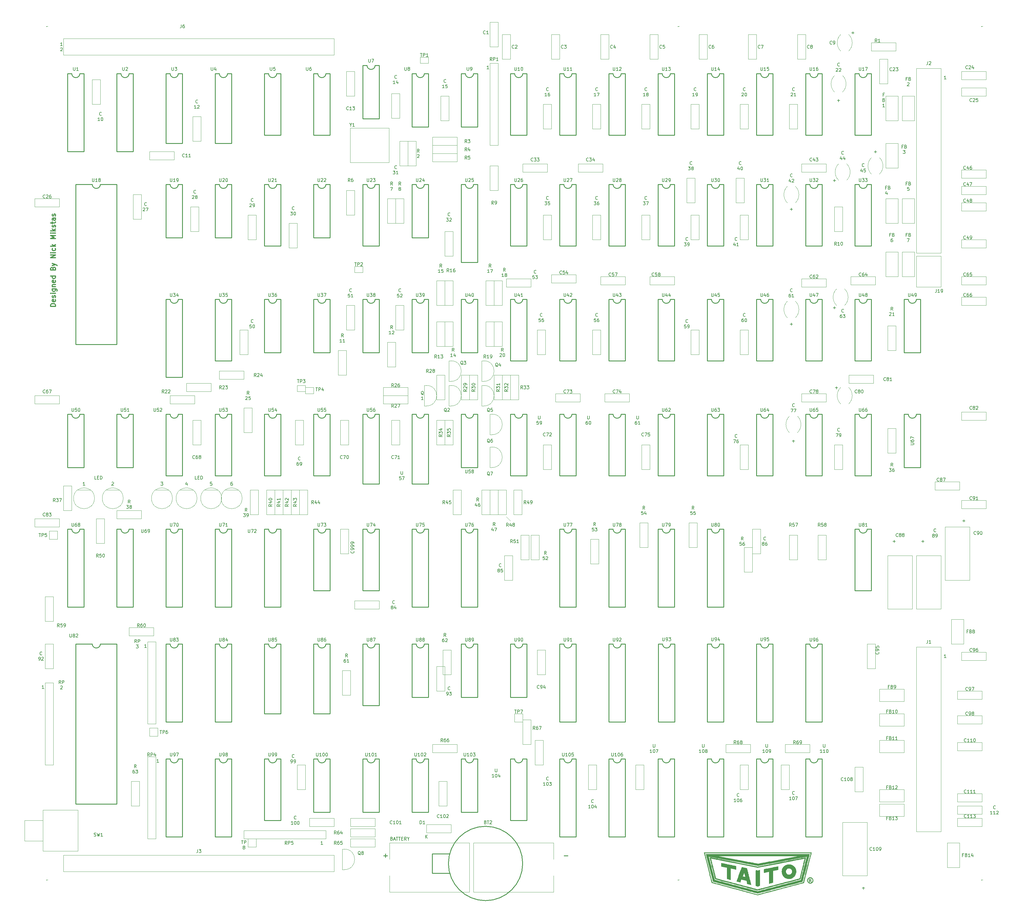
<source format=gbr>
G04 #@! TF.GenerationSoftware,KiCad,Pcbnew,(5.1.5)-3*
G04 #@! TF.CreationDate,2021-10-30T22:10:07-06:00*
G04 #@! TF.ProjectId,taito_video_processor_pcb,74616974-6f5f-4766-9964-656f5f70726f,rev?*
G04 #@! TF.SameCoordinates,Original*
G04 #@! TF.FileFunction,Legend,Top*
G04 #@! TF.FilePolarity,Positive*
%FSLAX46Y46*%
G04 Gerber Fmt 4.6, Leading zero omitted, Abs format (unit mm)*
G04 Created by KiCad (PCBNEW (5.1.5)-3) date 2021-10-30 22:10:07*
%MOMM*%
%LPD*%
G04 APERTURE LIST*
%ADD10C,0.254000*%
%ADD11C,0.150000*%
%ADD12C,0.300000*%
%ADD13C,0.120000*%
%ADD14C,0.010000*%
%ADD15C,0.025400*%
G04 APERTURE END LIST*
D10*
X321364428Y-340468857D02*
X322525571Y-340468857D01*
X265484428Y-340468857D02*
X266645571Y-340468857D01*
X266065000Y-341049428D02*
X266065000Y-339888285D01*
D11*
X278503095Y-335097380D02*
X278503095Y-334097380D01*
X279074523Y-335097380D02*
X278645952Y-334525952D01*
X279074523Y-334097380D02*
X278503095Y-334668809D01*
D12*
X163873571Y-170460000D02*
X162373571Y-170460000D01*
X162373571Y-170102857D01*
X162445000Y-169888571D01*
X162587857Y-169745714D01*
X162730714Y-169674285D01*
X163016428Y-169602857D01*
X163230714Y-169602857D01*
X163516428Y-169674285D01*
X163659285Y-169745714D01*
X163802142Y-169888571D01*
X163873571Y-170102857D01*
X163873571Y-170460000D01*
X163802142Y-168388571D02*
X163873571Y-168531428D01*
X163873571Y-168817142D01*
X163802142Y-168960000D01*
X163659285Y-169031428D01*
X163087857Y-169031428D01*
X162945000Y-168960000D01*
X162873571Y-168817142D01*
X162873571Y-168531428D01*
X162945000Y-168388571D01*
X163087857Y-168317142D01*
X163230714Y-168317142D01*
X163373571Y-169031428D01*
X163802142Y-167745714D02*
X163873571Y-167602857D01*
X163873571Y-167317142D01*
X163802142Y-167174285D01*
X163659285Y-167102857D01*
X163587857Y-167102857D01*
X163445000Y-167174285D01*
X163373571Y-167317142D01*
X163373571Y-167531428D01*
X163302142Y-167674285D01*
X163159285Y-167745714D01*
X163087857Y-167745714D01*
X162945000Y-167674285D01*
X162873571Y-167531428D01*
X162873571Y-167317142D01*
X162945000Y-167174285D01*
X163873571Y-166460000D02*
X162873571Y-166460000D01*
X162373571Y-166460000D02*
X162445000Y-166531428D01*
X162516428Y-166460000D01*
X162445000Y-166388571D01*
X162373571Y-166460000D01*
X162516428Y-166460000D01*
X162873571Y-165102857D02*
X164087857Y-165102857D01*
X164230714Y-165174285D01*
X164302142Y-165245714D01*
X164373571Y-165388571D01*
X164373571Y-165602857D01*
X164302142Y-165745714D01*
X163802142Y-165102857D02*
X163873571Y-165245714D01*
X163873571Y-165531428D01*
X163802142Y-165674285D01*
X163730714Y-165745714D01*
X163587857Y-165817142D01*
X163159285Y-165817142D01*
X163016428Y-165745714D01*
X162945000Y-165674285D01*
X162873571Y-165531428D01*
X162873571Y-165245714D01*
X162945000Y-165102857D01*
X162873571Y-164388571D02*
X163873571Y-164388571D01*
X163016428Y-164388571D02*
X162945000Y-164317142D01*
X162873571Y-164174285D01*
X162873571Y-163960000D01*
X162945000Y-163817142D01*
X163087857Y-163745714D01*
X163873571Y-163745714D01*
X163802142Y-162460000D02*
X163873571Y-162602857D01*
X163873571Y-162888571D01*
X163802142Y-163031428D01*
X163659285Y-163102857D01*
X163087857Y-163102857D01*
X162945000Y-163031428D01*
X162873571Y-162888571D01*
X162873571Y-162602857D01*
X162945000Y-162460000D01*
X163087857Y-162388571D01*
X163230714Y-162388571D01*
X163373571Y-163102857D01*
X163873571Y-161102857D02*
X162373571Y-161102857D01*
X163802142Y-161102857D02*
X163873571Y-161245714D01*
X163873571Y-161531428D01*
X163802142Y-161674285D01*
X163730714Y-161745714D01*
X163587857Y-161817142D01*
X163159285Y-161817142D01*
X163016428Y-161745714D01*
X162945000Y-161674285D01*
X162873571Y-161531428D01*
X162873571Y-161245714D01*
X162945000Y-161102857D01*
X163087857Y-158745714D02*
X163159285Y-158531428D01*
X163230714Y-158460000D01*
X163373571Y-158388571D01*
X163587857Y-158388571D01*
X163730714Y-158460000D01*
X163802142Y-158531428D01*
X163873571Y-158674285D01*
X163873571Y-159245714D01*
X162373571Y-159245714D01*
X162373571Y-158745714D01*
X162445000Y-158602857D01*
X162516428Y-158531428D01*
X162659285Y-158460000D01*
X162802142Y-158460000D01*
X162945000Y-158531428D01*
X163016428Y-158602857D01*
X163087857Y-158745714D01*
X163087857Y-159245714D01*
X162873571Y-157888571D02*
X163873571Y-157531428D01*
X162873571Y-157174285D02*
X163873571Y-157531428D01*
X164230714Y-157674285D01*
X164302142Y-157745714D01*
X164373571Y-157888571D01*
X163873571Y-155460000D02*
X162373571Y-155460000D01*
X163873571Y-154602857D01*
X162373571Y-154602857D01*
X163873571Y-153888571D02*
X162873571Y-153888571D01*
X162373571Y-153888571D02*
X162445000Y-153960000D01*
X162516428Y-153888571D01*
X162445000Y-153817142D01*
X162373571Y-153888571D01*
X162516428Y-153888571D01*
X163802142Y-152531428D02*
X163873571Y-152674285D01*
X163873571Y-152960000D01*
X163802142Y-153102857D01*
X163730714Y-153174285D01*
X163587857Y-153245714D01*
X163159285Y-153245714D01*
X163016428Y-153174285D01*
X162945000Y-153102857D01*
X162873571Y-152960000D01*
X162873571Y-152674285D01*
X162945000Y-152531428D01*
X163873571Y-151888571D02*
X162373571Y-151888571D01*
X163302142Y-151745714D02*
X163873571Y-151317142D01*
X162873571Y-151317142D02*
X163445000Y-151888571D01*
X163873571Y-149531428D02*
X162373571Y-149531428D01*
X163445000Y-149031428D01*
X162373571Y-148531428D01*
X163873571Y-148531428D01*
X163873571Y-147817142D02*
X162873571Y-147817142D01*
X162373571Y-147817142D02*
X162445000Y-147888571D01*
X162516428Y-147817142D01*
X162445000Y-147745714D01*
X162373571Y-147817142D01*
X162516428Y-147817142D01*
X163873571Y-147102857D02*
X162373571Y-147102857D01*
X163302142Y-146960000D02*
X163873571Y-146531428D01*
X162873571Y-146531428D02*
X163445000Y-147102857D01*
X163802142Y-145960000D02*
X163873571Y-145817142D01*
X163873571Y-145531428D01*
X163802142Y-145388571D01*
X163659285Y-145317142D01*
X163587857Y-145317142D01*
X163445000Y-145388571D01*
X163373571Y-145531428D01*
X163373571Y-145745714D01*
X163302142Y-145888571D01*
X163159285Y-145960000D01*
X163087857Y-145960000D01*
X162945000Y-145888571D01*
X162873571Y-145745714D01*
X162873571Y-145531428D01*
X162945000Y-145388571D01*
X162873571Y-144888571D02*
X162873571Y-144317142D01*
X162373571Y-144674285D02*
X163659285Y-144674285D01*
X163802142Y-144602857D01*
X163873571Y-144460000D01*
X163873571Y-144317142D01*
X163873571Y-143174285D02*
X163087857Y-143174285D01*
X162945000Y-143245714D01*
X162873571Y-143388571D01*
X162873571Y-143674285D01*
X162945000Y-143817142D01*
X163802142Y-143174285D02*
X163873571Y-143317142D01*
X163873571Y-143674285D01*
X163802142Y-143817142D01*
X163659285Y-143888571D01*
X163516428Y-143888571D01*
X163373571Y-143817142D01*
X163302142Y-143674285D01*
X163302142Y-143317142D01*
X163230714Y-143174285D01*
X163802142Y-142531428D02*
X163873571Y-142388571D01*
X163873571Y-142102857D01*
X163802142Y-141960000D01*
X163659285Y-141888571D01*
X163587857Y-141888571D01*
X163445000Y-141960000D01*
X163373571Y-142102857D01*
X163373571Y-142317142D01*
X163302142Y-142460000D01*
X163159285Y-142531428D01*
X163087857Y-142531428D01*
X162945000Y-142460000D01*
X162873571Y-142317142D01*
X162873571Y-142102857D01*
X162945000Y-141960000D01*
D11*
X268010000Y-335208571D02*
X268152857Y-335256190D01*
X268200476Y-335303809D01*
X268248095Y-335399047D01*
X268248095Y-335541904D01*
X268200476Y-335637142D01*
X268152857Y-335684761D01*
X268057619Y-335732380D01*
X267676666Y-335732380D01*
X267676666Y-334732380D01*
X268010000Y-334732380D01*
X268105238Y-334780000D01*
X268152857Y-334827619D01*
X268200476Y-334922857D01*
X268200476Y-335018095D01*
X268152857Y-335113333D01*
X268105238Y-335160952D01*
X268010000Y-335208571D01*
X267676666Y-335208571D01*
X268629047Y-335446666D02*
X269105238Y-335446666D01*
X268533809Y-335732380D02*
X268867142Y-334732380D01*
X269200476Y-335732380D01*
X269390952Y-334732380D02*
X269962380Y-334732380D01*
X269676666Y-335732380D02*
X269676666Y-334732380D01*
X270152857Y-334732380D02*
X270724285Y-334732380D01*
X270438571Y-335732380D02*
X270438571Y-334732380D01*
X271057619Y-335208571D02*
X271390952Y-335208571D01*
X271533809Y-335732380D02*
X271057619Y-335732380D01*
X271057619Y-334732380D01*
X271533809Y-334732380D01*
X272533809Y-335732380D02*
X272200476Y-335256190D01*
X271962380Y-335732380D02*
X271962380Y-334732380D01*
X272343333Y-334732380D01*
X272438571Y-334780000D01*
X272486190Y-334827619D01*
X272533809Y-334922857D01*
X272533809Y-335065714D01*
X272486190Y-335160952D01*
X272438571Y-335208571D01*
X272343333Y-335256190D01*
X271962380Y-335256190D01*
X273152857Y-335256190D02*
X273152857Y-335732380D01*
X272819523Y-334732380D02*
X273152857Y-335256190D01*
X273486190Y-334732380D01*
X392739523Y-321477142D02*
X392691904Y-321524761D01*
X392549047Y-321572380D01*
X392453809Y-321572380D01*
X392310952Y-321524761D01*
X392215714Y-321429523D01*
X392168095Y-321334285D01*
X392120476Y-321143809D01*
X392120476Y-321000952D01*
X392168095Y-320810476D01*
X392215714Y-320715238D01*
X392310952Y-320620000D01*
X392453809Y-320572380D01*
X392549047Y-320572380D01*
X392691904Y-320620000D01*
X392739523Y-320667619D01*
X391763333Y-323222380D02*
X391191904Y-323222380D01*
X391477619Y-323222380D02*
X391477619Y-322222380D01*
X391382380Y-322365238D01*
X391287142Y-322460476D01*
X391191904Y-322508095D01*
X392382380Y-322222380D02*
X392477619Y-322222380D01*
X392572857Y-322270000D01*
X392620476Y-322317619D01*
X392668095Y-322412857D01*
X392715714Y-322603333D01*
X392715714Y-322841428D01*
X392668095Y-323031904D01*
X392620476Y-323127142D01*
X392572857Y-323174761D01*
X392477619Y-323222380D01*
X392382380Y-323222380D01*
X392287142Y-323174761D01*
X392239523Y-323127142D01*
X392191904Y-323031904D01*
X392144285Y-322841428D01*
X392144285Y-322603333D01*
X392191904Y-322412857D01*
X392239523Y-322317619D01*
X392287142Y-322270000D01*
X392382380Y-322222380D01*
X393049047Y-322222380D02*
X393715714Y-322222380D01*
X393287142Y-323222380D01*
X375594523Y-322112142D02*
X375546904Y-322159761D01*
X375404047Y-322207380D01*
X375308809Y-322207380D01*
X375165952Y-322159761D01*
X375070714Y-322064523D01*
X375023095Y-321969285D01*
X374975476Y-321778809D01*
X374975476Y-321635952D01*
X375023095Y-321445476D01*
X375070714Y-321350238D01*
X375165952Y-321255000D01*
X375308809Y-321207380D01*
X375404047Y-321207380D01*
X375546904Y-321255000D01*
X375594523Y-321302619D01*
X374618333Y-323857380D02*
X374046904Y-323857380D01*
X374332619Y-323857380D02*
X374332619Y-322857380D01*
X374237380Y-323000238D01*
X374142142Y-323095476D01*
X374046904Y-323143095D01*
X375237380Y-322857380D02*
X375332619Y-322857380D01*
X375427857Y-322905000D01*
X375475476Y-322952619D01*
X375523095Y-323047857D01*
X375570714Y-323238333D01*
X375570714Y-323476428D01*
X375523095Y-323666904D01*
X375475476Y-323762142D01*
X375427857Y-323809761D01*
X375332619Y-323857380D01*
X375237380Y-323857380D01*
X375142142Y-323809761D01*
X375094523Y-323762142D01*
X375046904Y-323666904D01*
X374999285Y-323476428D01*
X374999285Y-323238333D01*
X375046904Y-323047857D01*
X375094523Y-322952619D01*
X375142142Y-322905000D01*
X375237380Y-322857380D01*
X376427857Y-322857380D02*
X376237380Y-322857380D01*
X376142142Y-322905000D01*
X376094523Y-322952619D01*
X375999285Y-323095476D01*
X375951666Y-323285952D01*
X375951666Y-323666904D01*
X375999285Y-323762142D01*
X376046904Y-323809761D01*
X376142142Y-323857380D01*
X376332619Y-323857380D01*
X376427857Y-323809761D01*
X376475476Y-323762142D01*
X376523095Y-323666904D01*
X376523095Y-323428809D01*
X376475476Y-323333571D01*
X376427857Y-323285952D01*
X376332619Y-323238333D01*
X376142142Y-323238333D01*
X376046904Y-323285952D01*
X375999285Y-323333571D01*
X375951666Y-323428809D01*
X330509523Y-324017142D02*
X330461904Y-324064761D01*
X330319047Y-324112380D01*
X330223809Y-324112380D01*
X330080952Y-324064761D01*
X329985714Y-323969523D01*
X329938095Y-323874285D01*
X329890476Y-323683809D01*
X329890476Y-323540952D01*
X329938095Y-323350476D01*
X329985714Y-323255238D01*
X330080952Y-323160000D01*
X330223809Y-323112380D01*
X330319047Y-323112380D01*
X330461904Y-323160000D01*
X330509523Y-323207619D01*
X329533333Y-325762380D02*
X328961904Y-325762380D01*
X329247619Y-325762380D02*
X329247619Y-324762380D01*
X329152380Y-324905238D01*
X329057142Y-325000476D01*
X328961904Y-325048095D01*
X330152380Y-324762380D02*
X330247619Y-324762380D01*
X330342857Y-324810000D01*
X330390476Y-324857619D01*
X330438095Y-324952857D01*
X330485714Y-325143333D01*
X330485714Y-325381428D01*
X330438095Y-325571904D01*
X330390476Y-325667142D01*
X330342857Y-325714761D01*
X330247619Y-325762380D01*
X330152380Y-325762380D01*
X330057142Y-325714761D01*
X330009523Y-325667142D01*
X329961904Y-325571904D01*
X329914285Y-325381428D01*
X329914285Y-325143333D01*
X329961904Y-324952857D01*
X330009523Y-324857619D01*
X330057142Y-324810000D01*
X330152380Y-324762380D01*
X331342857Y-325095714D02*
X331342857Y-325762380D01*
X331104761Y-324714761D02*
X330866666Y-325429047D01*
X331485714Y-325429047D01*
X316539523Y-317032142D02*
X316491904Y-317079761D01*
X316349047Y-317127380D01*
X316253809Y-317127380D01*
X316110952Y-317079761D01*
X316015714Y-316984523D01*
X315968095Y-316889285D01*
X315920476Y-316698809D01*
X315920476Y-316555952D01*
X315968095Y-316365476D01*
X316015714Y-316270238D01*
X316110952Y-316175000D01*
X316253809Y-316127380D01*
X316349047Y-316127380D01*
X316491904Y-316175000D01*
X316539523Y-316222619D01*
X315563333Y-318777380D02*
X314991904Y-318777380D01*
X315277619Y-318777380D02*
X315277619Y-317777380D01*
X315182380Y-317920238D01*
X315087142Y-318015476D01*
X314991904Y-318063095D01*
X316182380Y-317777380D02*
X316277619Y-317777380D01*
X316372857Y-317825000D01*
X316420476Y-317872619D01*
X316468095Y-317967857D01*
X316515714Y-318158333D01*
X316515714Y-318396428D01*
X316468095Y-318586904D01*
X316420476Y-318682142D01*
X316372857Y-318729761D01*
X316277619Y-318777380D01*
X316182380Y-318777380D01*
X316087142Y-318729761D01*
X316039523Y-318682142D01*
X315991904Y-318586904D01*
X315944285Y-318396428D01*
X315944285Y-318158333D01*
X315991904Y-317967857D01*
X316039523Y-317872619D01*
X316087142Y-317825000D01*
X316182380Y-317777380D01*
X316849047Y-317777380D02*
X317468095Y-317777380D01*
X317134761Y-318158333D01*
X317277619Y-318158333D01*
X317372857Y-318205952D01*
X317420476Y-318253571D01*
X317468095Y-318348809D01*
X317468095Y-318586904D01*
X317420476Y-318682142D01*
X317372857Y-318729761D01*
X317277619Y-318777380D01*
X316991904Y-318777380D01*
X316896666Y-318729761D01*
X316849047Y-318682142D01*
X300069285Y-313587380D02*
X300069285Y-314396904D01*
X300116904Y-314492142D01*
X300164523Y-314539761D01*
X300259761Y-314587380D01*
X300450238Y-314587380D01*
X300545476Y-314539761D01*
X300593095Y-314492142D01*
X300640714Y-314396904D01*
X300640714Y-313587380D01*
X299688333Y-316237380D02*
X299116904Y-316237380D01*
X299402619Y-316237380D02*
X299402619Y-315237380D01*
X299307380Y-315380238D01*
X299212142Y-315475476D01*
X299116904Y-315523095D01*
X300307380Y-315237380D02*
X300402619Y-315237380D01*
X300497857Y-315285000D01*
X300545476Y-315332619D01*
X300593095Y-315427857D01*
X300640714Y-315618333D01*
X300640714Y-315856428D01*
X300593095Y-316046904D01*
X300545476Y-316142142D01*
X300497857Y-316189761D01*
X300402619Y-316237380D01*
X300307380Y-316237380D01*
X300212142Y-316189761D01*
X300164523Y-316142142D01*
X300116904Y-316046904D01*
X300069285Y-315856428D01*
X300069285Y-315618333D01*
X300116904Y-315427857D01*
X300164523Y-315332619D01*
X300212142Y-315285000D01*
X300307380Y-315237380D01*
X301497857Y-315570714D02*
X301497857Y-316237380D01*
X301259761Y-315189761D02*
X301021666Y-315904047D01*
X301640714Y-315904047D01*
X237799523Y-310047142D02*
X237751904Y-310094761D01*
X237609047Y-310142380D01*
X237513809Y-310142380D01*
X237370952Y-310094761D01*
X237275714Y-309999523D01*
X237228095Y-309904285D01*
X237180476Y-309713809D01*
X237180476Y-309570952D01*
X237228095Y-309380476D01*
X237275714Y-309285238D01*
X237370952Y-309190000D01*
X237513809Y-309142380D01*
X237609047Y-309142380D01*
X237751904Y-309190000D01*
X237799523Y-309237619D01*
X236823333Y-311792380D02*
X237013809Y-311792380D01*
X237109047Y-311744761D01*
X237156666Y-311697142D01*
X237251904Y-311554285D01*
X237299523Y-311363809D01*
X237299523Y-310982857D01*
X237251904Y-310887619D01*
X237204285Y-310840000D01*
X237109047Y-310792380D01*
X236918571Y-310792380D01*
X236823333Y-310840000D01*
X236775714Y-310887619D01*
X236728095Y-310982857D01*
X236728095Y-311220952D01*
X236775714Y-311316190D01*
X236823333Y-311363809D01*
X236918571Y-311411428D01*
X237109047Y-311411428D01*
X237204285Y-311363809D01*
X237251904Y-311316190D01*
X237299523Y-311220952D01*
X237775714Y-311792380D02*
X237966190Y-311792380D01*
X238061428Y-311744761D01*
X238109047Y-311697142D01*
X238204285Y-311554285D01*
X238251904Y-311363809D01*
X238251904Y-310982857D01*
X238204285Y-310887619D01*
X238156666Y-310840000D01*
X238061428Y-310792380D01*
X237870952Y-310792380D01*
X237775714Y-310840000D01*
X237728095Y-310887619D01*
X237680476Y-310982857D01*
X237680476Y-311220952D01*
X237728095Y-311316190D01*
X237775714Y-311363809D01*
X237870952Y-311411428D01*
X238061428Y-311411428D01*
X238156666Y-311363809D01*
X238204285Y-311316190D01*
X238251904Y-311220952D01*
X238434523Y-329097142D02*
X238386904Y-329144761D01*
X238244047Y-329192380D01*
X238148809Y-329192380D01*
X238005952Y-329144761D01*
X237910714Y-329049523D01*
X237863095Y-328954285D01*
X237815476Y-328763809D01*
X237815476Y-328620952D01*
X237863095Y-328430476D01*
X237910714Y-328335238D01*
X238005952Y-328240000D01*
X238148809Y-328192380D01*
X238244047Y-328192380D01*
X238386904Y-328240000D01*
X238434523Y-328287619D01*
X237458333Y-330842380D02*
X236886904Y-330842380D01*
X237172619Y-330842380D02*
X237172619Y-329842380D01*
X237077380Y-329985238D01*
X236982142Y-330080476D01*
X236886904Y-330128095D01*
X238077380Y-329842380D02*
X238172619Y-329842380D01*
X238267857Y-329890000D01*
X238315476Y-329937619D01*
X238363095Y-330032857D01*
X238410714Y-330223333D01*
X238410714Y-330461428D01*
X238363095Y-330651904D01*
X238315476Y-330747142D01*
X238267857Y-330794761D01*
X238172619Y-330842380D01*
X238077380Y-330842380D01*
X237982142Y-330794761D01*
X237934523Y-330747142D01*
X237886904Y-330651904D01*
X237839285Y-330461428D01*
X237839285Y-330223333D01*
X237886904Y-330032857D01*
X237934523Y-329937619D01*
X237982142Y-329890000D01*
X238077380Y-329842380D01*
X239029761Y-329842380D02*
X239125000Y-329842380D01*
X239220238Y-329890000D01*
X239267857Y-329937619D01*
X239315476Y-330032857D01*
X239363095Y-330223333D01*
X239363095Y-330461428D01*
X239315476Y-330651904D01*
X239267857Y-330747142D01*
X239220238Y-330794761D01*
X239125000Y-330842380D01*
X239029761Y-330842380D01*
X238934523Y-330794761D01*
X238886904Y-330747142D01*
X238839285Y-330651904D01*
X238791666Y-330461428D01*
X238791666Y-330223333D01*
X238839285Y-330032857D01*
X238886904Y-329937619D01*
X238934523Y-329890000D01*
X239029761Y-329842380D01*
X286059523Y-289092142D02*
X286011904Y-289139761D01*
X285869047Y-289187380D01*
X285773809Y-289187380D01*
X285630952Y-289139761D01*
X285535714Y-289044523D01*
X285488095Y-288949285D01*
X285440476Y-288758809D01*
X285440476Y-288615952D01*
X285488095Y-288425476D01*
X285535714Y-288330238D01*
X285630952Y-288235000D01*
X285773809Y-288187380D01*
X285869047Y-288187380D01*
X286011904Y-288235000D01*
X286059523Y-288282619D01*
X285083333Y-290837380D02*
X285273809Y-290837380D01*
X285369047Y-290789761D01*
X285416666Y-290742142D01*
X285511904Y-290599285D01*
X285559523Y-290408809D01*
X285559523Y-290027857D01*
X285511904Y-289932619D01*
X285464285Y-289885000D01*
X285369047Y-289837380D01*
X285178571Y-289837380D01*
X285083333Y-289885000D01*
X285035714Y-289932619D01*
X284988095Y-290027857D01*
X284988095Y-290265952D01*
X285035714Y-290361190D01*
X285083333Y-290408809D01*
X285178571Y-290456428D01*
X285369047Y-290456428D01*
X285464285Y-290408809D01*
X285511904Y-290361190D01*
X285559523Y-290265952D01*
X285892857Y-289837380D02*
X286511904Y-289837380D01*
X286178571Y-290218333D01*
X286321428Y-290218333D01*
X286416666Y-290265952D01*
X286464285Y-290313571D01*
X286511904Y-290408809D01*
X286511904Y-290646904D01*
X286464285Y-290742142D01*
X286416666Y-290789761D01*
X286321428Y-290837380D01*
X286035714Y-290837380D01*
X285940476Y-290789761D01*
X285892857Y-290742142D01*
X159694523Y-278297142D02*
X159646904Y-278344761D01*
X159504047Y-278392380D01*
X159408809Y-278392380D01*
X159265952Y-278344761D01*
X159170714Y-278249523D01*
X159123095Y-278154285D01*
X159075476Y-277963809D01*
X159075476Y-277820952D01*
X159123095Y-277630476D01*
X159170714Y-277535238D01*
X159265952Y-277440000D01*
X159408809Y-277392380D01*
X159504047Y-277392380D01*
X159646904Y-277440000D01*
X159694523Y-277487619D01*
X158718333Y-280042380D02*
X158908809Y-280042380D01*
X159004047Y-279994761D01*
X159051666Y-279947142D01*
X159146904Y-279804285D01*
X159194523Y-279613809D01*
X159194523Y-279232857D01*
X159146904Y-279137619D01*
X159099285Y-279090000D01*
X159004047Y-279042380D01*
X158813571Y-279042380D01*
X158718333Y-279090000D01*
X158670714Y-279137619D01*
X158623095Y-279232857D01*
X158623095Y-279470952D01*
X158670714Y-279566190D01*
X158718333Y-279613809D01*
X158813571Y-279661428D01*
X159004047Y-279661428D01*
X159099285Y-279613809D01*
X159146904Y-279566190D01*
X159194523Y-279470952D01*
X159575476Y-279137619D02*
X159623095Y-279090000D01*
X159718333Y-279042380D01*
X159956428Y-279042380D01*
X160051666Y-279090000D01*
X160099285Y-279137619D01*
X160146904Y-279232857D01*
X160146904Y-279328095D01*
X160099285Y-279470952D01*
X159527857Y-280042380D01*
X160146904Y-280042380D01*
X401669285Y-305967380D02*
X401669285Y-306776904D01*
X401716904Y-306872142D01*
X401764523Y-306919761D01*
X401859761Y-306967380D01*
X402050238Y-306967380D01*
X402145476Y-306919761D01*
X402193095Y-306872142D01*
X402240714Y-306776904D01*
X402240714Y-305967380D01*
X401288333Y-308617380D02*
X400716904Y-308617380D01*
X401002619Y-308617380D02*
X401002619Y-307617380D01*
X400907380Y-307760238D01*
X400812142Y-307855476D01*
X400716904Y-307903095D01*
X402240714Y-308617380D02*
X401669285Y-308617380D01*
X401955000Y-308617380D02*
X401955000Y-307617380D01*
X401859761Y-307760238D01*
X401764523Y-307855476D01*
X401669285Y-307903095D01*
X402859761Y-307617380D02*
X402955000Y-307617380D01*
X403050238Y-307665000D01*
X403097857Y-307712619D01*
X403145476Y-307807857D01*
X403193095Y-307998333D01*
X403193095Y-308236428D01*
X403145476Y-308426904D01*
X403097857Y-308522142D01*
X403050238Y-308569761D01*
X402955000Y-308617380D01*
X402859761Y-308617380D01*
X402764523Y-308569761D01*
X402716904Y-308522142D01*
X402669285Y-308426904D01*
X402621666Y-308236428D01*
X402621666Y-307998333D01*
X402669285Y-307807857D01*
X402716904Y-307712619D01*
X402764523Y-307665000D01*
X402859761Y-307617380D01*
X383889285Y-305967380D02*
X383889285Y-306776904D01*
X383936904Y-306872142D01*
X383984523Y-306919761D01*
X384079761Y-306967380D01*
X384270238Y-306967380D01*
X384365476Y-306919761D01*
X384413095Y-306872142D01*
X384460714Y-306776904D01*
X384460714Y-305967380D01*
X383508333Y-308617380D02*
X382936904Y-308617380D01*
X383222619Y-308617380D02*
X383222619Y-307617380D01*
X383127380Y-307760238D01*
X383032142Y-307855476D01*
X382936904Y-307903095D01*
X384127380Y-307617380D02*
X384222619Y-307617380D01*
X384317857Y-307665000D01*
X384365476Y-307712619D01*
X384413095Y-307807857D01*
X384460714Y-307998333D01*
X384460714Y-308236428D01*
X384413095Y-308426904D01*
X384365476Y-308522142D01*
X384317857Y-308569761D01*
X384222619Y-308617380D01*
X384127380Y-308617380D01*
X384032142Y-308569761D01*
X383984523Y-308522142D01*
X383936904Y-308426904D01*
X383889285Y-308236428D01*
X383889285Y-307998333D01*
X383936904Y-307807857D01*
X383984523Y-307712619D01*
X384032142Y-307665000D01*
X384127380Y-307617380D01*
X384936904Y-308617380D02*
X385127380Y-308617380D01*
X385222619Y-308569761D01*
X385270238Y-308522142D01*
X385365476Y-308379285D01*
X385413095Y-308188809D01*
X385413095Y-307807857D01*
X385365476Y-307712619D01*
X385317857Y-307665000D01*
X385222619Y-307617380D01*
X385032142Y-307617380D01*
X384936904Y-307665000D01*
X384889285Y-307712619D01*
X384841666Y-307807857D01*
X384841666Y-308045952D01*
X384889285Y-308141190D01*
X384936904Y-308188809D01*
X385032142Y-308236428D01*
X385222619Y-308236428D01*
X385317857Y-308188809D01*
X385365476Y-308141190D01*
X385413095Y-308045952D01*
X364204285Y-305967380D02*
X364204285Y-306776904D01*
X364251904Y-306872142D01*
X364299523Y-306919761D01*
X364394761Y-306967380D01*
X364585238Y-306967380D01*
X364680476Y-306919761D01*
X364728095Y-306872142D01*
X364775714Y-306776904D01*
X364775714Y-305967380D01*
X363823333Y-308617380D02*
X363251904Y-308617380D01*
X363537619Y-308617380D02*
X363537619Y-307617380D01*
X363442380Y-307760238D01*
X363347142Y-307855476D01*
X363251904Y-307903095D01*
X364442380Y-307617380D02*
X364537619Y-307617380D01*
X364632857Y-307665000D01*
X364680476Y-307712619D01*
X364728095Y-307807857D01*
X364775714Y-307998333D01*
X364775714Y-308236428D01*
X364728095Y-308426904D01*
X364680476Y-308522142D01*
X364632857Y-308569761D01*
X364537619Y-308617380D01*
X364442380Y-308617380D01*
X364347142Y-308569761D01*
X364299523Y-308522142D01*
X364251904Y-308426904D01*
X364204285Y-308236428D01*
X364204285Y-307998333D01*
X364251904Y-307807857D01*
X364299523Y-307712619D01*
X364347142Y-307665000D01*
X364442380Y-307617380D01*
X365347142Y-308045952D02*
X365251904Y-307998333D01*
X365204285Y-307950714D01*
X365156666Y-307855476D01*
X365156666Y-307807857D01*
X365204285Y-307712619D01*
X365251904Y-307665000D01*
X365347142Y-307617380D01*
X365537619Y-307617380D01*
X365632857Y-307665000D01*
X365680476Y-307712619D01*
X365728095Y-307807857D01*
X365728095Y-307855476D01*
X365680476Y-307950714D01*
X365632857Y-307998333D01*
X365537619Y-308045952D01*
X365347142Y-308045952D01*
X365251904Y-308093571D01*
X365204285Y-308141190D01*
X365156666Y-308236428D01*
X365156666Y-308426904D01*
X365204285Y-308522142D01*
X365251904Y-308569761D01*
X365347142Y-308617380D01*
X365537619Y-308617380D01*
X365632857Y-308569761D01*
X365680476Y-308522142D01*
X365728095Y-308426904D01*
X365728095Y-308236428D01*
X365680476Y-308141190D01*
X365632857Y-308093571D01*
X365537619Y-308045952D01*
X348964285Y-305967380D02*
X348964285Y-306776904D01*
X349011904Y-306872142D01*
X349059523Y-306919761D01*
X349154761Y-306967380D01*
X349345238Y-306967380D01*
X349440476Y-306919761D01*
X349488095Y-306872142D01*
X349535714Y-306776904D01*
X349535714Y-305967380D01*
X348583333Y-308617380D02*
X348011904Y-308617380D01*
X348297619Y-308617380D02*
X348297619Y-307617380D01*
X348202380Y-307760238D01*
X348107142Y-307855476D01*
X348011904Y-307903095D01*
X349202380Y-307617380D02*
X349297619Y-307617380D01*
X349392857Y-307665000D01*
X349440476Y-307712619D01*
X349488095Y-307807857D01*
X349535714Y-307998333D01*
X349535714Y-308236428D01*
X349488095Y-308426904D01*
X349440476Y-308522142D01*
X349392857Y-308569761D01*
X349297619Y-308617380D01*
X349202380Y-308617380D01*
X349107142Y-308569761D01*
X349059523Y-308522142D01*
X349011904Y-308426904D01*
X348964285Y-308236428D01*
X348964285Y-307998333D01*
X349011904Y-307807857D01*
X349059523Y-307712619D01*
X349107142Y-307665000D01*
X349202380Y-307617380D01*
X349869047Y-307617380D02*
X350535714Y-307617380D01*
X350107142Y-308617380D01*
X221464285Y-335812380D02*
X222035714Y-335812380D01*
X221750000Y-336812380D02*
X221750000Y-335812380D01*
X222369047Y-336812380D02*
X222369047Y-335812380D01*
X222750000Y-335812380D01*
X222845238Y-335860000D01*
X222892857Y-335907619D01*
X222940476Y-336002857D01*
X222940476Y-336145714D01*
X222892857Y-336240952D01*
X222845238Y-336288571D01*
X222750000Y-336336190D01*
X222369047Y-336336190D01*
X222154761Y-337890952D02*
X222059523Y-337843333D01*
X222011904Y-337795714D01*
X221964285Y-337700476D01*
X221964285Y-337652857D01*
X222011904Y-337557619D01*
X222059523Y-337510000D01*
X222154761Y-337462380D01*
X222345238Y-337462380D01*
X222440476Y-337510000D01*
X222488095Y-337557619D01*
X222535714Y-337652857D01*
X222535714Y-337700476D01*
X222488095Y-337795714D01*
X222440476Y-337843333D01*
X222345238Y-337890952D01*
X222154761Y-337890952D01*
X222059523Y-337938571D01*
X222011904Y-337986190D01*
X221964285Y-338081428D01*
X221964285Y-338271904D01*
X222011904Y-338367142D01*
X222059523Y-338414761D01*
X222154761Y-338462380D01*
X222345238Y-338462380D01*
X222440476Y-338414761D01*
X222488095Y-338367142D01*
X222535714Y-338271904D01*
X222535714Y-338081428D01*
X222488095Y-337986190D01*
X222440476Y-337938571D01*
X222345238Y-337890952D01*
X188904523Y-313317380D02*
X188571190Y-312841190D01*
X188333095Y-313317380D02*
X188333095Y-312317380D01*
X188714047Y-312317380D01*
X188809285Y-312365000D01*
X188856904Y-312412619D01*
X188904523Y-312507857D01*
X188904523Y-312650714D01*
X188856904Y-312745952D01*
X188809285Y-312793571D01*
X188714047Y-312841190D01*
X188333095Y-312841190D01*
X188309285Y-313967380D02*
X188118809Y-313967380D01*
X188023571Y-314015000D01*
X187975952Y-314062619D01*
X187880714Y-314205476D01*
X187833095Y-314395952D01*
X187833095Y-314776904D01*
X187880714Y-314872142D01*
X187928333Y-314919761D01*
X188023571Y-314967380D01*
X188214047Y-314967380D01*
X188309285Y-314919761D01*
X188356904Y-314872142D01*
X188404523Y-314776904D01*
X188404523Y-314538809D01*
X188356904Y-314443571D01*
X188309285Y-314395952D01*
X188214047Y-314348333D01*
X188023571Y-314348333D01*
X187928333Y-314395952D01*
X187880714Y-314443571D01*
X187833095Y-314538809D01*
X188737857Y-313967380D02*
X189356904Y-313967380D01*
X189023571Y-314348333D01*
X189166428Y-314348333D01*
X189261666Y-314395952D01*
X189309285Y-314443571D01*
X189356904Y-314538809D01*
X189356904Y-314776904D01*
X189309285Y-314872142D01*
X189261666Y-314919761D01*
X189166428Y-314967380D01*
X188880714Y-314967380D01*
X188785476Y-314919761D01*
X188737857Y-314872142D01*
X284789523Y-272677380D02*
X284456190Y-272201190D01*
X284218095Y-272677380D02*
X284218095Y-271677380D01*
X284599047Y-271677380D01*
X284694285Y-271725000D01*
X284741904Y-271772619D01*
X284789523Y-271867857D01*
X284789523Y-272010714D01*
X284741904Y-272105952D01*
X284694285Y-272153571D01*
X284599047Y-272201190D01*
X284218095Y-272201190D01*
X284194285Y-273327380D02*
X284003809Y-273327380D01*
X283908571Y-273375000D01*
X283860952Y-273422619D01*
X283765714Y-273565476D01*
X283718095Y-273755952D01*
X283718095Y-274136904D01*
X283765714Y-274232142D01*
X283813333Y-274279761D01*
X283908571Y-274327380D01*
X284099047Y-274327380D01*
X284194285Y-274279761D01*
X284241904Y-274232142D01*
X284289523Y-274136904D01*
X284289523Y-273898809D01*
X284241904Y-273803571D01*
X284194285Y-273755952D01*
X284099047Y-273708333D01*
X283908571Y-273708333D01*
X283813333Y-273755952D01*
X283765714Y-273803571D01*
X283718095Y-273898809D01*
X284670476Y-273422619D02*
X284718095Y-273375000D01*
X284813333Y-273327380D01*
X285051428Y-273327380D01*
X285146666Y-273375000D01*
X285194285Y-273422619D01*
X285241904Y-273517857D01*
X285241904Y-273613095D01*
X285194285Y-273755952D01*
X284622857Y-274327380D01*
X285241904Y-274327380D01*
X254309523Y-279027380D02*
X253976190Y-278551190D01*
X253738095Y-279027380D02*
X253738095Y-278027380D01*
X254119047Y-278027380D01*
X254214285Y-278075000D01*
X254261904Y-278122619D01*
X254309523Y-278217857D01*
X254309523Y-278360714D01*
X254261904Y-278455952D01*
X254214285Y-278503571D01*
X254119047Y-278551190D01*
X253738095Y-278551190D01*
X253714285Y-279677380D02*
X253523809Y-279677380D01*
X253428571Y-279725000D01*
X253380952Y-279772619D01*
X253285714Y-279915476D01*
X253238095Y-280105952D01*
X253238095Y-280486904D01*
X253285714Y-280582142D01*
X253333333Y-280629761D01*
X253428571Y-280677380D01*
X253619047Y-280677380D01*
X253714285Y-280629761D01*
X253761904Y-280582142D01*
X253809523Y-280486904D01*
X253809523Y-280248809D01*
X253761904Y-280153571D01*
X253714285Y-280105952D01*
X253619047Y-280058333D01*
X253428571Y-280058333D01*
X253333333Y-280105952D01*
X253285714Y-280153571D01*
X253238095Y-280248809D01*
X254761904Y-280677380D02*
X254190476Y-280677380D01*
X254476190Y-280677380D02*
X254476190Y-279677380D01*
X254380952Y-279820238D01*
X254285714Y-279915476D01*
X254190476Y-279963095D01*
X454969523Y-325922142D02*
X454921904Y-325969761D01*
X454779047Y-326017380D01*
X454683809Y-326017380D01*
X454540952Y-325969761D01*
X454445714Y-325874523D01*
X454398095Y-325779285D01*
X454350476Y-325588809D01*
X454350476Y-325445952D01*
X454398095Y-325255476D01*
X454445714Y-325160238D01*
X454540952Y-325065000D01*
X454683809Y-325017380D01*
X454779047Y-325017380D01*
X454921904Y-325065000D01*
X454969523Y-325112619D01*
X453993333Y-327667380D02*
X453421904Y-327667380D01*
X453707619Y-327667380D02*
X453707619Y-326667380D01*
X453612380Y-326810238D01*
X453517142Y-326905476D01*
X453421904Y-326953095D01*
X454945714Y-327667380D02*
X454374285Y-327667380D01*
X454660000Y-327667380D02*
X454660000Y-326667380D01*
X454564761Y-326810238D01*
X454469523Y-326905476D01*
X454374285Y-326953095D01*
X455326666Y-326762619D02*
X455374285Y-326715000D01*
X455469523Y-326667380D01*
X455707619Y-326667380D01*
X455802857Y-326715000D01*
X455850476Y-326762619D01*
X455898095Y-326857857D01*
X455898095Y-326953095D01*
X455850476Y-327095952D01*
X455279047Y-327667380D01*
X455898095Y-327667380D01*
X436554523Y-240197142D02*
X436506904Y-240244761D01*
X436364047Y-240292380D01*
X436268809Y-240292380D01*
X436125952Y-240244761D01*
X436030714Y-240149523D01*
X435983095Y-240054285D01*
X435935476Y-239863809D01*
X435935476Y-239720952D01*
X435983095Y-239530476D01*
X436030714Y-239435238D01*
X436125952Y-239340000D01*
X436268809Y-239292380D01*
X436364047Y-239292380D01*
X436506904Y-239340000D01*
X436554523Y-239387619D01*
X435673571Y-241370952D02*
X435578333Y-241323333D01*
X435530714Y-241275714D01*
X435483095Y-241180476D01*
X435483095Y-241132857D01*
X435530714Y-241037619D01*
X435578333Y-240990000D01*
X435673571Y-240942380D01*
X435864047Y-240942380D01*
X435959285Y-240990000D01*
X436006904Y-241037619D01*
X436054523Y-241132857D01*
X436054523Y-241180476D01*
X436006904Y-241275714D01*
X435959285Y-241323333D01*
X435864047Y-241370952D01*
X435673571Y-241370952D01*
X435578333Y-241418571D01*
X435530714Y-241466190D01*
X435483095Y-241561428D01*
X435483095Y-241751904D01*
X435530714Y-241847142D01*
X435578333Y-241894761D01*
X435673571Y-241942380D01*
X435864047Y-241942380D01*
X435959285Y-241894761D01*
X436006904Y-241847142D01*
X436054523Y-241751904D01*
X436054523Y-241561428D01*
X436006904Y-241466190D01*
X435959285Y-241418571D01*
X435864047Y-241370952D01*
X436530714Y-241942380D02*
X436721190Y-241942380D01*
X436816428Y-241894761D01*
X436864047Y-241847142D01*
X436959285Y-241704285D01*
X437006904Y-241513809D01*
X437006904Y-241132857D01*
X436959285Y-241037619D01*
X436911666Y-240990000D01*
X436816428Y-240942380D01*
X436625952Y-240942380D01*
X436530714Y-240990000D01*
X436483095Y-241037619D01*
X436435476Y-241132857D01*
X436435476Y-241370952D01*
X436483095Y-241466190D01*
X436530714Y-241513809D01*
X436625952Y-241561428D01*
X436816428Y-241561428D01*
X436911666Y-241513809D01*
X436959285Y-241466190D01*
X437006904Y-241370952D01*
X376864523Y-242832380D02*
X376531190Y-242356190D01*
X376293095Y-242832380D02*
X376293095Y-241832380D01*
X376674047Y-241832380D01*
X376769285Y-241880000D01*
X376816904Y-241927619D01*
X376864523Y-242022857D01*
X376864523Y-242165714D01*
X376816904Y-242260952D01*
X376769285Y-242308571D01*
X376674047Y-242356190D01*
X376293095Y-242356190D01*
X376316904Y-243482380D02*
X375840714Y-243482380D01*
X375793095Y-243958571D01*
X375840714Y-243910952D01*
X375935952Y-243863333D01*
X376174047Y-243863333D01*
X376269285Y-243910952D01*
X376316904Y-243958571D01*
X376364523Y-244053809D01*
X376364523Y-244291904D01*
X376316904Y-244387142D01*
X376269285Y-244434761D01*
X376174047Y-244482380D01*
X375935952Y-244482380D01*
X375840714Y-244434761D01*
X375793095Y-244387142D01*
X377221666Y-243482380D02*
X377031190Y-243482380D01*
X376935952Y-243530000D01*
X376888333Y-243577619D01*
X376793095Y-243720476D01*
X376745476Y-243910952D01*
X376745476Y-244291904D01*
X376793095Y-244387142D01*
X376840714Y-244434761D01*
X376935952Y-244482380D01*
X377126428Y-244482380D01*
X377221666Y-244434761D01*
X377269285Y-244387142D01*
X377316904Y-244291904D01*
X377316904Y-244053809D01*
X377269285Y-243958571D01*
X377221666Y-243910952D01*
X377126428Y-243863333D01*
X376935952Y-243863333D01*
X376840714Y-243910952D01*
X376793095Y-243958571D01*
X376745476Y-244053809D01*
X383849523Y-242737142D02*
X383801904Y-242784761D01*
X383659047Y-242832380D01*
X383563809Y-242832380D01*
X383420952Y-242784761D01*
X383325714Y-242689523D01*
X383278095Y-242594285D01*
X383230476Y-242403809D01*
X383230476Y-242260952D01*
X383278095Y-242070476D01*
X383325714Y-241975238D01*
X383420952Y-241880000D01*
X383563809Y-241832380D01*
X383659047Y-241832380D01*
X383801904Y-241880000D01*
X383849523Y-241927619D01*
X382968571Y-243910952D02*
X382873333Y-243863333D01*
X382825714Y-243815714D01*
X382778095Y-243720476D01*
X382778095Y-243672857D01*
X382825714Y-243577619D01*
X382873333Y-243530000D01*
X382968571Y-243482380D01*
X383159047Y-243482380D01*
X383254285Y-243530000D01*
X383301904Y-243577619D01*
X383349523Y-243672857D01*
X383349523Y-243720476D01*
X383301904Y-243815714D01*
X383254285Y-243863333D01*
X383159047Y-243910952D01*
X382968571Y-243910952D01*
X382873333Y-243958571D01*
X382825714Y-244006190D01*
X382778095Y-244101428D01*
X382778095Y-244291904D01*
X382825714Y-244387142D01*
X382873333Y-244434761D01*
X382968571Y-244482380D01*
X383159047Y-244482380D01*
X383254285Y-244434761D01*
X383301904Y-244387142D01*
X383349523Y-244291904D01*
X383349523Y-244101428D01*
X383301904Y-244006190D01*
X383254285Y-243958571D01*
X383159047Y-243910952D01*
X384206666Y-243482380D02*
X384016190Y-243482380D01*
X383920952Y-243530000D01*
X383873333Y-243577619D01*
X383778095Y-243720476D01*
X383730476Y-243910952D01*
X383730476Y-244291904D01*
X383778095Y-244387142D01*
X383825714Y-244434761D01*
X383920952Y-244482380D01*
X384111428Y-244482380D01*
X384206666Y-244434761D01*
X384254285Y-244387142D01*
X384301904Y-244291904D01*
X384301904Y-244053809D01*
X384254285Y-243958571D01*
X384206666Y-243910952D01*
X384111428Y-243863333D01*
X383920952Y-243863333D01*
X383825714Y-243910952D01*
X383778095Y-243958571D01*
X383730476Y-244053809D01*
X301934523Y-250992142D02*
X301886904Y-251039761D01*
X301744047Y-251087380D01*
X301648809Y-251087380D01*
X301505952Y-251039761D01*
X301410714Y-250944523D01*
X301363095Y-250849285D01*
X301315476Y-250658809D01*
X301315476Y-250515952D01*
X301363095Y-250325476D01*
X301410714Y-250230238D01*
X301505952Y-250135000D01*
X301648809Y-250087380D01*
X301744047Y-250087380D01*
X301886904Y-250135000D01*
X301934523Y-250182619D01*
X301053571Y-252165952D02*
X300958333Y-252118333D01*
X300910714Y-252070714D01*
X300863095Y-251975476D01*
X300863095Y-251927857D01*
X300910714Y-251832619D01*
X300958333Y-251785000D01*
X301053571Y-251737380D01*
X301244047Y-251737380D01*
X301339285Y-251785000D01*
X301386904Y-251832619D01*
X301434523Y-251927857D01*
X301434523Y-251975476D01*
X301386904Y-252070714D01*
X301339285Y-252118333D01*
X301244047Y-252165952D01*
X301053571Y-252165952D01*
X300958333Y-252213571D01*
X300910714Y-252261190D01*
X300863095Y-252356428D01*
X300863095Y-252546904D01*
X300910714Y-252642142D01*
X300958333Y-252689761D01*
X301053571Y-252737380D01*
X301244047Y-252737380D01*
X301339285Y-252689761D01*
X301386904Y-252642142D01*
X301434523Y-252546904D01*
X301434523Y-252356428D01*
X301386904Y-252261190D01*
X301339285Y-252213571D01*
X301244047Y-252165952D01*
X302339285Y-251737380D02*
X301863095Y-251737380D01*
X301815476Y-252213571D01*
X301863095Y-252165952D01*
X301958333Y-252118333D01*
X302196428Y-252118333D01*
X302291666Y-252165952D01*
X302339285Y-252213571D01*
X302386904Y-252308809D01*
X302386904Y-252546904D01*
X302339285Y-252642142D01*
X302291666Y-252689761D01*
X302196428Y-252737380D01*
X301958333Y-252737380D01*
X301863095Y-252689761D01*
X301815476Y-252642142D01*
X268914523Y-262422142D02*
X268866904Y-262469761D01*
X268724047Y-262517380D01*
X268628809Y-262517380D01*
X268485952Y-262469761D01*
X268390714Y-262374523D01*
X268343095Y-262279285D01*
X268295476Y-262088809D01*
X268295476Y-261945952D01*
X268343095Y-261755476D01*
X268390714Y-261660238D01*
X268485952Y-261565000D01*
X268628809Y-261517380D01*
X268724047Y-261517380D01*
X268866904Y-261565000D01*
X268914523Y-261612619D01*
X268033571Y-263595952D02*
X267938333Y-263548333D01*
X267890714Y-263500714D01*
X267843095Y-263405476D01*
X267843095Y-263357857D01*
X267890714Y-263262619D01*
X267938333Y-263215000D01*
X268033571Y-263167380D01*
X268224047Y-263167380D01*
X268319285Y-263215000D01*
X268366904Y-263262619D01*
X268414523Y-263357857D01*
X268414523Y-263405476D01*
X268366904Y-263500714D01*
X268319285Y-263548333D01*
X268224047Y-263595952D01*
X268033571Y-263595952D01*
X267938333Y-263643571D01*
X267890714Y-263691190D01*
X267843095Y-263786428D01*
X267843095Y-263976904D01*
X267890714Y-264072142D01*
X267938333Y-264119761D01*
X268033571Y-264167380D01*
X268224047Y-264167380D01*
X268319285Y-264119761D01*
X268366904Y-264072142D01*
X268414523Y-263976904D01*
X268414523Y-263786428D01*
X268366904Y-263691190D01*
X268319285Y-263643571D01*
X268224047Y-263595952D01*
X269271666Y-263500714D02*
X269271666Y-264167380D01*
X269033571Y-263119761D02*
X268795476Y-263834047D01*
X269414523Y-263834047D01*
X361624523Y-233307380D02*
X361291190Y-232831190D01*
X361053095Y-233307380D02*
X361053095Y-232307380D01*
X361434047Y-232307380D01*
X361529285Y-232355000D01*
X361576904Y-232402619D01*
X361624523Y-232497857D01*
X361624523Y-232640714D01*
X361576904Y-232735952D01*
X361529285Y-232783571D01*
X361434047Y-232831190D01*
X361053095Y-232831190D01*
X361076904Y-233957380D02*
X360600714Y-233957380D01*
X360553095Y-234433571D01*
X360600714Y-234385952D01*
X360695952Y-234338333D01*
X360934047Y-234338333D01*
X361029285Y-234385952D01*
X361076904Y-234433571D01*
X361124523Y-234528809D01*
X361124523Y-234766904D01*
X361076904Y-234862142D01*
X361029285Y-234909761D01*
X360934047Y-234957380D01*
X360695952Y-234957380D01*
X360600714Y-234909761D01*
X360553095Y-234862142D01*
X362029285Y-233957380D02*
X361553095Y-233957380D01*
X361505476Y-234433571D01*
X361553095Y-234385952D01*
X361648333Y-234338333D01*
X361886428Y-234338333D01*
X361981666Y-234385952D01*
X362029285Y-234433571D01*
X362076904Y-234528809D01*
X362076904Y-234766904D01*
X362029285Y-234862142D01*
X361981666Y-234909761D01*
X361886428Y-234957380D01*
X361648333Y-234957380D01*
X361553095Y-234909761D01*
X361505476Y-234862142D01*
X346384523Y-233307380D02*
X346051190Y-232831190D01*
X345813095Y-233307380D02*
X345813095Y-232307380D01*
X346194047Y-232307380D01*
X346289285Y-232355000D01*
X346336904Y-232402619D01*
X346384523Y-232497857D01*
X346384523Y-232640714D01*
X346336904Y-232735952D01*
X346289285Y-232783571D01*
X346194047Y-232831190D01*
X345813095Y-232831190D01*
X345836904Y-233957380D02*
X345360714Y-233957380D01*
X345313095Y-234433571D01*
X345360714Y-234385952D01*
X345455952Y-234338333D01*
X345694047Y-234338333D01*
X345789285Y-234385952D01*
X345836904Y-234433571D01*
X345884523Y-234528809D01*
X345884523Y-234766904D01*
X345836904Y-234862142D01*
X345789285Y-234909761D01*
X345694047Y-234957380D01*
X345455952Y-234957380D01*
X345360714Y-234909761D01*
X345313095Y-234862142D01*
X346741666Y-234290714D02*
X346741666Y-234957380D01*
X346503571Y-233909761D02*
X346265476Y-234624047D01*
X346884523Y-234624047D01*
X331144523Y-238387380D02*
X330811190Y-237911190D01*
X330573095Y-238387380D02*
X330573095Y-237387380D01*
X330954047Y-237387380D01*
X331049285Y-237435000D01*
X331096904Y-237482619D01*
X331144523Y-237577857D01*
X331144523Y-237720714D01*
X331096904Y-237815952D01*
X331049285Y-237863571D01*
X330954047Y-237911190D01*
X330573095Y-237911190D01*
X330596904Y-239037380D02*
X330120714Y-239037380D01*
X330073095Y-239513571D01*
X330120714Y-239465952D01*
X330215952Y-239418333D01*
X330454047Y-239418333D01*
X330549285Y-239465952D01*
X330596904Y-239513571D01*
X330644523Y-239608809D01*
X330644523Y-239846904D01*
X330596904Y-239942142D01*
X330549285Y-239989761D01*
X330454047Y-240037380D01*
X330215952Y-240037380D01*
X330120714Y-239989761D01*
X330073095Y-239942142D01*
X330977857Y-239037380D02*
X331596904Y-239037380D01*
X331263571Y-239418333D01*
X331406428Y-239418333D01*
X331501666Y-239465952D01*
X331549285Y-239513571D01*
X331596904Y-239608809D01*
X331596904Y-239846904D01*
X331549285Y-239942142D01*
X331501666Y-239989761D01*
X331406428Y-240037380D01*
X331120714Y-240037380D01*
X331025476Y-239989761D01*
X330977857Y-239942142D01*
X315904523Y-247277380D02*
X315571190Y-246801190D01*
X315333095Y-247277380D02*
X315333095Y-246277380D01*
X315714047Y-246277380D01*
X315809285Y-246325000D01*
X315856904Y-246372619D01*
X315904523Y-246467857D01*
X315904523Y-246610714D01*
X315856904Y-246705952D01*
X315809285Y-246753571D01*
X315714047Y-246801190D01*
X315333095Y-246801190D01*
X315356904Y-247927380D02*
X314880714Y-247927380D01*
X314833095Y-248403571D01*
X314880714Y-248355952D01*
X314975952Y-248308333D01*
X315214047Y-248308333D01*
X315309285Y-248355952D01*
X315356904Y-248403571D01*
X315404523Y-248498809D01*
X315404523Y-248736904D01*
X315356904Y-248832142D01*
X315309285Y-248879761D01*
X315214047Y-248927380D01*
X314975952Y-248927380D01*
X314880714Y-248879761D01*
X314833095Y-248832142D01*
X315785476Y-248022619D02*
X315833095Y-247975000D01*
X315928333Y-247927380D01*
X316166428Y-247927380D01*
X316261666Y-247975000D01*
X316309285Y-248022619D01*
X316356904Y-248117857D01*
X316356904Y-248213095D01*
X316309285Y-248355952D01*
X315737857Y-248927380D01*
X316356904Y-248927380D01*
D13*
X304800000Y-236855000D02*
X303530000Y-235585000D01*
D11*
X300029523Y-238387380D02*
X299696190Y-237911190D01*
X299458095Y-238387380D02*
X299458095Y-237387380D01*
X299839047Y-237387380D01*
X299934285Y-237435000D01*
X299981904Y-237482619D01*
X300029523Y-237577857D01*
X300029523Y-237720714D01*
X299981904Y-237815952D01*
X299934285Y-237863571D01*
X299839047Y-237911190D01*
X299458095Y-237911190D01*
X299434285Y-239370714D02*
X299434285Y-240037380D01*
X299196190Y-238989761D02*
X298958095Y-239704047D01*
X299577142Y-239704047D01*
X299862857Y-239037380D02*
X300529523Y-239037380D01*
X300100952Y-240037380D01*
X294949523Y-230767380D02*
X294616190Y-230291190D01*
X294378095Y-230767380D02*
X294378095Y-229767380D01*
X294759047Y-229767380D01*
X294854285Y-229815000D01*
X294901904Y-229862619D01*
X294949523Y-229957857D01*
X294949523Y-230100714D01*
X294901904Y-230195952D01*
X294854285Y-230243571D01*
X294759047Y-230291190D01*
X294378095Y-230291190D01*
X294354285Y-231750714D02*
X294354285Y-232417380D01*
X294116190Y-231369761D02*
X293878095Y-232084047D01*
X294497142Y-232084047D01*
X295306666Y-231417380D02*
X295116190Y-231417380D01*
X295020952Y-231465000D01*
X294973333Y-231512619D01*
X294878095Y-231655476D01*
X294830476Y-231845952D01*
X294830476Y-232226904D01*
X294878095Y-232322142D01*
X294925714Y-232369761D01*
X295020952Y-232417380D01*
X295211428Y-232417380D01*
X295306666Y-232369761D01*
X295354285Y-232322142D01*
X295401904Y-232226904D01*
X295401904Y-231988809D01*
X295354285Y-231893571D01*
X295306666Y-231845952D01*
X295211428Y-231798333D01*
X295020952Y-231798333D01*
X294925714Y-231845952D01*
X294878095Y-231893571D01*
X294830476Y-231988809D01*
X186999523Y-231402380D02*
X186666190Y-230926190D01*
X186428095Y-231402380D02*
X186428095Y-230402380D01*
X186809047Y-230402380D01*
X186904285Y-230450000D01*
X186951904Y-230497619D01*
X186999523Y-230592857D01*
X186999523Y-230735714D01*
X186951904Y-230830952D01*
X186904285Y-230878571D01*
X186809047Y-230926190D01*
X186428095Y-230926190D01*
X185880476Y-232052380D02*
X186499523Y-232052380D01*
X186166190Y-232433333D01*
X186309047Y-232433333D01*
X186404285Y-232480952D01*
X186451904Y-232528571D01*
X186499523Y-232623809D01*
X186499523Y-232861904D01*
X186451904Y-232957142D01*
X186404285Y-233004761D01*
X186309047Y-233052380D01*
X186023333Y-233052380D01*
X185928095Y-233004761D01*
X185880476Y-232957142D01*
X187070952Y-232480952D02*
X186975714Y-232433333D01*
X186928095Y-232385714D01*
X186880476Y-232290476D01*
X186880476Y-232242857D01*
X186928095Y-232147619D01*
X186975714Y-232100000D01*
X187070952Y-232052380D01*
X187261428Y-232052380D01*
X187356666Y-232100000D01*
X187404285Y-232147619D01*
X187451904Y-232242857D01*
X187451904Y-232290476D01*
X187404285Y-232385714D01*
X187356666Y-232433333D01*
X187261428Y-232480952D01*
X187070952Y-232480952D01*
X186975714Y-232528571D01*
X186928095Y-232576190D01*
X186880476Y-232671428D01*
X186880476Y-232861904D01*
X186928095Y-232957142D01*
X186975714Y-233004761D01*
X187070952Y-233052380D01*
X187261428Y-233052380D01*
X187356666Y-233004761D01*
X187404285Y-232957142D01*
X187451904Y-232861904D01*
X187451904Y-232671428D01*
X187404285Y-232576190D01*
X187356666Y-232528571D01*
X187261428Y-232480952D01*
X207637142Y-223972380D02*
X207160952Y-223972380D01*
X207160952Y-222972380D01*
X207970476Y-223448571D02*
X208303809Y-223448571D01*
X208446666Y-223972380D02*
X207970476Y-223972380D01*
X207970476Y-222972380D01*
X208446666Y-222972380D01*
X208875238Y-223972380D02*
X208875238Y-222972380D01*
X209113333Y-222972380D01*
X209256190Y-223020000D01*
X209351428Y-223115238D01*
X209399047Y-223210476D01*
X209446666Y-223400952D01*
X209446666Y-223543809D01*
X209399047Y-223734285D01*
X209351428Y-223829523D01*
X209256190Y-223924761D01*
X209113333Y-223972380D01*
X208875238Y-223972380D01*
X176522142Y-223972380D02*
X176045952Y-223972380D01*
X176045952Y-222972380D01*
X176855476Y-223448571D02*
X177188809Y-223448571D01*
X177331666Y-223972380D02*
X176855476Y-223972380D01*
X176855476Y-222972380D01*
X177331666Y-222972380D01*
X177760238Y-223972380D02*
X177760238Y-222972380D01*
X177998333Y-222972380D01*
X178141190Y-223020000D01*
X178236428Y-223115238D01*
X178284047Y-223210476D01*
X178331666Y-223400952D01*
X178331666Y-223543809D01*
X178284047Y-223734285D01*
X178236428Y-223829523D01*
X178141190Y-223924761D01*
X177998333Y-223972380D01*
X177760238Y-223972380D01*
X218630476Y-224877380D02*
X218440000Y-224877380D01*
X218344761Y-224925000D01*
X218297142Y-224972619D01*
X218201904Y-225115476D01*
X218154285Y-225305952D01*
X218154285Y-225686904D01*
X218201904Y-225782142D01*
X218249523Y-225829761D01*
X218344761Y-225877380D01*
X218535238Y-225877380D01*
X218630476Y-225829761D01*
X218678095Y-225782142D01*
X218725714Y-225686904D01*
X218725714Y-225448809D01*
X218678095Y-225353571D01*
X218630476Y-225305952D01*
X218535238Y-225258333D01*
X218344761Y-225258333D01*
X218249523Y-225305952D01*
X218201904Y-225353571D01*
X218154285Y-225448809D01*
X212328095Y-224877380D02*
X211851904Y-224877380D01*
X211804285Y-225353571D01*
X211851904Y-225305952D01*
X211947142Y-225258333D01*
X212185238Y-225258333D01*
X212280476Y-225305952D01*
X212328095Y-225353571D01*
X212375714Y-225448809D01*
X212375714Y-225686904D01*
X212328095Y-225782142D01*
X212280476Y-225829761D01*
X212185238Y-225877380D01*
X211947142Y-225877380D01*
X211851904Y-225829761D01*
X211804285Y-225782142D01*
X204660476Y-225210714D02*
X204660476Y-225877380D01*
X204422380Y-224829761D02*
X204184285Y-225544047D01*
X204803333Y-225544047D01*
X196516666Y-224877380D02*
X197135714Y-224877380D01*
X196802380Y-225258333D01*
X196945238Y-225258333D01*
X197040476Y-225305952D01*
X197088095Y-225353571D01*
X197135714Y-225448809D01*
X197135714Y-225686904D01*
X197088095Y-225782142D01*
X197040476Y-225829761D01*
X196945238Y-225877380D01*
X196659523Y-225877380D01*
X196564285Y-225829761D01*
X196516666Y-225782142D01*
X181324285Y-224972619D02*
X181371904Y-224925000D01*
X181467142Y-224877380D01*
X181705238Y-224877380D01*
X181800476Y-224925000D01*
X181848095Y-224972619D01*
X181895714Y-225067857D01*
X181895714Y-225163095D01*
X181848095Y-225305952D01*
X181276666Y-225877380D01*
X181895714Y-225877380D01*
X173005714Y-225877380D02*
X172434285Y-225877380D01*
X172720000Y-225877380D02*
X172720000Y-224877380D01*
X172624761Y-225020238D01*
X172529523Y-225115476D01*
X172434285Y-225163095D01*
X239704523Y-217972142D02*
X239656904Y-218019761D01*
X239514047Y-218067380D01*
X239418809Y-218067380D01*
X239275952Y-218019761D01*
X239180714Y-217924523D01*
X239133095Y-217829285D01*
X239085476Y-217638809D01*
X239085476Y-217495952D01*
X239133095Y-217305476D01*
X239180714Y-217210238D01*
X239275952Y-217115000D01*
X239418809Y-217067380D01*
X239514047Y-217067380D01*
X239656904Y-217115000D01*
X239704523Y-217162619D01*
X239109285Y-218717380D02*
X238918809Y-218717380D01*
X238823571Y-218765000D01*
X238775952Y-218812619D01*
X238680714Y-218955476D01*
X238633095Y-219145952D01*
X238633095Y-219526904D01*
X238680714Y-219622142D01*
X238728333Y-219669761D01*
X238823571Y-219717380D01*
X239014047Y-219717380D01*
X239109285Y-219669761D01*
X239156904Y-219622142D01*
X239204523Y-219526904D01*
X239204523Y-219288809D01*
X239156904Y-219193571D01*
X239109285Y-219145952D01*
X239014047Y-219098333D01*
X238823571Y-219098333D01*
X238728333Y-219145952D01*
X238680714Y-219193571D01*
X238633095Y-219288809D01*
X239680714Y-219717380D02*
X239871190Y-219717380D01*
X239966428Y-219669761D01*
X240014047Y-219622142D01*
X240109285Y-219479285D01*
X240156904Y-219288809D01*
X240156904Y-218907857D01*
X240109285Y-218812619D01*
X240061666Y-218765000D01*
X239966428Y-218717380D01*
X239775952Y-218717380D01*
X239680714Y-218765000D01*
X239633095Y-218812619D01*
X239585476Y-218907857D01*
X239585476Y-219145952D01*
X239633095Y-219241190D01*
X239680714Y-219288809D01*
X239775952Y-219336428D01*
X239966428Y-219336428D01*
X240061666Y-219288809D01*
X240109285Y-219241190D01*
X240156904Y-219145952D01*
X423219523Y-219972380D02*
X422886190Y-219496190D01*
X422648095Y-219972380D02*
X422648095Y-218972380D01*
X423029047Y-218972380D01*
X423124285Y-219020000D01*
X423171904Y-219067619D01*
X423219523Y-219162857D01*
X423219523Y-219305714D01*
X423171904Y-219400952D01*
X423124285Y-219448571D01*
X423029047Y-219496190D01*
X422648095Y-219496190D01*
X422100476Y-220622380D02*
X422719523Y-220622380D01*
X422386190Y-221003333D01*
X422529047Y-221003333D01*
X422624285Y-221050952D01*
X422671904Y-221098571D01*
X422719523Y-221193809D01*
X422719523Y-221431904D01*
X422671904Y-221527142D01*
X422624285Y-221574761D01*
X422529047Y-221622380D01*
X422243333Y-221622380D01*
X422148095Y-221574761D01*
X422100476Y-221527142D01*
X423576666Y-220622380D02*
X423386190Y-220622380D01*
X423290952Y-220670000D01*
X423243333Y-220717619D01*
X423148095Y-220860476D01*
X423100476Y-221050952D01*
X423100476Y-221431904D01*
X423148095Y-221527142D01*
X423195714Y-221574761D01*
X423290952Y-221622380D01*
X423481428Y-221622380D01*
X423576666Y-221574761D01*
X423624285Y-221527142D01*
X423671904Y-221431904D01*
X423671904Y-221193809D01*
X423624285Y-221098571D01*
X423576666Y-221050952D01*
X423481428Y-221003333D01*
X423290952Y-221003333D01*
X423195714Y-221050952D01*
X423148095Y-221098571D01*
X423100476Y-221193809D01*
X406709523Y-209082142D02*
X406661904Y-209129761D01*
X406519047Y-209177380D01*
X406423809Y-209177380D01*
X406280952Y-209129761D01*
X406185714Y-209034523D01*
X406138095Y-208939285D01*
X406090476Y-208748809D01*
X406090476Y-208605952D01*
X406138095Y-208415476D01*
X406185714Y-208320238D01*
X406280952Y-208225000D01*
X406423809Y-208177380D01*
X406519047Y-208177380D01*
X406661904Y-208225000D01*
X406709523Y-208272619D01*
X405590476Y-209827380D02*
X406257142Y-209827380D01*
X405828571Y-210827380D01*
X406685714Y-210827380D02*
X406876190Y-210827380D01*
X406971428Y-210779761D01*
X407019047Y-210732142D01*
X407114285Y-210589285D01*
X407161904Y-210398809D01*
X407161904Y-210017857D01*
X407114285Y-209922619D01*
X407066666Y-209875000D01*
X406971428Y-209827380D01*
X406780952Y-209827380D01*
X406685714Y-209875000D01*
X406638095Y-209922619D01*
X406590476Y-210017857D01*
X406590476Y-210255952D01*
X406638095Y-210351190D01*
X406685714Y-210398809D01*
X406780952Y-210446428D01*
X406971428Y-210446428D01*
X407066666Y-210398809D01*
X407114285Y-210351190D01*
X407161904Y-210255952D01*
X374959523Y-210987142D02*
X374911904Y-211034761D01*
X374769047Y-211082380D01*
X374673809Y-211082380D01*
X374530952Y-211034761D01*
X374435714Y-210939523D01*
X374388095Y-210844285D01*
X374340476Y-210653809D01*
X374340476Y-210510952D01*
X374388095Y-210320476D01*
X374435714Y-210225238D01*
X374530952Y-210130000D01*
X374673809Y-210082380D01*
X374769047Y-210082380D01*
X374911904Y-210130000D01*
X374959523Y-210177619D01*
X373840476Y-211732380D02*
X374507142Y-211732380D01*
X374078571Y-212732380D01*
X375316666Y-211732380D02*
X375126190Y-211732380D01*
X375030952Y-211780000D01*
X374983333Y-211827619D01*
X374888095Y-211970476D01*
X374840476Y-212160952D01*
X374840476Y-212541904D01*
X374888095Y-212637142D01*
X374935714Y-212684761D01*
X375030952Y-212732380D01*
X375221428Y-212732380D01*
X375316666Y-212684761D01*
X375364285Y-212637142D01*
X375411904Y-212541904D01*
X375411904Y-212303809D01*
X375364285Y-212208571D01*
X375316666Y-212160952D01*
X375221428Y-212113333D01*
X375030952Y-212113333D01*
X374935714Y-212160952D01*
X374888095Y-212208571D01*
X374840476Y-212303809D01*
X313404285Y-204367380D02*
X313404285Y-205176904D01*
X313451904Y-205272142D01*
X313499523Y-205319761D01*
X313594761Y-205367380D01*
X313785238Y-205367380D01*
X313880476Y-205319761D01*
X313928095Y-205272142D01*
X313975714Y-205176904D01*
X313975714Y-204367380D01*
X313451904Y-206017380D02*
X312975714Y-206017380D01*
X312928095Y-206493571D01*
X312975714Y-206445952D01*
X313070952Y-206398333D01*
X313309047Y-206398333D01*
X313404285Y-206445952D01*
X313451904Y-206493571D01*
X313499523Y-206588809D01*
X313499523Y-206826904D01*
X313451904Y-206922142D01*
X313404285Y-206969761D01*
X313309047Y-207017380D01*
X313070952Y-207017380D01*
X312975714Y-206969761D01*
X312928095Y-206922142D01*
X313975714Y-207017380D02*
X314166190Y-207017380D01*
X314261428Y-206969761D01*
X314309047Y-206922142D01*
X314404285Y-206779285D01*
X314451904Y-206588809D01*
X314451904Y-206207857D01*
X314404285Y-206112619D01*
X314356666Y-206065000D01*
X314261428Y-206017380D01*
X314070952Y-206017380D01*
X313975714Y-206065000D01*
X313928095Y-206112619D01*
X313880476Y-206207857D01*
X313880476Y-206445952D01*
X313928095Y-206541190D01*
X313975714Y-206588809D01*
X314070952Y-206636428D01*
X314261428Y-206636428D01*
X314356666Y-206588809D01*
X314404285Y-206541190D01*
X314451904Y-206445952D01*
X343884285Y-204367380D02*
X343884285Y-205176904D01*
X343931904Y-205272142D01*
X343979523Y-205319761D01*
X344074761Y-205367380D01*
X344265238Y-205367380D01*
X344360476Y-205319761D01*
X344408095Y-205272142D01*
X344455714Y-205176904D01*
X344455714Y-204367380D01*
X343884285Y-206017380D02*
X343693809Y-206017380D01*
X343598571Y-206065000D01*
X343550952Y-206112619D01*
X343455714Y-206255476D01*
X343408095Y-206445952D01*
X343408095Y-206826904D01*
X343455714Y-206922142D01*
X343503333Y-206969761D01*
X343598571Y-207017380D01*
X343789047Y-207017380D01*
X343884285Y-206969761D01*
X343931904Y-206922142D01*
X343979523Y-206826904D01*
X343979523Y-206588809D01*
X343931904Y-206493571D01*
X343884285Y-206445952D01*
X343789047Y-206398333D01*
X343598571Y-206398333D01*
X343503333Y-206445952D01*
X343455714Y-206493571D01*
X343408095Y-206588809D01*
X344931904Y-207017380D02*
X344360476Y-207017380D01*
X344646190Y-207017380D02*
X344646190Y-206017380D01*
X344550952Y-206160238D01*
X344455714Y-206255476D01*
X344360476Y-206303095D01*
X328644285Y-204367380D02*
X328644285Y-205176904D01*
X328691904Y-205272142D01*
X328739523Y-205319761D01*
X328834761Y-205367380D01*
X329025238Y-205367380D01*
X329120476Y-205319761D01*
X329168095Y-205272142D01*
X329215714Y-205176904D01*
X329215714Y-204367380D01*
X328644285Y-206017380D02*
X328453809Y-206017380D01*
X328358571Y-206065000D01*
X328310952Y-206112619D01*
X328215714Y-206255476D01*
X328168095Y-206445952D01*
X328168095Y-206826904D01*
X328215714Y-206922142D01*
X328263333Y-206969761D01*
X328358571Y-207017380D01*
X328549047Y-207017380D01*
X328644285Y-206969761D01*
X328691904Y-206922142D01*
X328739523Y-206826904D01*
X328739523Y-206588809D01*
X328691904Y-206493571D01*
X328644285Y-206445952D01*
X328549047Y-206398333D01*
X328358571Y-206398333D01*
X328263333Y-206445952D01*
X328215714Y-206493571D01*
X328168095Y-206588809D01*
X329358571Y-206017380D02*
X329453809Y-206017380D01*
X329549047Y-206065000D01*
X329596666Y-206112619D01*
X329644285Y-206207857D01*
X329691904Y-206398333D01*
X329691904Y-206636428D01*
X329644285Y-206826904D01*
X329596666Y-206922142D01*
X329549047Y-206969761D01*
X329453809Y-207017380D01*
X329358571Y-207017380D01*
X329263333Y-206969761D01*
X329215714Y-206922142D01*
X329168095Y-206826904D01*
X329120476Y-206636428D01*
X329120476Y-206398333D01*
X329168095Y-206207857D01*
X329215714Y-206112619D01*
X329263333Y-206065000D01*
X329358571Y-206017380D01*
X223829523Y-197747380D02*
X223496190Y-197271190D01*
X223258095Y-197747380D02*
X223258095Y-196747380D01*
X223639047Y-196747380D01*
X223734285Y-196795000D01*
X223781904Y-196842619D01*
X223829523Y-196937857D01*
X223829523Y-197080714D01*
X223781904Y-197175952D01*
X223734285Y-197223571D01*
X223639047Y-197271190D01*
X223258095Y-197271190D01*
X222758095Y-198492619D02*
X222805714Y-198445000D01*
X222900952Y-198397380D01*
X223139047Y-198397380D01*
X223234285Y-198445000D01*
X223281904Y-198492619D01*
X223329523Y-198587857D01*
X223329523Y-198683095D01*
X223281904Y-198825952D01*
X222710476Y-199397380D01*
X223329523Y-199397380D01*
X224234285Y-198397380D02*
X223758095Y-198397380D01*
X223710476Y-198873571D01*
X223758095Y-198825952D01*
X223853333Y-198778333D01*
X224091428Y-198778333D01*
X224186666Y-198825952D01*
X224234285Y-198873571D01*
X224281904Y-198968809D01*
X224281904Y-199206904D01*
X224234285Y-199302142D01*
X224186666Y-199349761D01*
X224091428Y-199397380D01*
X223853333Y-199397380D01*
X223758095Y-199349761D01*
X223710476Y-199302142D01*
X223194523Y-233942380D02*
X222861190Y-233466190D01*
X222623095Y-233942380D02*
X222623095Y-232942380D01*
X223004047Y-232942380D01*
X223099285Y-232990000D01*
X223146904Y-233037619D01*
X223194523Y-233132857D01*
X223194523Y-233275714D01*
X223146904Y-233370952D01*
X223099285Y-233418571D01*
X223004047Y-233466190D01*
X222623095Y-233466190D01*
X222075476Y-234592380D02*
X222694523Y-234592380D01*
X222361190Y-234973333D01*
X222504047Y-234973333D01*
X222599285Y-235020952D01*
X222646904Y-235068571D01*
X222694523Y-235163809D01*
X222694523Y-235401904D01*
X222646904Y-235497142D01*
X222599285Y-235544761D01*
X222504047Y-235592380D01*
X222218333Y-235592380D01*
X222123095Y-235544761D01*
X222075476Y-235497142D01*
X223170714Y-235592380D02*
X223361190Y-235592380D01*
X223456428Y-235544761D01*
X223504047Y-235497142D01*
X223599285Y-235354285D01*
X223646904Y-235163809D01*
X223646904Y-234782857D01*
X223599285Y-234687619D01*
X223551666Y-234640000D01*
X223456428Y-234592380D01*
X223265952Y-234592380D01*
X223170714Y-234640000D01*
X223123095Y-234687619D01*
X223075476Y-234782857D01*
X223075476Y-235020952D01*
X223123095Y-235116190D01*
X223170714Y-235163809D01*
X223265952Y-235211428D01*
X223456428Y-235211428D01*
X223551666Y-235163809D01*
X223599285Y-235116190D01*
X223646904Y-235020952D01*
X392739523Y-201462142D02*
X392691904Y-201509761D01*
X392549047Y-201557380D01*
X392453809Y-201557380D01*
X392310952Y-201509761D01*
X392215714Y-201414523D01*
X392168095Y-201319285D01*
X392120476Y-201128809D01*
X392120476Y-200985952D01*
X392168095Y-200795476D01*
X392215714Y-200700238D01*
X392310952Y-200605000D01*
X392453809Y-200557380D01*
X392549047Y-200557380D01*
X392691904Y-200605000D01*
X392739523Y-200652619D01*
X391620476Y-202207380D02*
X392287142Y-202207380D01*
X391858571Y-203207380D01*
X392572857Y-202207380D02*
X393239523Y-202207380D01*
X392810952Y-203207380D01*
X270859285Y-221512380D02*
X270859285Y-222321904D01*
X270906904Y-222417142D01*
X270954523Y-222464761D01*
X271049761Y-222512380D01*
X271240238Y-222512380D01*
X271335476Y-222464761D01*
X271383095Y-222417142D01*
X271430714Y-222321904D01*
X271430714Y-221512380D01*
X270906904Y-223162380D02*
X270430714Y-223162380D01*
X270383095Y-223638571D01*
X270430714Y-223590952D01*
X270525952Y-223543333D01*
X270764047Y-223543333D01*
X270859285Y-223590952D01*
X270906904Y-223638571D01*
X270954523Y-223733809D01*
X270954523Y-223971904D01*
X270906904Y-224067142D01*
X270859285Y-224114761D01*
X270764047Y-224162380D01*
X270525952Y-224162380D01*
X270430714Y-224114761D01*
X270383095Y-224067142D01*
X271287857Y-223162380D02*
X271954523Y-223162380D01*
X271525952Y-224162380D01*
X277875952Y-197842619D02*
X277780714Y-197795000D01*
X277685476Y-197699761D01*
X277542619Y-197556904D01*
X277447380Y-197509285D01*
X277352142Y-197509285D01*
X277399761Y-197747380D02*
X277304523Y-197699761D01*
X277209285Y-197604523D01*
X277161666Y-197414047D01*
X277161666Y-197080714D01*
X277209285Y-196890238D01*
X277304523Y-196795000D01*
X277399761Y-196747380D01*
X277590238Y-196747380D01*
X277685476Y-196795000D01*
X277780714Y-196890238D01*
X277828333Y-197080714D01*
X277828333Y-197414047D01*
X277780714Y-197604523D01*
X277685476Y-197699761D01*
X277590238Y-197747380D01*
X277399761Y-197747380D01*
X277780714Y-199397380D02*
X277209285Y-199397380D01*
X277495000Y-199397380D02*
X277495000Y-198397380D01*
X277399761Y-198540238D01*
X277304523Y-198635476D01*
X277209285Y-198683095D01*
X189039523Y-274582380D02*
X188706190Y-274106190D01*
X188468095Y-274582380D02*
X188468095Y-273582380D01*
X188849047Y-273582380D01*
X188944285Y-273630000D01*
X188991904Y-273677619D01*
X189039523Y-273772857D01*
X189039523Y-273915714D01*
X188991904Y-274010952D01*
X188944285Y-274058571D01*
X188849047Y-274106190D01*
X188468095Y-274106190D01*
X189468095Y-274582380D02*
X189468095Y-273582380D01*
X189849047Y-273582380D01*
X189944285Y-273630000D01*
X189991904Y-273677619D01*
X190039523Y-273772857D01*
X190039523Y-273915714D01*
X189991904Y-274010952D01*
X189944285Y-274058571D01*
X189849047Y-274106190D01*
X189468095Y-274106190D01*
X188896666Y-275232380D02*
X189515714Y-275232380D01*
X189182380Y-275613333D01*
X189325238Y-275613333D01*
X189420476Y-275660952D01*
X189468095Y-275708571D01*
X189515714Y-275803809D01*
X189515714Y-276041904D01*
X189468095Y-276137142D01*
X189420476Y-276184761D01*
X189325238Y-276232380D01*
X189039523Y-276232380D01*
X188944285Y-276184761D01*
X188896666Y-276137142D01*
X165544523Y-287282380D02*
X165211190Y-286806190D01*
X164973095Y-287282380D02*
X164973095Y-286282380D01*
X165354047Y-286282380D01*
X165449285Y-286330000D01*
X165496904Y-286377619D01*
X165544523Y-286472857D01*
X165544523Y-286615714D01*
X165496904Y-286710952D01*
X165449285Y-286758571D01*
X165354047Y-286806190D01*
X164973095Y-286806190D01*
X165973095Y-287282380D02*
X165973095Y-286282380D01*
X166354047Y-286282380D01*
X166449285Y-286330000D01*
X166496904Y-286377619D01*
X166544523Y-286472857D01*
X166544523Y-286615714D01*
X166496904Y-286710952D01*
X166449285Y-286758571D01*
X166354047Y-286806190D01*
X165973095Y-286806190D01*
X165449285Y-288027619D02*
X165496904Y-287980000D01*
X165592142Y-287932380D01*
X165830238Y-287932380D01*
X165925476Y-287980000D01*
X165973095Y-288027619D01*
X166020714Y-288122857D01*
X166020714Y-288218095D01*
X165973095Y-288360952D01*
X165401666Y-288932380D01*
X166020714Y-288932380D01*
X331779523Y-173522142D02*
X331731904Y-173569761D01*
X331589047Y-173617380D01*
X331493809Y-173617380D01*
X331350952Y-173569761D01*
X331255714Y-173474523D01*
X331208095Y-173379285D01*
X331160476Y-173188809D01*
X331160476Y-173045952D01*
X331208095Y-172855476D01*
X331255714Y-172760238D01*
X331350952Y-172665000D01*
X331493809Y-172617380D01*
X331589047Y-172617380D01*
X331731904Y-172665000D01*
X331779523Y-172712619D01*
X331231904Y-174267380D02*
X330755714Y-174267380D01*
X330708095Y-174743571D01*
X330755714Y-174695952D01*
X330850952Y-174648333D01*
X331089047Y-174648333D01*
X331184285Y-174695952D01*
X331231904Y-174743571D01*
X331279523Y-174838809D01*
X331279523Y-175076904D01*
X331231904Y-175172142D01*
X331184285Y-175219761D01*
X331089047Y-175267380D01*
X330850952Y-175267380D01*
X330755714Y-175219761D01*
X330708095Y-175172142D01*
X332136666Y-174267380D02*
X331946190Y-174267380D01*
X331850952Y-174315000D01*
X331803333Y-174362619D01*
X331708095Y-174505476D01*
X331660476Y-174695952D01*
X331660476Y-175076904D01*
X331708095Y-175172142D01*
X331755714Y-175219761D01*
X331850952Y-175267380D01*
X332041428Y-175267380D01*
X332136666Y-175219761D01*
X332184285Y-175172142D01*
X332231904Y-175076904D01*
X332231904Y-174838809D01*
X332184285Y-174743571D01*
X332136666Y-174695952D01*
X332041428Y-174648333D01*
X331850952Y-174648333D01*
X331755714Y-174695952D01*
X331708095Y-174743571D01*
X331660476Y-174838809D01*
X314634523Y-173522142D02*
X314586904Y-173569761D01*
X314444047Y-173617380D01*
X314348809Y-173617380D01*
X314205952Y-173569761D01*
X314110714Y-173474523D01*
X314063095Y-173379285D01*
X314015476Y-173188809D01*
X314015476Y-173045952D01*
X314063095Y-172855476D01*
X314110714Y-172760238D01*
X314205952Y-172665000D01*
X314348809Y-172617380D01*
X314444047Y-172617380D01*
X314586904Y-172665000D01*
X314634523Y-172712619D01*
X314086904Y-174267380D02*
X313610714Y-174267380D01*
X313563095Y-174743571D01*
X313610714Y-174695952D01*
X313705952Y-174648333D01*
X313944047Y-174648333D01*
X314039285Y-174695952D01*
X314086904Y-174743571D01*
X314134523Y-174838809D01*
X314134523Y-175076904D01*
X314086904Y-175172142D01*
X314039285Y-175219761D01*
X313944047Y-175267380D01*
X313705952Y-175267380D01*
X313610714Y-175219761D01*
X313563095Y-175172142D01*
X315039285Y-174267380D02*
X314563095Y-174267380D01*
X314515476Y-174743571D01*
X314563095Y-174695952D01*
X314658333Y-174648333D01*
X314896428Y-174648333D01*
X314991666Y-174695952D01*
X315039285Y-174743571D01*
X315086904Y-174838809D01*
X315086904Y-175076904D01*
X315039285Y-175172142D01*
X314991666Y-175219761D01*
X314896428Y-175267380D01*
X314658333Y-175267380D01*
X314563095Y-175219761D01*
X314515476Y-175172142D01*
X377499523Y-173522142D02*
X377451904Y-173569761D01*
X377309047Y-173617380D01*
X377213809Y-173617380D01*
X377070952Y-173569761D01*
X376975714Y-173474523D01*
X376928095Y-173379285D01*
X376880476Y-173188809D01*
X376880476Y-173045952D01*
X376928095Y-172855476D01*
X376975714Y-172760238D01*
X377070952Y-172665000D01*
X377213809Y-172617380D01*
X377309047Y-172617380D01*
X377451904Y-172665000D01*
X377499523Y-172712619D01*
X376904285Y-174267380D02*
X376713809Y-174267380D01*
X376618571Y-174315000D01*
X376570952Y-174362619D01*
X376475714Y-174505476D01*
X376428095Y-174695952D01*
X376428095Y-175076904D01*
X376475714Y-175172142D01*
X376523333Y-175219761D01*
X376618571Y-175267380D01*
X376809047Y-175267380D01*
X376904285Y-175219761D01*
X376951904Y-175172142D01*
X376999523Y-175076904D01*
X376999523Y-174838809D01*
X376951904Y-174743571D01*
X376904285Y-174695952D01*
X376809047Y-174648333D01*
X376618571Y-174648333D01*
X376523333Y-174695952D01*
X376475714Y-174743571D01*
X376428095Y-174838809D01*
X377618571Y-174267380D02*
X377713809Y-174267380D01*
X377809047Y-174315000D01*
X377856666Y-174362619D01*
X377904285Y-174457857D01*
X377951904Y-174648333D01*
X377951904Y-174886428D01*
X377904285Y-175076904D01*
X377856666Y-175172142D01*
X377809047Y-175219761D01*
X377713809Y-175267380D01*
X377618571Y-175267380D01*
X377523333Y-175219761D01*
X377475714Y-175172142D01*
X377428095Y-175076904D01*
X377380476Y-174886428D01*
X377380476Y-174648333D01*
X377428095Y-174457857D01*
X377475714Y-174362619D01*
X377523333Y-174315000D01*
X377618571Y-174267380D01*
X359719523Y-175427142D02*
X359671904Y-175474761D01*
X359529047Y-175522380D01*
X359433809Y-175522380D01*
X359290952Y-175474761D01*
X359195714Y-175379523D01*
X359148095Y-175284285D01*
X359100476Y-175093809D01*
X359100476Y-174950952D01*
X359148095Y-174760476D01*
X359195714Y-174665238D01*
X359290952Y-174570000D01*
X359433809Y-174522380D01*
X359529047Y-174522380D01*
X359671904Y-174570000D01*
X359719523Y-174617619D01*
X359171904Y-176172380D02*
X358695714Y-176172380D01*
X358648095Y-176648571D01*
X358695714Y-176600952D01*
X358790952Y-176553333D01*
X359029047Y-176553333D01*
X359124285Y-176600952D01*
X359171904Y-176648571D01*
X359219523Y-176743809D01*
X359219523Y-176981904D01*
X359171904Y-177077142D01*
X359124285Y-177124761D01*
X359029047Y-177172380D01*
X358790952Y-177172380D01*
X358695714Y-177124761D01*
X358648095Y-177077142D01*
X359695714Y-177172380D02*
X359886190Y-177172380D01*
X359981428Y-177124761D01*
X360029047Y-177077142D01*
X360124285Y-176934285D01*
X360171904Y-176743809D01*
X360171904Y-176362857D01*
X360124285Y-176267619D01*
X360076666Y-176220000D01*
X359981428Y-176172380D01*
X359790952Y-176172380D01*
X359695714Y-176220000D01*
X359648095Y-176267619D01*
X359600476Y-176362857D01*
X359600476Y-176600952D01*
X359648095Y-176696190D01*
X359695714Y-176743809D01*
X359790952Y-176791428D01*
X359981428Y-176791428D01*
X360076666Y-176743809D01*
X360124285Y-176696190D01*
X360171904Y-176600952D01*
X423219523Y-171712380D02*
X422886190Y-171236190D01*
X422648095Y-171712380D02*
X422648095Y-170712380D01*
X423029047Y-170712380D01*
X423124285Y-170760000D01*
X423171904Y-170807619D01*
X423219523Y-170902857D01*
X423219523Y-171045714D01*
X423171904Y-171140952D01*
X423124285Y-171188571D01*
X423029047Y-171236190D01*
X422648095Y-171236190D01*
X422148095Y-172457619D02*
X422195714Y-172410000D01*
X422290952Y-172362380D01*
X422529047Y-172362380D01*
X422624285Y-172410000D01*
X422671904Y-172457619D01*
X422719523Y-172552857D01*
X422719523Y-172648095D01*
X422671904Y-172790952D01*
X422100476Y-173362380D01*
X422719523Y-173362380D01*
X423671904Y-173362380D02*
X423100476Y-173362380D01*
X423386190Y-173362380D02*
X423386190Y-172362380D01*
X423290952Y-172505238D01*
X423195714Y-172600476D01*
X423100476Y-172648095D01*
X407979523Y-172252142D02*
X407931904Y-172299761D01*
X407789047Y-172347380D01*
X407693809Y-172347380D01*
X407550952Y-172299761D01*
X407455714Y-172204523D01*
X407408095Y-172109285D01*
X407360476Y-171918809D01*
X407360476Y-171775952D01*
X407408095Y-171585476D01*
X407455714Y-171490238D01*
X407550952Y-171395000D01*
X407693809Y-171347380D01*
X407789047Y-171347380D01*
X407931904Y-171395000D01*
X407979523Y-171442619D01*
X407384285Y-172997380D02*
X407193809Y-172997380D01*
X407098571Y-173045000D01*
X407050952Y-173092619D01*
X406955714Y-173235476D01*
X406908095Y-173425952D01*
X406908095Y-173806904D01*
X406955714Y-173902142D01*
X407003333Y-173949761D01*
X407098571Y-173997380D01*
X407289047Y-173997380D01*
X407384285Y-173949761D01*
X407431904Y-173902142D01*
X407479523Y-173806904D01*
X407479523Y-173568809D01*
X407431904Y-173473571D01*
X407384285Y-173425952D01*
X407289047Y-173378333D01*
X407098571Y-173378333D01*
X407003333Y-173425952D01*
X406955714Y-173473571D01*
X406908095Y-173568809D01*
X407812857Y-172997380D02*
X408431904Y-172997380D01*
X408098571Y-173378333D01*
X408241428Y-173378333D01*
X408336666Y-173425952D01*
X408384285Y-173473571D01*
X408431904Y-173568809D01*
X408431904Y-173806904D01*
X408384285Y-173902142D01*
X408336666Y-173949761D01*
X408241428Y-173997380D01*
X407955714Y-173997380D01*
X407860476Y-173949761D01*
X407812857Y-173902142D01*
X392104523Y-165902142D02*
X392056904Y-165949761D01*
X391914047Y-165997380D01*
X391818809Y-165997380D01*
X391675952Y-165949761D01*
X391580714Y-165854523D01*
X391533095Y-165759285D01*
X391485476Y-165568809D01*
X391485476Y-165425952D01*
X391533095Y-165235476D01*
X391580714Y-165140238D01*
X391675952Y-165045000D01*
X391818809Y-164997380D01*
X391914047Y-164997380D01*
X392056904Y-165045000D01*
X392104523Y-165092619D01*
X391509285Y-166647380D02*
X391318809Y-166647380D01*
X391223571Y-166695000D01*
X391175952Y-166742619D01*
X391080714Y-166885476D01*
X391033095Y-167075952D01*
X391033095Y-167456904D01*
X391080714Y-167552142D01*
X391128333Y-167599761D01*
X391223571Y-167647380D01*
X391414047Y-167647380D01*
X391509285Y-167599761D01*
X391556904Y-167552142D01*
X391604523Y-167456904D01*
X391604523Y-167218809D01*
X391556904Y-167123571D01*
X391509285Y-167075952D01*
X391414047Y-167028333D01*
X391223571Y-167028333D01*
X391128333Y-167075952D01*
X391080714Y-167123571D01*
X391033095Y-167218809D01*
X392556904Y-167647380D02*
X391985476Y-167647380D01*
X392271190Y-167647380D02*
X392271190Y-166647380D01*
X392175952Y-166790238D01*
X392080714Y-166885476D01*
X391985476Y-166933095D01*
X312729523Y-160187142D02*
X312681904Y-160234761D01*
X312539047Y-160282380D01*
X312443809Y-160282380D01*
X312300952Y-160234761D01*
X312205714Y-160139523D01*
X312158095Y-160044285D01*
X312110476Y-159853809D01*
X312110476Y-159710952D01*
X312158095Y-159520476D01*
X312205714Y-159425238D01*
X312300952Y-159330000D01*
X312443809Y-159282380D01*
X312539047Y-159282380D01*
X312681904Y-159330000D01*
X312729523Y-159377619D01*
X312181904Y-160932380D02*
X311705714Y-160932380D01*
X311658095Y-161408571D01*
X311705714Y-161360952D01*
X311800952Y-161313333D01*
X312039047Y-161313333D01*
X312134285Y-161360952D01*
X312181904Y-161408571D01*
X312229523Y-161503809D01*
X312229523Y-161741904D01*
X312181904Y-161837142D01*
X312134285Y-161884761D01*
X312039047Y-161932380D01*
X311800952Y-161932380D01*
X311705714Y-161884761D01*
X311658095Y-161837142D01*
X312562857Y-160932380D02*
X313181904Y-160932380D01*
X312848571Y-161313333D01*
X312991428Y-161313333D01*
X313086666Y-161360952D01*
X313134285Y-161408571D01*
X313181904Y-161503809D01*
X313181904Y-161741904D01*
X313134285Y-161837142D01*
X313086666Y-161884761D01*
X312991428Y-161932380D01*
X312705714Y-161932380D01*
X312610476Y-161884761D01*
X312562857Y-161837142D01*
X303204523Y-159647380D02*
X302871190Y-159171190D01*
X302633095Y-159647380D02*
X302633095Y-158647380D01*
X303014047Y-158647380D01*
X303109285Y-158695000D01*
X303156904Y-158742619D01*
X303204523Y-158837857D01*
X303204523Y-158980714D01*
X303156904Y-159075952D01*
X303109285Y-159123571D01*
X303014047Y-159171190D01*
X302633095Y-159171190D01*
X302704523Y-161297380D02*
X302133095Y-161297380D01*
X302418809Y-161297380D02*
X302418809Y-160297380D01*
X302323571Y-160440238D01*
X302228333Y-160535476D01*
X302133095Y-160583095D01*
X303275952Y-160725952D02*
X303180714Y-160678333D01*
X303133095Y-160630714D01*
X303085476Y-160535476D01*
X303085476Y-160487857D01*
X303133095Y-160392619D01*
X303180714Y-160345000D01*
X303275952Y-160297380D01*
X303466428Y-160297380D01*
X303561666Y-160345000D01*
X303609285Y-160392619D01*
X303656904Y-160487857D01*
X303656904Y-160535476D01*
X303609285Y-160630714D01*
X303561666Y-160678333D01*
X303466428Y-160725952D01*
X303275952Y-160725952D01*
X303180714Y-160773571D01*
X303133095Y-160821190D01*
X303085476Y-160916428D01*
X303085476Y-161106904D01*
X303133095Y-161202142D01*
X303180714Y-161249761D01*
X303275952Y-161297380D01*
X303466428Y-161297380D01*
X303561666Y-161249761D01*
X303609285Y-161202142D01*
X303656904Y-161106904D01*
X303656904Y-160916428D01*
X303609285Y-160821190D01*
X303561666Y-160773571D01*
X303466428Y-160725952D01*
X298759523Y-158377380D02*
X298426190Y-157901190D01*
X298188095Y-158377380D02*
X298188095Y-157377380D01*
X298569047Y-157377380D01*
X298664285Y-157425000D01*
X298711904Y-157472619D01*
X298759523Y-157567857D01*
X298759523Y-157710714D01*
X298711904Y-157805952D01*
X298664285Y-157853571D01*
X298569047Y-157901190D01*
X298188095Y-157901190D01*
X298259523Y-160027380D02*
X297688095Y-160027380D01*
X297973809Y-160027380D02*
X297973809Y-159027380D01*
X297878571Y-159170238D01*
X297783333Y-159265476D01*
X297688095Y-159313095D01*
X298592857Y-159027380D02*
X299259523Y-159027380D01*
X298830952Y-160027380D01*
X302569523Y-184412380D02*
X302236190Y-183936190D01*
X301998095Y-184412380D02*
X301998095Y-183412380D01*
X302379047Y-183412380D01*
X302474285Y-183460000D01*
X302521904Y-183507619D01*
X302569523Y-183602857D01*
X302569523Y-183745714D01*
X302521904Y-183840952D01*
X302474285Y-183888571D01*
X302379047Y-183936190D01*
X301998095Y-183936190D01*
X301498095Y-185157619D02*
X301545714Y-185110000D01*
X301640952Y-185062380D01*
X301879047Y-185062380D01*
X301974285Y-185110000D01*
X302021904Y-185157619D01*
X302069523Y-185252857D01*
X302069523Y-185348095D01*
X302021904Y-185490952D01*
X301450476Y-186062380D01*
X302069523Y-186062380D01*
X302688571Y-185062380D02*
X302783809Y-185062380D01*
X302879047Y-185110000D01*
X302926666Y-185157619D01*
X302974285Y-185252857D01*
X303021904Y-185443333D01*
X303021904Y-185681428D01*
X302974285Y-185871904D01*
X302926666Y-185967142D01*
X302879047Y-186014761D01*
X302783809Y-186062380D01*
X302688571Y-186062380D01*
X302593333Y-186014761D01*
X302545714Y-185967142D01*
X302498095Y-185871904D01*
X302450476Y-185681428D01*
X302450476Y-185443333D01*
X302498095Y-185252857D01*
X302545714Y-185157619D01*
X302593333Y-185110000D01*
X302688571Y-185062380D01*
X287329523Y-184412380D02*
X286996190Y-183936190D01*
X286758095Y-184412380D02*
X286758095Y-183412380D01*
X287139047Y-183412380D01*
X287234285Y-183460000D01*
X287281904Y-183507619D01*
X287329523Y-183602857D01*
X287329523Y-183745714D01*
X287281904Y-183840952D01*
X287234285Y-183888571D01*
X287139047Y-183936190D01*
X286758095Y-183936190D01*
X286829523Y-186062380D02*
X286258095Y-186062380D01*
X286543809Y-186062380D02*
X286543809Y-185062380D01*
X286448571Y-185205238D01*
X286353333Y-185300476D01*
X286258095Y-185348095D01*
X287686666Y-185395714D02*
X287686666Y-186062380D01*
X287448571Y-185014761D02*
X287210476Y-185729047D01*
X287829523Y-185729047D01*
X283519523Y-158377380D02*
X283186190Y-157901190D01*
X282948095Y-158377380D02*
X282948095Y-157377380D01*
X283329047Y-157377380D01*
X283424285Y-157425000D01*
X283471904Y-157472619D01*
X283519523Y-157567857D01*
X283519523Y-157710714D01*
X283471904Y-157805952D01*
X283424285Y-157853571D01*
X283329047Y-157901190D01*
X282948095Y-157901190D01*
X283019523Y-160027380D02*
X282448095Y-160027380D01*
X282733809Y-160027380D02*
X282733809Y-159027380D01*
X282638571Y-159170238D01*
X282543333Y-159265476D01*
X282448095Y-159313095D01*
X283924285Y-159027380D02*
X283448095Y-159027380D01*
X283400476Y-159503571D01*
X283448095Y-159455952D01*
X283543333Y-159408333D01*
X283781428Y-159408333D01*
X283876666Y-159455952D01*
X283924285Y-159503571D01*
X283971904Y-159598809D01*
X283971904Y-159836904D01*
X283924285Y-159932142D01*
X283876666Y-159979761D01*
X283781428Y-160027380D01*
X283543333Y-160027380D01*
X283448095Y-159979761D01*
X283400476Y-159932142D01*
X270819523Y-165902142D02*
X270771904Y-165949761D01*
X270629047Y-165997380D01*
X270533809Y-165997380D01*
X270390952Y-165949761D01*
X270295714Y-165854523D01*
X270248095Y-165759285D01*
X270200476Y-165568809D01*
X270200476Y-165425952D01*
X270248095Y-165235476D01*
X270295714Y-165140238D01*
X270390952Y-165045000D01*
X270533809Y-164997380D01*
X270629047Y-164997380D01*
X270771904Y-165045000D01*
X270819523Y-165092619D01*
X270271904Y-166647380D02*
X269795714Y-166647380D01*
X269748095Y-167123571D01*
X269795714Y-167075952D01*
X269890952Y-167028333D01*
X270129047Y-167028333D01*
X270224285Y-167075952D01*
X270271904Y-167123571D01*
X270319523Y-167218809D01*
X270319523Y-167456904D01*
X270271904Y-167552142D01*
X270224285Y-167599761D01*
X270129047Y-167647380D01*
X269890952Y-167647380D01*
X269795714Y-167599761D01*
X269748095Y-167552142D01*
X270700476Y-166742619D02*
X270748095Y-166695000D01*
X270843333Y-166647380D01*
X271081428Y-166647380D01*
X271176666Y-166695000D01*
X271224285Y-166742619D01*
X271271904Y-166837857D01*
X271271904Y-166933095D01*
X271224285Y-167075952D01*
X270652857Y-167647380D01*
X271271904Y-167647380D01*
X255579523Y-165902142D02*
X255531904Y-165949761D01*
X255389047Y-165997380D01*
X255293809Y-165997380D01*
X255150952Y-165949761D01*
X255055714Y-165854523D01*
X255008095Y-165759285D01*
X254960476Y-165568809D01*
X254960476Y-165425952D01*
X255008095Y-165235476D01*
X255055714Y-165140238D01*
X255150952Y-165045000D01*
X255293809Y-164997380D01*
X255389047Y-164997380D01*
X255531904Y-165045000D01*
X255579523Y-165092619D01*
X255031904Y-166647380D02*
X254555714Y-166647380D01*
X254508095Y-167123571D01*
X254555714Y-167075952D01*
X254650952Y-167028333D01*
X254889047Y-167028333D01*
X254984285Y-167075952D01*
X255031904Y-167123571D01*
X255079523Y-167218809D01*
X255079523Y-167456904D01*
X255031904Y-167552142D01*
X254984285Y-167599761D01*
X254889047Y-167647380D01*
X254650952Y-167647380D01*
X254555714Y-167599761D01*
X254508095Y-167552142D01*
X256031904Y-167647380D02*
X255460476Y-167647380D01*
X255746190Y-167647380D02*
X255746190Y-166647380D01*
X255650952Y-166790238D01*
X255555714Y-166885476D01*
X255460476Y-166933095D01*
X268279523Y-177427380D02*
X267946190Y-176951190D01*
X267708095Y-177427380D02*
X267708095Y-176427380D01*
X268089047Y-176427380D01*
X268184285Y-176475000D01*
X268231904Y-176522619D01*
X268279523Y-176617857D01*
X268279523Y-176760714D01*
X268231904Y-176855952D01*
X268184285Y-176903571D01*
X268089047Y-176951190D01*
X267708095Y-176951190D01*
X267779523Y-179077380D02*
X267208095Y-179077380D01*
X267493809Y-179077380D02*
X267493809Y-178077380D01*
X267398571Y-178220238D01*
X267303333Y-178315476D01*
X267208095Y-178363095D01*
X268160476Y-178172619D02*
X268208095Y-178125000D01*
X268303333Y-178077380D01*
X268541428Y-178077380D01*
X268636666Y-178125000D01*
X268684285Y-178172619D01*
X268731904Y-178267857D01*
X268731904Y-178363095D01*
X268684285Y-178505952D01*
X268112857Y-179077380D01*
X268731904Y-179077380D01*
X253039523Y-179967380D02*
X252706190Y-179491190D01*
X252468095Y-179967380D02*
X252468095Y-178967380D01*
X252849047Y-178967380D01*
X252944285Y-179015000D01*
X252991904Y-179062619D01*
X253039523Y-179157857D01*
X253039523Y-179300714D01*
X252991904Y-179395952D01*
X252944285Y-179443571D01*
X252849047Y-179491190D01*
X252468095Y-179491190D01*
X252539523Y-181617380D02*
X251968095Y-181617380D01*
X252253809Y-181617380D02*
X252253809Y-180617380D01*
X252158571Y-180760238D01*
X252063333Y-180855476D01*
X251968095Y-180903095D01*
X253491904Y-181617380D02*
X252920476Y-181617380D01*
X253206190Y-181617380D02*
X253206190Y-180617380D01*
X253110952Y-180760238D01*
X253015714Y-180855476D01*
X252920476Y-180903095D01*
X225099523Y-175427142D02*
X225051904Y-175474761D01*
X224909047Y-175522380D01*
X224813809Y-175522380D01*
X224670952Y-175474761D01*
X224575714Y-175379523D01*
X224528095Y-175284285D01*
X224480476Y-175093809D01*
X224480476Y-174950952D01*
X224528095Y-174760476D01*
X224575714Y-174665238D01*
X224670952Y-174570000D01*
X224813809Y-174522380D01*
X224909047Y-174522380D01*
X225051904Y-174570000D01*
X225099523Y-174617619D01*
X224551904Y-176172380D02*
X224075714Y-176172380D01*
X224028095Y-176648571D01*
X224075714Y-176600952D01*
X224170952Y-176553333D01*
X224409047Y-176553333D01*
X224504285Y-176600952D01*
X224551904Y-176648571D01*
X224599523Y-176743809D01*
X224599523Y-176981904D01*
X224551904Y-177077142D01*
X224504285Y-177124761D01*
X224409047Y-177172380D01*
X224170952Y-177172380D01*
X224075714Y-177124761D01*
X224028095Y-177077142D01*
X225218571Y-176172380D02*
X225313809Y-176172380D01*
X225409047Y-176220000D01*
X225456666Y-176267619D01*
X225504285Y-176362857D01*
X225551904Y-176553333D01*
X225551904Y-176791428D01*
X225504285Y-176981904D01*
X225456666Y-177077142D01*
X225409047Y-177124761D01*
X225313809Y-177172380D01*
X225218571Y-177172380D01*
X225123333Y-177124761D01*
X225075714Y-177077142D01*
X225028095Y-176981904D01*
X224980476Y-176791428D01*
X224980476Y-176553333D01*
X225028095Y-176362857D01*
X225075714Y-176267619D01*
X225123333Y-176220000D01*
X225218571Y-176172380D01*
X347019523Y-137327142D02*
X346971904Y-137374761D01*
X346829047Y-137422380D01*
X346733809Y-137422380D01*
X346590952Y-137374761D01*
X346495714Y-137279523D01*
X346448095Y-137184285D01*
X346400476Y-136993809D01*
X346400476Y-136850952D01*
X346448095Y-136660476D01*
X346495714Y-136565238D01*
X346590952Y-136470000D01*
X346733809Y-136422380D01*
X346829047Y-136422380D01*
X346971904Y-136470000D01*
X347019523Y-136517619D01*
X345900476Y-138072380D02*
X346519523Y-138072380D01*
X346186190Y-138453333D01*
X346329047Y-138453333D01*
X346424285Y-138500952D01*
X346471904Y-138548571D01*
X346519523Y-138643809D01*
X346519523Y-138881904D01*
X346471904Y-138977142D01*
X346424285Y-139024761D01*
X346329047Y-139072380D01*
X346043333Y-139072380D01*
X345948095Y-139024761D01*
X345900476Y-138977142D01*
X346852857Y-138072380D02*
X347519523Y-138072380D01*
X347090952Y-139072380D01*
X331779523Y-137327142D02*
X331731904Y-137374761D01*
X331589047Y-137422380D01*
X331493809Y-137422380D01*
X331350952Y-137374761D01*
X331255714Y-137279523D01*
X331208095Y-137184285D01*
X331160476Y-136993809D01*
X331160476Y-136850952D01*
X331208095Y-136660476D01*
X331255714Y-136565238D01*
X331350952Y-136470000D01*
X331493809Y-136422380D01*
X331589047Y-136422380D01*
X331731904Y-136470000D01*
X331779523Y-136517619D01*
X330660476Y-138072380D02*
X331279523Y-138072380D01*
X330946190Y-138453333D01*
X331089047Y-138453333D01*
X331184285Y-138500952D01*
X331231904Y-138548571D01*
X331279523Y-138643809D01*
X331279523Y-138881904D01*
X331231904Y-138977142D01*
X331184285Y-139024761D01*
X331089047Y-139072380D01*
X330803333Y-139072380D01*
X330708095Y-139024761D01*
X330660476Y-138977142D01*
X332136666Y-138072380D02*
X331946190Y-138072380D01*
X331850952Y-138120000D01*
X331803333Y-138167619D01*
X331708095Y-138310476D01*
X331660476Y-138500952D01*
X331660476Y-138881904D01*
X331708095Y-138977142D01*
X331755714Y-139024761D01*
X331850952Y-139072380D01*
X332041428Y-139072380D01*
X332136666Y-139024761D01*
X332184285Y-138977142D01*
X332231904Y-138881904D01*
X332231904Y-138643809D01*
X332184285Y-138548571D01*
X332136666Y-138500952D01*
X332041428Y-138453333D01*
X331850952Y-138453333D01*
X331755714Y-138500952D01*
X331708095Y-138548571D01*
X331660476Y-138643809D01*
X316539523Y-137327142D02*
X316491904Y-137374761D01*
X316349047Y-137422380D01*
X316253809Y-137422380D01*
X316110952Y-137374761D01*
X316015714Y-137279523D01*
X315968095Y-137184285D01*
X315920476Y-136993809D01*
X315920476Y-136850952D01*
X315968095Y-136660476D01*
X316015714Y-136565238D01*
X316110952Y-136470000D01*
X316253809Y-136422380D01*
X316349047Y-136422380D01*
X316491904Y-136470000D01*
X316539523Y-136517619D01*
X315420476Y-138072380D02*
X316039523Y-138072380D01*
X315706190Y-138453333D01*
X315849047Y-138453333D01*
X315944285Y-138500952D01*
X315991904Y-138548571D01*
X316039523Y-138643809D01*
X316039523Y-138881904D01*
X315991904Y-138977142D01*
X315944285Y-139024761D01*
X315849047Y-139072380D01*
X315563333Y-139072380D01*
X315468095Y-139024761D01*
X315420476Y-138977142D01*
X316944285Y-138072380D02*
X316468095Y-138072380D01*
X316420476Y-138548571D01*
X316468095Y-138500952D01*
X316563333Y-138453333D01*
X316801428Y-138453333D01*
X316896666Y-138500952D01*
X316944285Y-138548571D01*
X316991904Y-138643809D01*
X316991904Y-138881904D01*
X316944285Y-138977142D01*
X316896666Y-139024761D01*
X316801428Y-139072380D01*
X316563333Y-139072380D01*
X316468095Y-139024761D01*
X316420476Y-138977142D01*
X286059523Y-142407142D02*
X286011904Y-142454761D01*
X285869047Y-142502380D01*
X285773809Y-142502380D01*
X285630952Y-142454761D01*
X285535714Y-142359523D01*
X285488095Y-142264285D01*
X285440476Y-142073809D01*
X285440476Y-141930952D01*
X285488095Y-141740476D01*
X285535714Y-141645238D01*
X285630952Y-141550000D01*
X285773809Y-141502380D01*
X285869047Y-141502380D01*
X286011904Y-141550000D01*
X286059523Y-141597619D01*
X284940476Y-143152380D02*
X285559523Y-143152380D01*
X285226190Y-143533333D01*
X285369047Y-143533333D01*
X285464285Y-143580952D01*
X285511904Y-143628571D01*
X285559523Y-143723809D01*
X285559523Y-143961904D01*
X285511904Y-144057142D01*
X285464285Y-144104761D01*
X285369047Y-144152380D01*
X285083333Y-144152380D01*
X284988095Y-144104761D01*
X284940476Y-144057142D01*
X285940476Y-143247619D02*
X285988095Y-143200000D01*
X286083333Y-143152380D01*
X286321428Y-143152380D01*
X286416666Y-143200000D01*
X286464285Y-143247619D01*
X286511904Y-143342857D01*
X286511904Y-143438095D01*
X286464285Y-143580952D01*
X285892857Y-144152380D01*
X286511904Y-144152380D01*
X237799523Y-140502142D02*
X237751904Y-140549761D01*
X237609047Y-140597380D01*
X237513809Y-140597380D01*
X237370952Y-140549761D01*
X237275714Y-140454523D01*
X237228095Y-140359285D01*
X237180476Y-140168809D01*
X237180476Y-140025952D01*
X237228095Y-139835476D01*
X237275714Y-139740238D01*
X237370952Y-139645000D01*
X237513809Y-139597380D01*
X237609047Y-139597380D01*
X237751904Y-139645000D01*
X237799523Y-139692619D01*
X236680476Y-141247380D02*
X237299523Y-141247380D01*
X236966190Y-141628333D01*
X237109047Y-141628333D01*
X237204285Y-141675952D01*
X237251904Y-141723571D01*
X237299523Y-141818809D01*
X237299523Y-142056904D01*
X237251904Y-142152142D01*
X237204285Y-142199761D01*
X237109047Y-142247380D01*
X236823333Y-142247380D01*
X236728095Y-142199761D01*
X236680476Y-142152142D01*
X237918571Y-141247380D02*
X238013809Y-141247380D01*
X238109047Y-141295000D01*
X238156666Y-141342619D01*
X238204285Y-141437857D01*
X238251904Y-141628333D01*
X238251904Y-141866428D01*
X238204285Y-142056904D01*
X238156666Y-142152142D01*
X238109047Y-142199761D01*
X238013809Y-142247380D01*
X237918571Y-142247380D01*
X237823333Y-142199761D01*
X237775714Y-142152142D01*
X237728095Y-142056904D01*
X237680476Y-141866428D01*
X237680476Y-141628333D01*
X237728095Y-141437857D01*
X237775714Y-141342619D01*
X237823333Y-141295000D01*
X237918571Y-141247380D01*
X225099523Y-137962142D02*
X225051904Y-138009761D01*
X224909047Y-138057380D01*
X224813809Y-138057380D01*
X224670952Y-138009761D01*
X224575714Y-137914523D01*
X224528095Y-137819285D01*
X224480476Y-137628809D01*
X224480476Y-137485952D01*
X224528095Y-137295476D01*
X224575714Y-137200238D01*
X224670952Y-137105000D01*
X224813809Y-137057380D01*
X224909047Y-137057380D01*
X225051904Y-137105000D01*
X225099523Y-137152619D01*
X224028095Y-138802619D02*
X224075714Y-138755000D01*
X224170952Y-138707380D01*
X224409047Y-138707380D01*
X224504285Y-138755000D01*
X224551904Y-138802619D01*
X224599523Y-138897857D01*
X224599523Y-138993095D01*
X224551904Y-139135952D01*
X223980476Y-139707380D01*
X224599523Y-139707380D01*
X225075714Y-139707380D02*
X225266190Y-139707380D01*
X225361428Y-139659761D01*
X225409047Y-139612142D01*
X225504285Y-139469285D01*
X225551904Y-139278809D01*
X225551904Y-138897857D01*
X225504285Y-138802619D01*
X225456666Y-138755000D01*
X225361428Y-138707380D01*
X225170952Y-138707380D01*
X225075714Y-138755000D01*
X225028095Y-138802619D01*
X224980476Y-138897857D01*
X224980476Y-139135952D01*
X225028095Y-139231190D01*
X225075714Y-139278809D01*
X225170952Y-139326428D01*
X225361428Y-139326428D01*
X225456666Y-139278809D01*
X225504285Y-139231190D01*
X225551904Y-139135952D01*
X207319523Y-135422142D02*
X207271904Y-135469761D01*
X207129047Y-135517380D01*
X207033809Y-135517380D01*
X206890952Y-135469761D01*
X206795714Y-135374523D01*
X206748095Y-135279285D01*
X206700476Y-135088809D01*
X206700476Y-134945952D01*
X206748095Y-134755476D01*
X206795714Y-134660238D01*
X206890952Y-134565000D01*
X207033809Y-134517380D01*
X207129047Y-134517380D01*
X207271904Y-134565000D01*
X207319523Y-134612619D01*
X206248095Y-136262619D02*
X206295714Y-136215000D01*
X206390952Y-136167380D01*
X206629047Y-136167380D01*
X206724285Y-136215000D01*
X206771904Y-136262619D01*
X206819523Y-136357857D01*
X206819523Y-136453095D01*
X206771904Y-136595952D01*
X206200476Y-137167380D01*
X206819523Y-137167380D01*
X207390952Y-136595952D02*
X207295714Y-136548333D01*
X207248095Y-136500714D01*
X207200476Y-136405476D01*
X207200476Y-136357857D01*
X207248095Y-136262619D01*
X207295714Y-136215000D01*
X207390952Y-136167380D01*
X207581428Y-136167380D01*
X207676666Y-136215000D01*
X207724285Y-136262619D01*
X207771904Y-136357857D01*
X207771904Y-136405476D01*
X207724285Y-136500714D01*
X207676666Y-136548333D01*
X207581428Y-136595952D01*
X207390952Y-136595952D01*
X207295714Y-136643571D01*
X207248095Y-136691190D01*
X207200476Y-136786428D01*
X207200476Y-136976904D01*
X207248095Y-137072142D01*
X207295714Y-137119761D01*
X207390952Y-137167380D01*
X207581428Y-137167380D01*
X207676666Y-137119761D01*
X207724285Y-137072142D01*
X207771904Y-136976904D01*
X207771904Y-136786428D01*
X207724285Y-136691190D01*
X207676666Y-136643571D01*
X207581428Y-136595952D01*
X192079523Y-139232142D02*
X192031904Y-139279761D01*
X191889047Y-139327380D01*
X191793809Y-139327380D01*
X191650952Y-139279761D01*
X191555714Y-139184523D01*
X191508095Y-139089285D01*
X191460476Y-138898809D01*
X191460476Y-138755952D01*
X191508095Y-138565476D01*
X191555714Y-138470238D01*
X191650952Y-138375000D01*
X191793809Y-138327380D01*
X191889047Y-138327380D01*
X192031904Y-138375000D01*
X192079523Y-138422619D01*
X191008095Y-140072619D02*
X191055714Y-140025000D01*
X191150952Y-139977380D01*
X191389047Y-139977380D01*
X191484285Y-140025000D01*
X191531904Y-140072619D01*
X191579523Y-140167857D01*
X191579523Y-140263095D01*
X191531904Y-140405952D01*
X190960476Y-140977380D01*
X191579523Y-140977380D01*
X191912857Y-139977380D02*
X192579523Y-139977380D01*
X192150952Y-140977380D01*
X392104523Y-130342142D02*
X392056904Y-130389761D01*
X391914047Y-130437380D01*
X391818809Y-130437380D01*
X391675952Y-130389761D01*
X391580714Y-130294523D01*
X391533095Y-130199285D01*
X391485476Y-130008809D01*
X391485476Y-129865952D01*
X391533095Y-129675476D01*
X391580714Y-129580238D01*
X391675952Y-129485000D01*
X391818809Y-129437380D01*
X391914047Y-129437380D01*
X392056904Y-129485000D01*
X392104523Y-129532619D01*
X391509285Y-131420714D02*
X391509285Y-132087380D01*
X391271190Y-131039761D02*
X391033095Y-131754047D01*
X391652142Y-131754047D01*
X391985476Y-131182619D02*
X392033095Y-131135000D01*
X392128333Y-131087380D01*
X392366428Y-131087380D01*
X392461666Y-131135000D01*
X392509285Y-131182619D01*
X392556904Y-131277857D01*
X392556904Y-131373095D01*
X392509285Y-131515952D01*
X391937857Y-132087380D01*
X392556904Y-132087380D01*
X374959523Y-150027142D02*
X374911904Y-150074761D01*
X374769047Y-150122380D01*
X374673809Y-150122380D01*
X374530952Y-150074761D01*
X374435714Y-149979523D01*
X374388095Y-149884285D01*
X374340476Y-149693809D01*
X374340476Y-149550952D01*
X374388095Y-149360476D01*
X374435714Y-149265238D01*
X374530952Y-149170000D01*
X374673809Y-149122380D01*
X374769047Y-149122380D01*
X374911904Y-149170000D01*
X374959523Y-149217619D01*
X374364285Y-151105714D02*
X374364285Y-151772380D01*
X374126190Y-150724761D02*
X373888095Y-151439047D01*
X374507142Y-151439047D01*
X375411904Y-151772380D02*
X374840476Y-151772380D01*
X375126190Y-151772380D02*
X375126190Y-150772380D01*
X375030952Y-150915238D01*
X374935714Y-151010476D01*
X374840476Y-151058095D01*
X376229523Y-126532142D02*
X376181904Y-126579761D01*
X376039047Y-126627380D01*
X375943809Y-126627380D01*
X375800952Y-126579761D01*
X375705714Y-126484523D01*
X375658095Y-126389285D01*
X375610476Y-126198809D01*
X375610476Y-126055952D01*
X375658095Y-125865476D01*
X375705714Y-125770238D01*
X375800952Y-125675000D01*
X375943809Y-125627380D01*
X376039047Y-125627380D01*
X376181904Y-125675000D01*
X376229523Y-125722619D01*
X375634285Y-127610714D02*
X375634285Y-128277380D01*
X375396190Y-127229761D02*
X375158095Y-127944047D01*
X375777142Y-127944047D01*
X376348571Y-127277380D02*
X376443809Y-127277380D01*
X376539047Y-127325000D01*
X376586666Y-127372619D01*
X376634285Y-127467857D01*
X376681904Y-127658333D01*
X376681904Y-127896428D01*
X376634285Y-128086904D01*
X376586666Y-128182142D01*
X376539047Y-128229761D01*
X376443809Y-128277380D01*
X376348571Y-128277380D01*
X376253333Y-128229761D01*
X376205714Y-128182142D01*
X376158095Y-128086904D01*
X376110476Y-127896428D01*
X376110476Y-127658333D01*
X376158095Y-127467857D01*
X376205714Y-127372619D01*
X376253333Y-127325000D01*
X376348571Y-127277380D01*
X359719523Y-150027142D02*
X359671904Y-150074761D01*
X359529047Y-150122380D01*
X359433809Y-150122380D01*
X359290952Y-150074761D01*
X359195714Y-149979523D01*
X359148095Y-149884285D01*
X359100476Y-149693809D01*
X359100476Y-149550952D01*
X359148095Y-149360476D01*
X359195714Y-149265238D01*
X359290952Y-149170000D01*
X359433809Y-149122380D01*
X359529047Y-149122380D01*
X359671904Y-149170000D01*
X359719523Y-149217619D01*
X358600476Y-150772380D02*
X359219523Y-150772380D01*
X358886190Y-151153333D01*
X359029047Y-151153333D01*
X359124285Y-151200952D01*
X359171904Y-151248571D01*
X359219523Y-151343809D01*
X359219523Y-151581904D01*
X359171904Y-151677142D01*
X359124285Y-151724761D01*
X359029047Y-151772380D01*
X358743333Y-151772380D01*
X358648095Y-151724761D01*
X358600476Y-151677142D01*
X359695714Y-151772380D02*
X359886190Y-151772380D01*
X359981428Y-151724761D01*
X360029047Y-151677142D01*
X360124285Y-151534285D01*
X360171904Y-151343809D01*
X360171904Y-150962857D01*
X360124285Y-150867619D01*
X360076666Y-150820000D01*
X359981428Y-150772380D01*
X359790952Y-150772380D01*
X359695714Y-150820000D01*
X359648095Y-150867619D01*
X359600476Y-150962857D01*
X359600476Y-151200952D01*
X359648095Y-151296190D01*
X359695714Y-151343809D01*
X359790952Y-151391428D01*
X359981428Y-151391428D01*
X360076666Y-151343809D01*
X360124285Y-151296190D01*
X360171904Y-151200952D01*
X360989523Y-126532142D02*
X360941904Y-126579761D01*
X360799047Y-126627380D01*
X360703809Y-126627380D01*
X360560952Y-126579761D01*
X360465714Y-126484523D01*
X360418095Y-126389285D01*
X360370476Y-126198809D01*
X360370476Y-126055952D01*
X360418095Y-125865476D01*
X360465714Y-125770238D01*
X360560952Y-125675000D01*
X360703809Y-125627380D01*
X360799047Y-125627380D01*
X360941904Y-125675000D01*
X360989523Y-125722619D01*
X359870476Y-127277380D02*
X360489523Y-127277380D01*
X360156190Y-127658333D01*
X360299047Y-127658333D01*
X360394285Y-127705952D01*
X360441904Y-127753571D01*
X360489523Y-127848809D01*
X360489523Y-128086904D01*
X360441904Y-128182142D01*
X360394285Y-128229761D01*
X360299047Y-128277380D01*
X360013333Y-128277380D01*
X359918095Y-128229761D01*
X359870476Y-128182142D01*
X361060952Y-127705952D02*
X360965714Y-127658333D01*
X360918095Y-127610714D01*
X360870476Y-127515476D01*
X360870476Y-127467857D01*
X360918095Y-127372619D01*
X360965714Y-127325000D01*
X361060952Y-127277380D01*
X361251428Y-127277380D01*
X361346666Y-127325000D01*
X361394285Y-127372619D01*
X361441904Y-127467857D01*
X361441904Y-127515476D01*
X361394285Y-127610714D01*
X361346666Y-127658333D01*
X361251428Y-127705952D01*
X361060952Y-127705952D01*
X360965714Y-127753571D01*
X360918095Y-127801190D01*
X360870476Y-127896428D01*
X360870476Y-128086904D01*
X360918095Y-128182142D01*
X360965714Y-128229761D01*
X361060952Y-128277380D01*
X361251428Y-128277380D01*
X361346666Y-128229761D01*
X361394285Y-128182142D01*
X361441904Y-128086904D01*
X361441904Y-127896428D01*
X361394285Y-127801190D01*
X361346666Y-127753571D01*
X361251428Y-127705952D01*
X414329523Y-127167142D02*
X414281904Y-127214761D01*
X414139047Y-127262380D01*
X414043809Y-127262380D01*
X413900952Y-127214761D01*
X413805714Y-127119523D01*
X413758095Y-127024285D01*
X413710476Y-126833809D01*
X413710476Y-126690952D01*
X413758095Y-126500476D01*
X413805714Y-126405238D01*
X413900952Y-126310000D01*
X414043809Y-126262380D01*
X414139047Y-126262380D01*
X414281904Y-126310000D01*
X414329523Y-126357619D01*
X413734285Y-128245714D02*
X413734285Y-128912380D01*
X413496190Y-127864761D02*
X413258095Y-128579047D01*
X413877142Y-128579047D01*
X414734285Y-127912380D02*
X414258095Y-127912380D01*
X414210476Y-128388571D01*
X414258095Y-128340952D01*
X414353333Y-128293333D01*
X414591428Y-128293333D01*
X414686666Y-128340952D01*
X414734285Y-128388571D01*
X414781904Y-128483809D01*
X414781904Y-128721904D01*
X414734285Y-128817142D01*
X414686666Y-128864761D01*
X414591428Y-128912380D01*
X414353333Y-128912380D01*
X414258095Y-128864761D01*
X414210476Y-128817142D01*
X407979523Y-123357142D02*
X407931904Y-123404761D01*
X407789047Y-123452380D01*
X407693809Y-123452380D01*
X407550952Y-123404761D01*
X407455714Y-123309523D01*
X407408095Y-123214285D01*
X407360476Y-123023809D01*
X407360476Y-122880952D01*
X407408095Y-122690476D01*
X407455714Y-122595238D01*
X407550952Y-122500000D01*
X407693809Y-122452380D01*
X407789047Y-122452380D01*
X407931904Y-122500000D01*
X407979523Y-122547619D01*
X407384285Y-124435714D02*
X407384285Y-125102380D01*
X407146190Y-124054761D02*
X406908095Y-124769047D01*
X407527142Y-124769047D01*
X408336666Y-124435714D02*
X408336666Y-125102380D01*
X408098571Y-124054761D02*
X407860476Y-124769047D01*
X408479523Y-124769047D01*
X427632857Y-132453571D02*
X427299523Y-132453571D01*
X427299523Y-132977380D02*
X427299523Y-131977380D01*
X427775714Y-131977380D01*
X428490000Y-132453571D02*
X428632857Y-132501190D01*
X428680476Y-132548809D01*
X428728095Y-132644047D01*
X428728095Y-132786904D01*
X428680476Y-132882142D01*
X428632857Y-132929761D01*
X428537619Y-132977380D01*
X428156666Y-132977380D01*
X428156666Y-131977380D01*
X428490000Y-131977380D01*
X428585238Y-132025000D01*
X428632857Y-132072619D01*
X428680476Y-132167857D01*
X428680476Y-132263095D01*
X428632857Y-132358333D01*
X428585238Y-132405952D01*
X428490000Y-132453571D01*
X428156666Y-132453571D01*
X428228095Y-133627380D02*
X427751904Y-133627380D01*
X427704285Y-134103571D01*
X427751904Y-134055952D01*
X427847142Y-134008333D01*
X428085238Y-134008333D01*
X428180476Y-134055952D01*
X428228095Y-134103571D01*
X428275714Y-134198809D01*
X428275714Y-134436904D01*
X428228095Y-134532142D01*
X428180476Y-134579761D01*
X428085238Y-134627380D01*
X427847142Y-134627380D01*
X427751904Y-134579761D01*
X427704285Y-134532142D01*
X421282857Y-133723571D02*
X420949523Y-133723571D01*
X420949523Y-134247380D02*
X420949523Y-133247380D01*
X421425714Y-133247380D01*
X422140000Y-133723571D02*
X422282857Y-133771190D01*
X422330476Y-133818809D01*
X422378095Y-133914047D01*
X422378095Y-134056904D01*
X422330476Y-134152142D01*
X422282857Y-134199761D01*
X422187619Y-134247380D01*
X421806666Y-134247380D01*
X421806666Y-133247380D01*
X422140000Y-133247380D01*
X422235238Y-133295000D01*
X422282857Y-133342619D01*
X422330476Y-133437857D01*
X422330476Y-133533095D01*
X422282857Y-133628333D01*
X422235238Y-133675952D01*
X422140000Y-133723571D01*
X421806666Y-133723571D01*
X421449523Y-135230714D02*
X421449523Y-135897380D01*
X421211428Y-134849761D02*
X420973333Y-135564047D01*
X421592380Y-135564047D01*
X427632857Y-148328571D02*
X427299523Y-148328571D01*
X427299523Y-148852380D02*
X427299523Y-147852380D01*
X427775714Y-147852380D01*
X428490000Y-148328571D02*
X428632857Y-148376190D01*
X428680476Y-148423809D01*
X428728095Y-148519047D01*
X428728095Y-148661904D01*
X428680476Y-148757142D01*
X428632857Y-148804761D01*
X428537619Y-148852380D01*
X428156666Y-148852380D01*
X428156666Y-147852380D01*
X428490000Y-147852380D01*
X428585238Y-147900000D01*
X428632857Y-147947619D01*
X428680476Y-148042857D01*
X428680476Y-148138095D01*
X428632857Y-148233333D01*
X428585238Y-148280952D01*
X428490000Y-148328571D01*
X428156666Y-148328571D01*
X427656666Y-149502380D02*
X428323333Y-149502380D01*
X427894761Y-150502380D01*
X422552857Y-148328571D02*
X422219523Y-148328571D01*
X422219523Y-148852380D02*
X422219523Y-147852380D01*
X422695714Y-147852380D01*
X423410000Y-148328571D02*
X423552857Y-148376190D01*
X423600476Y-148423809D01*
X423648095Y-148519047D01*
X423648095Y-148661904D01*
X423600476Y-148757142D01*
X423552857Y-148804761D01*
X423457619Y-148852380D01*
X423076666Y-148852380D01*
X423076666Y-147852380D01*
X423410000Y-147852380D01*
X423505238Y-147900000D01*
X423552857Y-147947619D01*
X423600476Y-148042857D01*
X423600476Y-148138095D01*
X423552857Y-148233333D01*
X423505238Y-148280952D01*
X423410000Y-148328571D01*
X423076666Y-148328571D01*
X423100476Y-149502380D02*
X422910000Y-149502380D01*
X422814761Y-149550000D01*
X422767142Y-149597619D01*
X422671904Y-149740476D01*
X422624285Y-149930952D01*
X422624285Y-150311904D01*
X422671904Y-150407142D01*
X422719523Y-150454761D01*
X422814761Y-150502380D01*
X423005238Y-150502380D01*
X423100476Y-150454761D01*
X423148095Y-150407142D01*
X423195714Y-150311904D01*
X423195714Y-150073809D01*
X423148095Y-149978571D01*
X423100476Y-149930952D01*
X423005238Y-149883333D01*
X422814761Y-149883333D01*
X422719523Y-149930952D01*
X422671904Y-149978571D01*
X422624285Y-150073809D01*
X426362857Y-121023571D02*
X426029523Y-121023571D01*
X426029523Y-121547380D02*
X426029523Y-120547380D01*
X426505714Y-120547380D01*
X427220000Y-121023571D02*
X427362857Y-121071190D01*
X427410476Y-121118809D01*
X427458095Y-121214047D01*
X427458095Y-121356904D01*
X427410476Y-121452142D01*
X427362857Y-121499761D01*
X427267619Y-121547380D01*
X426886666Y-121547380D01*
X426886666Y-120547380D01*
X427220000Y-120547380D01*
X427315238Y-120595000D01*
X427362857Y-120642619D01*
X427410476Y-120737857D01*
X427410476Y-120833095D01*
X427362857Y-120928333D01*
X427315238Y-120975952D01*
X427220000Y-121023571D01*
X426886666Y-121023571D01*
X426386666Y-122197380D02*
X427005714Y-122197380D01*
X426672380Y-122578333D01*
X426815238Y-122578333D01*
X426910476Y-122625952D01*
X426958095Y-122673571D01*
X427005714Y-122768809D01*
X427005714Y-123006904D01*
X426958095Y-123102142D01*
X426910476Y-123149761D01*
X426815238Y-123197380D01*
X426529523Y-123197380D01*
X426434285Y-123149761D01*
X426386666Y-123102142D01*
X427632857Y-100068571D02*
X427299523Y-100068571D01*
X427299523Y-100592380D02*
X427299523Y-99592380D01*
X427775714Y-99592380D01*
X428490000Y-100068571D02*
X428632857Y-100116190D01*
X428680476Y-100163809D01*
X428728095Y-100259047D01*
X428728095Y-100401904D01*
X428680476Y-100497142D01*
X428632857Y-100544761D01*
X428537619Y-100592380D01*
X428156666Y-100592380D01*
X428156666Y-99592380D01*
X428490000Y-99592380D01*
X428585238Y-99640000D01*
X428632857Y-99687619D01*
X428680476Y-99782857D01*
X428680476Y-99878095D01*
X428632857Y-99973333D01*
X428585238Y-100020952D01*
X428490000Y-100068571D01*
X428156666Y-100068571D01*
X427704285Y-101337619D02*
X427751904Y-101290000D01*
X427847142Y-101242380D01*
X428085238Y-101242380D01*
X428180476Y-101290000D01*
X428228095Y-101337619D01*
X428275714Y-101432857D01*
X428275714Y-101528095D01*
X428228095Y-101670952D01*
X427656666Y-102242380D01*
X428275714Y-102242380D01*
X420512857Y-104958571D02*
X420179523Y-104958571D01*
X420179523Y-105482380D02*
X420179523Y-104482380D01*
X420655714Y-104482380D01*
X420441428Y-106608571D02*
X420584285Y-106656190D01*
X420631904Y-106703809D01*
X420679523Y-106799047D01*
X420679523Y-106941904D01*
X420631904Y-107037142D01*
X420584285Y-107084761D01*
X420489047Y-107132380D01*
X420108095Y-107132380D01*
X420108095Y-106132380D01*
X420441428Y-106132380D01*
X420536666Y-106180000D01*
X420584285Y-106227619D01*
X420631904Y-106322857D01*
X420631904Y-106418095D01*
X420584285Y-106513333D01*
X420536666Y-106560952D01*
X420441428Y-106608571D01*
X420108095Y-106608571D01*
X420655714Y-108782380D02*
X420084285Y-108782380D01*
X420370000Y-108782380D02*
X420370000Y-107782380D01*
X420274761Y-107925238D01*
X420179523Y-108020476D01*
X420084285Y-108068095D01*
X270819523Y-132977380D02*
X270486190Y-132501190D01*
X270248095Y-132977380D02*
X270248095Y-131977380D01*
X270629047Y-131977380D01*
X270724285Y-132025000D01*
X270771904Y-132072619D01*
X270819523Y-132167857D01*
X270819523Y-132310714D01*
X270771904Y-132405952D01*
X270724285Y-132453571D01*
X270629047Y-132501190D01*
X270248095Y-132501190D01*
X270414761Y-134055952D02*
X270319523Y-134008333D01*
X270271904Y-133960714D01*
X270224285Y-133865476D01*
X270224285Y-133817857D01*
X270271904Y-133722619D01*
X270319523Y-133675000D01*
X270414761Y-133627380D01*
X270605238Y-133627380D01*
X270700476Y-133675000D01*
X270748095Y-133722619D01*
X270795714Y-133817857D01*
X270795714Y-133865476D01*
X270748095Y-133960714D01*
X270700476Y-134008333D01*
X270605238Y-134055952D01*
X270414761Y-134055952D01*
X270319523Y-134103571D01*
X270271904Y-134151190D01*
X270224285Y-134246428D01*
X270224285Y-134436904D01*
X270271904Y-134532142D01*
X270319523Y-134579761D01*
X270414761Y-134627380D01*
X270605238Y-134627380D01*
X270700476Y-134579761D01*
X270748095Y-134532142D01*
X270795714Y-134436904D01*
X270795714Y-134246428D01*
X270748095Y-134151190D01*
X270700476Y-134103571D01*
X270605238Y-134055952D01*
X268279523Y-132977380D02*
X267946190Y-132501190D01*
X267708095Y-132977380D02*
X267708095Y-131977380D01*
X268089047Y-131977380D01*
X268184285Y-132025000D01*
X268231904Y-132072619D01*
X268279523Y-132167857D01*
X268279523Y-132310714D01*
X268231904Y-132405952D01*
X268184285Y-132453571D01*
X268089047Y-132501190D01*
X267708095Y-132501190D01*
X267636666Y-133627380D02*
X268303333Y-133627380D01*
X267874761Y-134627380D01*
X276534523Y-122817380D02*
X276201190Y-122341190D01*
X275963095Y-122817380D02*
X275963095Y-121817380D01*
X276344047Y-121817380D01*
X276439285Y-121865000D01*
X276486904Y-121912619D01*
X276534523Y-122007857D01*
X276534523Y-122150714D01*
X276486904Y-122245952D01*
X276439285Y-122293571D01*
X276344047Y-122341190D01*
X275963095Y-122341190D01*
X275939285Y-123562619D02*
X275986904Y-123515000D01*
X276082142Y-123467380D01*
X276320238Y-123467380D01*
X276415476Y-123515000D01*
X276463095Y-123562619D01*
X276510714Y-123657857D01*
X276510714Y-123753095D01*
X276463095Y-123895952D01*
X275891666Y-124467380D01*
X276510714Y-124467380D01*
X269549523Y-127802142D02*
X269501904Y-127849761D01*
X269359047Y-127897380D01*
X269263809Y-127897380D01*
X269120952Y-127849761D01*
X269025714Y-127754523D01*
X268978095Y-127659285D01*
X268930476Y-127468809D01*
X268930476Y-127325952D01*
X268978095Y-127135476D01*
X269025714Y-127040238D01*
X269120952Y-126945000D01*
X269263809Y-126897380D01*
X269359047Y-126897380D01*
X269501904Y-126945000D01*
X269549523Y-126992619D01*
X268430476Y-128547380D02*
X269049523Y-128547380D01*
X268716190Y-128928333D01*
X268859047Y-128928333D01*
X268954285Y-128975952D01*
X269001904Y-129023571D01*
X269049523Y-129118809D01*
X269049523Y-129356904D01*
X269001904Y-129452142D01*
X268954285Y-129499761D01*
X268859047Y-129547380D01*
X268573333Y-129547380D01*
X268478095Y-129499761D01*
X268430476Y-129452142D01*
X270001904Y-129547380D02*
X269430476Y-129547380D01*
X269716190Y-129547380D02*
X269716190Y-128547380D01*
X269620952Y-128690238D01*
X269525714Y-128785476D01*
X269430476Y-128833095D01*
X392739523Y-103672142D02*
X392691904Y-103719761D01*
X392549047Y-103767380D01*
X392453809Y-103767380D01*
X392310952Y-103719761D01*
X392215714Y-103624523D01*
X392168095Y-103529285D01*
X392120476Y-103338809D01*
X392120476Y-103195952D01*
X392168095Y-103005476D01*
X392215714Y-102910238D01*
X392310952Y-102815000D01*
X392453809Y-102767380D01*
X392549047Y-102767380D01*
X392691904Y-102815000D01*
X392739523Y-102862619D01*
X391668095Y-104512619D02*
X391715714Y-104465000D01*
X391810952Y-104417380D01*
X392049047Y-104417380D01*
X392144285Y-104465000D01*
X392191904Y-104512619D01*
X392239523Y-104607857D01*
X392239523Y-104703095D01*
X392191904Y-104845952D01*
X391620476Y-105417380D01*
X392239523Y-105417380D01*
X393191904Y-105417380D02*
X392620476Y-105417380D01*
X392906190Y-105417380D02*
X392906190Y-104417380D01*
X392810952Y-104560238D01*
X392715714Y-104655476D01*
X392620476Y-104703095D01*
X377499523Y-103672142D02*
X377451904Y-103719761D01*
X377309047Y-103767380D01*
X377213809Y-103767380D01*
X377070952Y-103719761D01*
X376975714Y-103624523D01*
X376928095Y-103529285D01*
X376880476Y-103338809D01*
X376880476Y-103195952D01*
X376928095Y-103005476D01*
X376975714Y-102910238D01*
X377070952Y-102815000D01*
X377213809Y-102767380D01*
X377309047Y-102767380D01*
X377451904Y-102815000D01*
X377499523Y-102862619D01*
X376428095Y-104512619D02*
X376475714Y-104465000D01*
X376570952Y-104417380D01*
X376809047Y-104417380D01*
X376904285Y-104465000D01*
X376951904Y-104512619D01*
X376999523Y-104607857D01*
X376999523Y-104703095D01*
X376951904Y-104845952D01*
X376380476Y-105417380D01*
X376999523Y-105417380D01*
X377618571Y-104417380D02*
X377713809Y-104417380D01*
X377809047Y-104465000D01*
X377856666Y-104512619D01*
X377904285Y-104607857D01*
X377951904Y-104798333D01*
X377951904Y-105036428D01*
X377904285Y-105226904D01*
X377856666Y-105322142D01*
X377809047Y-105369761D01*
X377713809Y-105417380D01*
X377618571Y-105417380D01*
X377523333Y-105369761D01*
X377475714Y-105322142D01*
X377428095Y-105226904D01*
X377380476Y-105036428D01*
X377380476Y-104798333D01*
X377428095Y-104607857D01*
X377475714Y-104512619D01*
X377523333Y-104465000D01*
X377618571Y-104417380D01*
X362259523Y-103672142D02*
X362211904Y-103719761D01*
X362069047Y-103767380D01*
X361973809Y-103767380D01*
X361830952Y-103719761D01*
X361735714Y-103624523D01*
X361688095Y-103529285D01*
X361640476Y-103338809D01*
X361640476Y-103195952D01*
X361688095Y-103005476D01*
X361735714Y-102910238D01*
X361830952Y-102815000D01*
X361973809Y-102767380D01*
X362069047Y-102767380D01*
X362211904Y-102815000D01*
X362259523Y-102862619D01*
X361759523Y-105417380D02*
X361188095Y-105417380D01*
X361473809Y-105417380D02*
X361473809Y-104417380D01*
X361378571Y-104560238D01*
X361283333Y-104655476D01*
X361188095Y-104703095D01*
X362235714Y-105417380D02*
X362426190Y-105417380D01*
X362521428Y-105369761D01*
X362569047Y-105322142D01*
X362664285Y-105179285D01*
X362711904Y-104988809D01*
X362711904Y-104607857D01*
X362664285Y-104512619D01*
X362616666Y-104465000D01*
X362521428Y-104417380D01*
X362330952Y-104417380D01*
X362235714Y-104465000D01*
X362188095Y-104512619D01*
X362140476Y-104607857D01*
X362140476Y-104845952D01*
X362188095Y-104941190D01*
X362235714Y-104988809D01*
X362330952Y-105036428D01*
X362521428Y-105036428D01*
X362616666Y-104988809D01*
X362664285Y-104941190D01*
X362711904Y-104845952D01*
X347019523Y-103672142D02*
X346971904Y-103719761D01*
X346829047Y-103767380D01*
X346733809Y-103767380D01*
X346590952Y-103719761D01*
X346495714Y-103624523D01*
X346448095Y-103529285D01*
X346400476Y-103338809D01*
X346400476Y-103195952D01*
X346448095Y-103005476D01*
X346495714Y-102910238D01*
X346590952Y-102815000D01*
X346733809Y-102767380D01*
X346829047Y-102767380D01*
X346971904Y-102815000D01*
X347019523Y-102862619D01*
X346519523Y-105417380D02*
X345948095Y-105417380D01*
X346233809Y-105417380D02*
X346233809Y-104417380D01*
X346138571Y-104560238D01*
X346043333Y-104655476D01*
X345948095Y-104703095D01*
X347090952Y-104845952D02*
X346995714Y-104798333D01*
X346948095Y-104750714D01*
X346900476Y-104655476D01*
X346900476Y-104607857D01*
X346948095Y-104512619D01*
X346995714Y-104465000D01*
X347090952Y-104417380D01*
X347281428Y-104417380D01*
X347376666Y-104465000D01*
X347424285Y-104512619D01*
X347471904Y-104607857D01*
X347471904Y-104655476D01*
X347424285Y-104750714D01*
X347376666Y-104798333D01*
X347281428Y-104845952D01*
X347090952Y-104845952D01*
X346995714Y-104893571D01*
X346948095Y-104941190D01*
X346900476Y-105036428D01*
X346900476Y-105226904D01*
X346948095Y-105322142D01*
X346995714Y-105369761D01*
X347090952Y-105417380D01*
X347281428Y-105417380D01*
X347376666Y-105369761D01*
X347424285Y-105322142D01*
X347471904Y-105226904D01*
X347471904Y-105036428D01*
X347424285Y-104941190D01*
X347376666Y-104893571D01*
X347281428Y-104845952D01*
X331779523Y-103672142D02*
X331731904Y-103719761D01*
X331589047Y-103767380D01*
X331493809Y-103767380D01*
X331350952Y-103719761D01*
X331255714Y-103624523D01*
X331208095Y-103529285D01*
X331160476Y-103338809D01*
X331160476Y-103195952D01*
X331208095Y-103005476D01*
X331255714Y-102910238D01*
X331350952Y-102815000D01*
X331493809Y-102767380D01*
X331589047Y-102767380D01*
X331731904Y-102815000D01*
X331779523Y-102862619D01*
X331279523Y-105417380D02*
X330708095Y-105417380D01*
X330993809Y-105417380D02*
X330993809Y-104417380D01*
X330898571Y-104560238D01*
X330803333Y-104655476D01*
X330708095Y-104703095D01*
X331612857Y-104417380D02*
X332279523Y-104417380D01*
X331850952Y-105417380D01*
X316539523Y-103672142D02*
X316491904Y-103719761D01*
X316349047Y-103767380D01*
X316253809Y-103767380D01*
X316110952Y-103719761D01*
X316015714Y-103624523D01*
X315968095Y-103529285D01*
X315920476Y-103338809D01*
X315920476Y-103195952D01*
X315968095Y-103005476D01*
X316015714Y-102910238D01*
X316110952Y-102815000D01*
X316253809Y-102767380D01*
X316349047Y-102767380D01*
X316491904Y-102815000D01*
X316539523Y-102862619D01*
X316039523Y-105417380D02*
X315468095Y-105417380D01*
X315753809Y-105417380D02*
X315753809Y-104417380D01*
X315658571Y-104560238D01*
X315563333Y-104655476D01*
X315468095Y-104703095D01*
X316896666Y-104417380D02*
X316706190Y-104417380D01*
X316610952Y-104465000D01*
X316563333Y-104512619D01*
X316468095Y-104655476D01*
X316420476Y-104845952D01*
X316420476Y-105226904D01*
X316468095Y-105322142D01*
X316515714Y-105369761D01*
X316610952Y-105417380D01*
X316801428Y-105417380D01*
X316896666Y-105369761D01*
X316944285Y-105322142D01*
X316991904Y-105226904D01*
X316991904Y-104988809D01*
X316944285Y-104893571D01*
X316896666Y-104845952D01*
X316801428Y-104798333D01*
X316610952Y-104798333D01*
X316515714Y-104845952D01*
X316468095Y-104893571D01*
X316420476Y-104988809D01*
X284789523Y-101132142D02*
X284741904Y-101179761D01*
X284599047Y-101227380D01*
X284503809Y-101227380D01*
X284360952Y-101179761D01*
X284265714Y-101084523D01*
X284218095Y-100989285D01*
X284170476Y-100798809D01*
X284170476Y-100655952D01*
X284218095Y-100465476D01*
X284265714Y-100370238D01*
X284360952Y-100275000D01*
X284503809Y-100227380D01*
X284599047Y-100227380D01*
X284741904Y-100275000D01*
X284789523Y-100322619D01*
X284289523Y-102877380D02*
X283718095Y-102877380D01*
X284003809Y-102877380D02*
X284003809Y-101877380D01*
X283908571Y-102020238D01*
X283813333Y-102115476D01*
X283718095Y-102163095D01*
X285194285Y-101877380D02*
X284718095Y-101877380D01*
X284670476Y-102353571D01*
X284718095Y-102305952D01*
X284813333Y-102258333D01*
X285051428Y-102258333D01*
X285146666Y-102305952D01*
X285194285Y-102353571D01*
X285241904Y-102448809D01*
X285241904Y-102686904D01*
X285194285Y-102782142D01*
X285146666Y-102829761D01*
X285051428Y-102877380D01*
X284813333Y-102877380D01*
X284718095Y-102829761D01*
X284670476Y-102782142D01*
X269549523Y-99862142D02*
X269501904Y-99909761D01*
X269359047Y-99957380D01*
X269263809Y-99957380D01*
X269120952Y-99909761D01*
X269025714Y-99814523D01*
X268978095Y-99719285D01*
X268930476Y-99528809D01*
X268930476Y-99385952D01*
X268978095Y-99195476D01*
X269025714Y-99100238D01*
X269120952Y-99005000D01*
X269263809Y-98957380D01*
X269359047Y-98957380D01*
X269501904Y-99005000D01*
X269549523Y-99052619D01*
X269049523Y-101607380D02*
X268478095Y-101607380D01*
X268763809Y-101607380D02*
X268763809Y-100607380D01*
X268668571Y-100750238D01*
X268573333Y-100845476D01*
X268478095Y-100893095D01*
X269906666Y-100940714D02*
X269906666Y-101607380D01*
X269668571Y-100559761D02*
X269430476Y-101274047D01*
X270049523Y-101274047D01*
X207954523Y-107482142D02*
X207906904Y-107529761D01*
X207764047Y-107577380D01*
X207668809Y-107577380D01*
X207525952Y-107529761D01*
X207430714Y-107434523D01*
X207383095Y-107339285D01*
X207335476Y-107148809D01*
X207335476Y-107005952D01*
X207383095Y-106815476D01*
X207430714Y-106720238D01*
X207525952Y-106625000D01*
X207668809Y-106577380D01*
X207764047Y-106577380D01*
X207906904Y-106625000D01*
X207954523Y-106672619D01*
X207454523Y-109227380D02*
X206883095Y-109227380D01*
X207168809Y-109227380D02*
X207168809Y-108227380D01*
X207073571Y-108370238D01*
X206978333Y-108465476D01*
X206883095Y-108513095D01*
X207835476Y-108322619D02*
X207883095Y-108275000D01*
X207978333Y-108227380D01*
X208216428Y-108227380D01*
X208311666Y-108275000D01*
X208359285Y-108322619D01*
X208406904Y-108417857D01*
X208406904Y-108513095D01*
X208359285Y-108655952D01*
X207787857Y-109227380D01*
X208406904Y-109227380D01*
X178109523Y-111292142D02*
X178061904Y-111339761D01*
X177919047Y-111387380D01*
X177823809Y-111387380D01*
X177680952Y-111339761D01*
X177585714Y-111244523D01*
X177538095Y-111149285D01*
X177490476Y-110958809D01*
X177490476Y-110815952D01*
X177538095Y-110625476D01*
X177585714Y-110530238D01*
X177680952Y-110435000D01*
X177823809Y-110387380D01*
X177919047Y-110387380D01*
X178061904Y-110435000D01*
X178109523Y-110482619D01*
X177609523Y-113037380D02*
X177038095Y-113037380D01*
X177323809Y-113037380D02*
X177323809Y-112037380D01*
X177228571Y-112180238D01*
X177133333Y-112275476D01*
X177038095Y-112323095D01*
X178228571Y-112037380D02*
X178323809Y-112037380D01*
X178419047Y-112085000D01*
X178466666Y-112132619D01*
X178514285Y-112227857D01*
X178561904Y-112418333D01*
X178561904Y-112656428D01*
X178514285Y-112846904D01*
X178466666Y-112942142D01*
X178419047Y-112989761D01*
X178323809Y-113037380D01*
X178228571Y-113037380D01*
X178133333Y-112989761D01*
X178085714Y-112942142D01*
X178038095Y-112846904D01*
X177990476Y-112656428D01*
X177990476Y-112418333D01*
X178038095Y-112227857D01*
X178085714Y-112132619D01*
X178133333Y-112085000D01*
X178228571Y-112037380D01*
X406709523Y-96052142D02*
X406661904Y-96099761D01*
X406519047Y-96147380D01*
X406423809Y-96147380D01*
X406280952Y-96099761D01*
X406185714Y-96004523D01*
X406138095Y-95909285D01*
X406090476Y-95718809D01*
X406090476Y-95575952D01*
X406138095Y-95385476D01*
X406185714Y-95290238D01*
X406280952Y-95195000D01*
X406423809Y-95147380D01*
X406519047Y-95147380D01*
X406661904Y-95195000D01*
X406709523Y-95242619D01*
X405638095Y-96892619D02*
X405685714Y-96845000D01*
X405780952Y-96797380D01*
X406019047Y-96797380D01*
X406114285Y-96845000D01*
X406161904Y-96892619D01*
X406209523Y-96987857D01*
X406209523Y-97083095D01*
X406161904Y-97225952D01*
X405590476Y-97797380D01*
X406209523Y-97797380D01*
X406590476Y-96892619D02*
X406638095Y-96845000D01*
X406733333Y-96797380D01*
X406971428Y-96797380D01*
X407066666Y-96845000D01*
X407114285Y-96892619D01*
X407161904Y-96987857D01*
X407161904Y-97083095D01*
X407114285Y-97225952D01*
X406542857Y-97797380D01*
X407161904Y-97797380D01*
X439705714Y-279217380D02*
X439134285Y-279217380D01*
X439420000Y-279217380D02*
X439420000Y-278217380D01*
X439324761Y-278360238D01*
X439229523Y-278455476D01*
X439134285Y-278503095D01*
X439705714Y-100147380D02*
X439134285Y-100147380D01*
X439420000Y-100147380D02*
X439420000Y-99147380D01*
X439324761Y-99290238D01*
X439229523Y-99385476D01*
X439134285Y-99433095D01*
X166020714Y-89797380D02*
X165449285Y-89797380D01*
X165735000Y-89797380D02*
X165735000Y-88797380D01*
X165639761Y-88940238D01*
X165544523Y-89035476D01*
X165449285Y-89083095D01*
X165449285Y-90542619D02*
X165496904Y-90495000D01*
X165592142Y-90447380D01*
X165830238Y-90447380D01*
X165925476Y-90495000D01*
X165973095Y-90542619D01*
X166020714Y-90637857D01*
X166020714Y-90733095D01*
X165973095Y-90875952D01*
X165401666Y-91447380D01*
X166020714Y-91447380D01*
D10*
X282575000Y-345900000D02*
X280575000Y-345900000D01*
X280575000Y-345900000D02*
X280575000Y-339900000D01*
X280575000Y-339900000D02*
X285575000Y-339900000D01*
X282575000Y-345900000D02*
X285575000Y-345900000D01*
X285575000Y-339900000D02*
X286075000Y-339900000D01*
X285575000Y-345900000D02*
X286075000Y-345900000D01*
X308575000Y-342900000D02*
G75*
G03X308575000Y-342900000I-11500000J0D01*
G01*
D14*
G36*
X391232089Y-343179237D02*
G01*
X391388835Y-343196425D01*
X391468757Y-343210792D01*
X391739184Y-343284913D01*
X391993587Y-343388193D01*
X392230347Y-343519389D01*
X392447846Y-343677257D01*
X392644467Y-343860555D01*
X392818591Y-344068040D01*
X392968601Y-344298469D01*
X393027038Y-344407782D01*
X393133569Y-344657066D01*
X393208122Y-344913911D01*
X393250956Y-345175502D01*
X393262331Y-345439024D01*
X393242508Y-345701665D01*
X393191746Y-345960608D01*
X393110305Y-346213040D01*
X392998446Y-346456147D01*
X392856428Y-346687114D01*
X392810709Y-346750002D01*
X392636518Y-346953427D01*
X392438688Y-347134311D01*
X392220501Y-347290661D01*
X391985236Y-347420484D01*
X391736177Y-347521788D01*
X391476604Y-347592581D01*
X391399082Y-347607246D01*
X391299970Y-347619515D01*
X391179530Y-347627325D01*
X391047899Y-347630665D01*
X390915215Y-347629521D01*
X390791616Y-347623881D01*
X390687239Y-347613731D01*
X390652000Y-347608199D01*
X390398098Y-347546630D01*
X390149495Y-347456714D01*
X389914412Y-347341808D01*
X389750302Y-347240140D01*
X389641151Y-347156799D01*
X389523704Y-347052584D01*
X389406397Y-346936063D01*
X389297668Y-346815806D01*
X389205953Y-346700383D01*
X389174343Y-346655117D01*
X389035120Y-346419414D01*
X388928714Y-346179715D01*
X388854077Y-345932544D01*
X388810162Y-345674421D01*
X388795922Y-345401870D01*
X388795928Y-345397999D01*
X388796446Y-345389201D01*
X390012001Y-345389201D01*
X390029731Y-345566727D01*
X390077025Y-345732745D01*
X390150848Y-345884926D01*
X390248166Y-346020943D01*
X390365944Y-346138469D01*
X390501148Y-346235177D01*
X390650744Y-346308739D01*
X390811697Y-346356828D01*
X390980973Y-346377117D01*
X391155538Y-346367278D01*
X391259974Y-346346350D01*
X391432767Y-346285699D01*
X391588021Y-346198240D01*
X391723314Y-346087022D01*
X391836224Y-345955093D01*
X391924330Y-345805504D01*
X391985209Y-345641305D01*
X392016440Y-345465544D01*
X392020132Y-345389201D01*
X392008448Y-345205118D01*
X391968406Y-345038158D01*
X391898686Y-344885048D01*
X391797969Y-344742518D01*
X391729015Y-344667582D01*
X391585599Y-344544812D01*
X391432197Y-344454242D01*
X391267621Y-344395368D01*
X391090683Y-344367686D01*
X391016066Y-344365234D01*
X390833843Y-344380562D01*
X390664457Y-344426880D01*
X390506721Y-344504692D01*
X390359448Y-344614502D01*
X390303118Y-344667582D01*
X390184822Y-344805694D01*
X390098247Y-344952590D01*
X390042074Y-345111541D01*
X390014984Y-345285818D01*
X390012001Y-345389201D01*
X388796446Y-345389201D01*
X388812395Y-345118424D01*
X388860366Y-344851199D01*
X388939657Y-344596757D01*
X389050085Y-344355530D01*
X389191465Y-344127953D01*
X389363614Y-343914458D01*
X389473821Y-343800795D01*
X389674051Y-343626271D01*
X389884730Y-343481418D01*
X390109957Y-343364064D01*
X390353830Y-343272037D01*
X390589638Y-343209730D01*
X390729962Y-343187193D01*
X390891348Y-343174607D01*
X391062492Y-343171960D01*
X391232089Y-343179237D01*
G37*
X391232089Y-343179237D02*
X391388835Y-343196425D01*
X391468757Y-343210792D01*
X391739184Y-343284913D01*
X391993587Y-343388193D01*
X392230347Y-343519389D01*
X392447846Y-343677257D01*
X392644467Y-343860555D01*
X392818591Y-344068040D01*
X392968601Y-344298469D01*
X393027038Y-344407782D01*
X393133569Y-344657066D01*
X393208122Y-344913911D01*
X393250956Y-345175502D01*
X393262331Y-345439024D01*
X393242508Y-345701665D01*
X393191746Y-345960608D01*
X393110305Y-346213040D01*
X392998446Y-346456147D01*
X392856428Y-346687114D01*
X392810709Y-346750002D01*
X392636518Y-346953427D01*
X392438688Y-347134311D01*
X392220501Y-347290661D01*
X391985236Y-347420484D01*
X391736177Y-347521788D01*
X391476604Y-347592581D01*
X391399082Y-347607246D01*
X391299970Y-347619515D01*
X391179530Y-347627325D01*
X391047899Y-347630665D01*
X390915215Y-347629521D01*
X390791616Y-347623881D01*
X390687239Y-347613731D01*
X390652000Y-347608199D01*
X390398098Y-347546630D01*
X390149495Y-347456714D01*
X389914412Y-347341808D01*
X389750302Y-347240140D01*
X389641151Y-347156799D01*
X389523704Y-347052584D01*
X389406397Y-346936063D01*
X389297668Y-346815806D01*
X389205953Y-346700383D01*
X389174343Y-346655117D01*
X389035120Y-346419414D01*
X388928714Y-346179715D01*
X388854077Y-345932544D01*
X388810162Y-345674421D01*
X388795922Y-345401870D01*
X388795928Y-345397999D01*
X388796446Y-345389201D01*
X390012001Y-345389201D01*
X390029731Y-345566727D01*
X390077025Y-345732745D01*
X390150848Y-345884926D01*
X390248166Y-346020943D01*
X390365944Y-346138469D01*
X390501148Y-346235177D01*
X390650744Y-346308739D01*
X390811697Y-346356828D01*
X390980973Y-346377117D01*
X391155538Y-346367278D01*
X391259974Y-346346350D01*
X391432767Y-346285699D01*
X391588021Y-346198240D01*
X391723314Y-346087022D01*
X391836224Y-345955093D01*
X391924330Y-345805504D01*
X391985209Y-345641305D01*
X392016440Y-345465544D01*
X392020132Y-345389201D01*
X392008448Y-345205118D01*
X391968406Y-345038158D01*
X391898686Y-344885048D01*
X391797969Y-344742518D01*
X391729015Y-344667582D01*
X391585599Y-344544812D01*
X391432197Y-344454242D01*
X391267621Y-344395368D01*
X391090683Y-344367686D01*
X391016066Y-344365234D01*
X390833843Y-344380562D01*
X390664457Y-344426880D01*
X390506721Y-344504692D01*
X390359448Y-344614502D01*
X390303118Y-344667582D01*
X390184822Y-344805694D01*
X390098247Y-344952590D01*
X390042074Y-345111541D01*
X390014984Y-345285818D01*
X390012001Y-345389201D01*
X388796446Y-345389201D01*
X388812395Y-345118424D01*
X388860366Y-344851199D01*
X388939657Y-344596757D01*
X389050085Y-344355530D01*
X389191465Y-344127953D01*
X389363614Y-343914458D01*
X389473821Y-343800795D01*
X389674051Y-343626271D01*
X389884730Y-343481418D01*
X390109957Y-343364064D01*
X390353830Y-343272037D01*
X390589638Y-343209730D01*
X390729962Y-343187193D01*
X390891348Y-343174607D01*
X391062492Y-343171960D01*
X391232089Y-343179237D01*
G36*
X370090700Y-342764591D02*
G01*
X370110231Y-342768765D01*
X370160569Y-342779349D01*
X370239363Y-342795854D01*
X370344262Y-342817790D01*
X370472918Y-342844668D01*
X370622980Y-342875998D01*
X370792097Y-342911290D01*
X370977920Y-342950055D01*
X371178099Y-342991803D01*
X371390283Y-343036044D01*
X371612123Y-343082289D01*
X371841268Y-343130048D01*
X372075368Y-343178831D01*
X372312074Y-343228149D01*
X372549035Y-343277512D01*
X372783901Y-343326431D01*
X373014321Y-343374416D01*
X373237947Y-343420976D01*
X373452428Y-343465623D01*
X373655413Y-343507867D01*
X373844553Y-343547218D01*
X374017498Y-343583187D01*
X374171897Y-343615283D01*
X374305400Y-343643018D01*
X374415658Y-343665901D01*
X374500320Y-343683444D01*
X374548400Y-343693377D01*
X374650000Y-343714316D01*
X374654478Y-344234258D01*
X374655311Y-344363058D01*
X374655538Y-344480242D01*
X374655192Y-344581719D01*
X374654309Y-344663398D01*
X374652923Y-344721189D01*
X374651068Y-344751001D01*
X374650115Y-344754201D01*
X374632418Y-344750356D01*
X374584917Y-344739319D01*
X374510731Y-344721830D01*
X374412978Y-344698633D01*
X374294779Y-344670470D01*
X374159251Y-344638082D01*
X374009515Y-344602212D01*
X373848690Y-344563603D01*
X373796264Y-344551001D01*
X373632549Y-344511677D01*
X373478903Y-344474861D01*
X373338452Y-344441293D01*
X373214321Y-344411718D01*
X373109634Y-344386877D01*
X373027516Y-344367513D01*
X372971091Y-344354369D01*
X372943486Y-344348187D01*
X372941260Y-344347801D01*
X372939905Y-344364367D01*
X372938604Y-344412598D01*
X372937369Y-344490292D01*
X372936213Y-344595246D01*
X372935147Y-344725260D01*
X372934185Y-344878130D01*
X372933339Y-345051655D01*
X372932620Y-345243633D01*
X372932041Y-345451862D01*
X372931614Y-345674141D01*
X372931352Y-345908266D01*
X372931266Y-346142734D01*
X372931193Y-346438684D01*
X372930962Y-346702376D01*
X372930552Y-346935417D01*
X372929946Y-347139414D01*
X372929124Y-347315976D01*
X372928068Y-347466709D01*
X372926758Y-347593222D01*
X372925175Y-347697121D01*
X372923301Y-347780016D01*
X372921116Y-347843512D01*
X372918602Y-347889219D01*
X372915740Y-347918743D01*
X372912510Y-347933692D01*
X372910100Y-347936353D01*
X372888841Y-347931141D01*
X372839733Y-347917122D01*
X372767235Y-347895632D01*
X372675811Y-347868008D01*
X372569921Y-347835586D01*
X372457133Y-347800668D01*
X372335073Y-347762730D01*
X372217353Y-347726226D01*
X372109774Y-347692948D01*
X372018137Y-347664687D01*
X371948241Y-347643237D01*
X371911033Y-347631932D01*
X371796733Y-347597566D01*
X371796733Y-344166389D01*
X370924667Y-343974283D01*
X370052600Y-343782178D01*
X370052600Y-342755422D01*
X370090700Y-342764591D01*
G37*
X370090700Y-342764591D02*
X370110231Y-342768765D01*
X370160569Y-342779349D01*
X370239363Y-342795854D01*
X370344262Y-342817790D01*
X370472918Y-342844668D01*
X370622980Y-342875998D01*
X370792097Y-342911290D01*
X370977920Y-342950055D01*
X371178099Y-342991803D01*
X371390283Y-343036044D01*
X371612123Y-343082289D01*
X371841268Y-343130048D01*
X372075368Y-343178831D01*
X372312074Y-343228149D01*
X372549035Y-343277512D01*
X372783901Y-343326431D01*
X373014321Y-343374416D01*
X373237947Y-343420976D01*
X373452428Y-343465623D01*
X373655413Y-343507867D01*
X373844553Y-343547218D01*
X374017498Y-343583187D01*
X374171897Y-343615283D01*
X374305400Y-343643018D01*
X374415658Y-343665901D01*
X374500320Y-343683444D01*
X374548400Y-343693377D01*
X374650000Y-343714316D01*
X374654478Y-344234258D01*
X374655311Y-344363058D01*
X374655538Y-344480242D01*
X374655192Y-344581719D01*
X374654309Y-344663398D01*
X374652923Y-344721189D01*
X374651068Y-344751001D01*
X374650115Y-344754201D01*
X374632418Y-344750356D01*
X374584917Y-344739319D01*
X374510731Y-344721830D01*
X374412978Y-344698633D01*
X374294779Y-344670470D01*
X374159251Y-344638082D01*
X374009515Y-344602212D01*
X373848690Y-344563603D01*
X373796264Y-344551001D01*
X373632549Y-344511677D01*
X373478903Y-344474861D01*
X373338452Y-344441293D01*
X373214321Y-344411718D01*
X373109634Y-344386877D01*
X373027516Y-344367513D01*
X372971091Y-344354369D01*
X372943486Y-344348187D01*
X372941260Y-344347801D01*
X372939905Y-344364367D01*
X372938604Y-344412598D01*
X372937369Y-344490292D01*
X372936213Y-344595246D01*
X372935147Y-344725260D01*
X372934185Y-344878130D01*
X372933339Y-345051655D01*
X372932620Y-345243633D01*
X372932041Y-345451862D01*
X372931614Y-345674141D01*
X372931352Y-345908266D01*
X372931266Y-346142734D01*
X372931193Y-346438684D01*
X372930962Y-346702376D01*
X372930552Y-346935417D01*
X372929946Y-347139414D01*
X372929124Y-347315976D01*
X372928068Y-347466709D01*
X372926758Y-347593222D01*
X372925175Y-347697121D01*
X372923301Y-347780016D01*
X372921116Y-347843512D01*
X372918602Y-347889219D01*
X372915740Y-347918743D01*
X372912510Y-347933692D01*
X372910100Y-347936353D01*
X372888841Y-347931141D01*
X372839733Y-347917122D01*
X372767235Y-347895632D01*
X372675811Y-347868008D01*
X372569921Y-347835586D01*
X372457133Y-347800668D01*
X372335073Y-347762730D01*
X372217353Y-347726226D01*
X372109774Y-347692948D01*
X372018137Y-347664687D01*
X371948241Y-347643237D01*
X371911033Y-347631932D01*
X371796733Y-347597566D01*
X371796733Y-344166389D01*
X370924667Y-343974283D01*
X370052600Y-343782178D01*
X370052600Y-342755422D01*
X370090700Y-342764591D01*
G36*
X387663267Y-344302981D02*
G01*
X387663139Y-344446683D01*
X387662617Y-344560150D01*
X387661487Y-344647016D01*
X387659539Y-344710913D01*
X387656562Y-344755471D01*
X387652343Y-344784324D01*
X387646672Y-344801104D01*
X387639337Y-344809442D01*
X387633633Y-344812039D01*
X387611586Y-344817676D01*
X387559916Y-344830211D01*
X387481978Y-344848849D01*
X387381131Y-344872794D01*
X387260732Y-344901251D01*
X387124139Y-344933425D01*
X386974708Y-344968521D01*
X386816600Y-345005556D01*
X386029200Y-345189753D01*
X386020580Y-348778795D01*
X385474557Y-348936530D01*
X385343348Y-348974413D01*
X385221709Y-349009496D01*
X385113675Y-349040617D01*
X385023282Y-349066615D01*
X384954564Y-349086330D01*
X384911557Y-349098600D01*
X384898975Y-349102121D01*
X384894336Y-349102025D01*
X384890198Y-349097898D01*
X384886528Y-349087888D01*
X384883291Y-349070147D01*
X384880453Y-349042822D01*
X384877981Y-349004063D01*
X384875840Y-348952020D01*
X384873997Y-348884842D01*
X384872418Y-348800679D01*
X384871068Y-348697679D01*
X384869913Y-348573992D01*
X384868921Y-348427768D01*
X384868056Y-348257155D01*
X384867285Y-348060304D01*
X384866574Y-347835364D01*
X384865888Y-347580483D01*
X384865195Y-347293812D01*
X384865108Y-347256638D01*
X384860800Y-345403297D01*
X384107267Y-345577372D01*
X383951876Y-345613142D01*
X383806011Y-345646476D01*
X383673113Y-345676604D01*
X383556620Y-345702758D01*
X383459974Y-345724170D01*
X383386613Y-345740071D01*
X383339980Y-345749693D01*
X383324100Y-345752357D01*
X383315955Y-345750719D01*
X383309450Y-345742989D01*
X383304402Y-345725774D01*
X383300629Y-345695679D01*
X383297947Y-345649311D01*
X383296173Y-345583276D01*
X383295124Y-345494181D01*
X383294617Y-345378631D01*
X383294469Y-345233234D01*
X383294467Y-345202934D01*
X383294737Y-345070271D01*
X383295505Y-344949112D01*
X383296704Y-344843431D01*
X383298267Y-344757206D01*
X383300130Y-344694413D01*
X383302225Y-344659030D01*
X383303620Y-344652601D01*
X383320714Y-344649436D01*
X383368659Y-344640253D01*
X383445066Y-344625516D01*
X383547549Y-344605690D01*
X383673717Y-344581241D01*
X383821183Y-344552633D01*
X383987557Y-344520331D01*
X384170451Y-344484801D01*
X384367477Y-344446507D01*
X384576245Y-344405915D01*
X384794368Y-344363489D01*
X385019457Y-344319694D01*
X385249123Y-344274996D01*
X385480977Y-344229860D01*
X385712631Y-344184750D01*
X385941697Y-344140132D01*
X386165786Y-344096470D01*
X386382508Y-344054230D01*
X386589476Y-344013877D01*
X386784302Y-343975876D01*
X386964595Y-343940691D01*
X387127969Y-343908788D01*
X387272033Y-343880632D01*
X387394401Y-343856688D01*
X387492682Y-343837421D01*
X387564489Y-343823295D01*
X387607433Y-343814777D01*
X387616700Y-343812897D01*
X387663267Y-343803243D01*
X387663267Y-344302981D01*
G37*
X387663267Y-344302981D02*
X387663139Y-344446683D01*
X387662617Y-344560150D01*
X387661487Y-344647016D01*
X387659539Y-344710913D01*
X387656562Y-344755471D01*
X387652343Y-344784324D01*
X387646672Y-344801104D01*
X387639337Y-344809442D01*
X387633633Y-344812039D01*
X387611586Y-344817676D01*
X387559916Y-344830211D01*
X387481978Y-344848849D01*
X387381131Y-344872794D01*
X387260732Y-344901251D01*
X387124139Y-344933425D01*
X386974708Y-344968521D01*
X386816600Y-345005556D01*
X386029200Y-345189753D01*
X386020580Y-348778795D01*
X385474557Y-348936530D01*
X385343348Y-348974413D01*
X385221709Y-349009496D01*
X385113675Y-349040617D01*
X385023282Y-349066615D01*
X384954564Y-349086330D01*
X384911557Y-349098600D01*
X384898975Y-349102121D01*
X384894336Y-349102025D01*
X384890198Y-349097898D01*
X384886528Y-349087888D01*
X384883291Y-349070147D01*
X384880453Y-349042822D01*
X384877981Y-349004063D01*
X384875840Y-348952020D01*
X384873997Y-348884842D01*
X384872418Y-348800679D01*
X384871068Y-348697679D01*
X384869913Y-348573992D01*
X384868921Y-348427768D01*
X384868056Y-348257155D01*
X384867285Y-348060304D01*
X384866574Y-347835364D01*
X384865888Y-347580483D01*
X384865195Y-347293812D01*
X384865108Y-347256638D01*
X384860800Y-345403297D01*
X384107267Y-345577372D01*
X383951876Y-345613142D01*
X383806011Y-345646476D01*
X383673113Y-345676604D01*
X383556620Y-345702758D01*
X383459974Y-345724170D01*
X383386613Y-345740071D01*
X383339980Y-345749693D01*
X383324100Y-345752357D01*
X383315955Y-345750719D01*
X383309450Y-345742989D01*
X383304402Y-345725774D01*
X383300629Y-345695679D01*
X383297947Y-345649311D01*
X383296173Y-345583276D01*
X383295124Y-345494181D01*
X383294617Y-345378631D01*
X383294469Y-345233234D01*
X383294467Y-345202934D01*
X383294737Y-345070271D01*
X383295505Y-344949112D01*
X383296704Y-344843431D01*
X383298267Y-344757206D01*
X383300130Y-344694413D01*
X383302225Y-344659030D01*
X383303620Y-344652601D01*
X383320714Y-344649436D01*
X383368659Y-344640253D01*
X383445066Y-344625516D01*
X383547549Y-344605690D01*
X383673717Y-344581241D01*
X383821183Y-344552633D01*
X383987557Y-344520331D01*
X384170451Y-344484801D01*
X384367477Y-344446507D01*
X384576245Y-344405915D01*
X384794368Y-344363489D01*
X385019457Y-344319694D01*
X385249123Y-344274996D01*
X385480977Y-344229860D01*
X385712631Y-344184750D01*
X385941697Y-344140132D01*
X386165786Y-344096470D01*
X386382508Y-344054230D01*
X386589476Y-344013877D01*
X386784302Y-343975876D01*
X386964595Y-343940691D01*
X387127969Y-343908788D01*
X387272033Y-343880632D01*
X387394401Y-343856688D01*
X387492682Y-343837421D01*
X387564489Y-343823295D01*
X387607433Y-343814777D01*
X387616700Y-343812897D01*
X387663267Y-343803243D01*
X387663267Y-344302981D01*
G36*
X376469688Y-344029840D02*
G01*
X376518118Y-344040530D01*
X376591382Y-344057193D01*
X376685481Y-344078885D01*
X376796417Y-344104663D01*
X376920193Y-344133582D01*
X377052813Y-344164700D01*
X377190278Y-344197072D01*
X377328591Y-344229755D01*
X377463754Y-344261805D01*
X377591771Y-344292279D01*
X377708643Y-344320231D01*
X377810374Y-344344720D01*
X377892966Y-344364801D01*
X377952421Y-344379530D01*
X377984743Y-344387964D01*
X377989408Y-344389475D01*
X377993760Y-344405688D01*
X378005905Y-344452562D01*
X378025292Y-344527935D01*
X378051370Y-344629648D01*
X378083590Y-344755537D01*
X378121401Y-344903442D01*
X378164253Y-345071202D01*
X378211594Y-345256654D01*
X378262875Y-345457637D01*
X378317546Y-345671990D01*
X378375054Y-345897551D01*
X378434852Y-346132159D01*
X378496387Y-346373653D01*
X378559109Y-346619870D01*
X378622469Y-346868650D01*
X378685915Y-347117832D01*
X378748897Y-347365252D01*
X378810865Y-347608751D01*
X378871268Y-347846166D01*
X378929556Y-348075337D01*
X378985178Y-348294101D01*
X379037584Y-348500298D01*
X379086224Y-348691766D01*
X379130546Y-348866342D01*
X379170001Y-349021867D01*
X379204039Y-349156178D01*
X379232108Y-349267114D01*
X379253658Y-349352514D01*
X379268140Y-349410216D01*
X379273547Y-349432034D01*
X379277326Y-349466757D01*
X379263858Y-349476963D01*
X379261936Y-349476878D01*
X379240490Y-349472720D01*
X379190078Y-349461698D01*
X379114698Y-349444723D01*
X379018346Y-349422707D01*
X378905019Y-349396562D01*
X378778712Y-349367199D01*
X378679243Y-349343937D01*
X378545793Y-349312581D01*
X378422304Y-349283433D01*
X378312789Y-349257450D01*
X378221260Y-349235591D01*
X378151731Y-349218812D01*
X378108214Y-349208071D01*
X378095140Y-349204581D01*
X378085850Y-349191897D01*
X378074608Y-349157956D01*
X378060932Y-349100449D01*
X378044338Y-349017066D01*
X378024345Y-348905498D01*
X378000469Y-348763435D01*
X377991686Y-348709655D01*
X377971255Y-348585384D01*
X377952163Y-348472202D01*
X377935168Y-348374363D01*
X377921024Y-348296122D01*
X377910488Y-348241733D01*
X377904317Y-348215449D01*
X377903531Y-348213754D01*
X377885929Y-348208129D01*
X377839237Y-348195454D01*
X377767272Y-348176673D01*
X377673853Y-348152734D01*
X377562799Y-348124581D01*
X377437928Y-348093162D01*
X377303057Y-348059422D01*
X377162006Y-348024308D01*
X377018593Y-347988765D01*
X376876636Y-347953739D01*
X376739954Y-347920176D01*
X376612364Y-347889024D01*
X376497685Y-347861226D01*
X376399736Y-347837730D01*
X376322335Y-347819482D01*
X376269299Y-347807428D01*
X376244449Y-347802513D01*
X376243463Y-347802448D01*
X376233552Y-347817975D01*
X376214972Y-347861660D01*
X376189243Y-347929365D01*
X376157882Y-348016951D01*
X376122408Y-348120277D01*
X376084340Y-348235206D01*
X376081499Y-348243941D01*
X376043587Y-348359834D01*
X376008729Y-348464779D01*
X375978364Y-348554576D01*
X375953931Y-348625022D01*
X375936868Y-348671913D01*
X375928613Y-348691049D01*
X375928405Y-348691238D01*
X375910751Y-348688377D01*
X375865004Y-348678043D01*
X375795810Y-348661430D01*
X375707817Y-348639732D01*
X375605670Y-348614142D01*
X375494015Y-348585854D01*
X375377500Y-348556062D01*
X375260770Y-348525958D01*
X375148472Y-348496737D01*
X375045252Y-348469592D01*
X374955757Y-348445717D01*
X374884632Y-348426305D01*
X374836525Y-348412550D01*
X374816081Y-348405646D01*
X374815777Y-348405422D01*
X374821032Y-348389441D01*
X374837176Y-348343900D01*
X374863395Y-348271017D01*
X374898874Y-348173012D01*
X374942799Y-348052105D01*
X374994356Y-347910516D01*
X375052731Y-347750464D01*
X375117110Y-347574168D01*
X375186678Y-347383849D01*
X375260621Y-347181725D01*
X375338126Y-346970017D01*
X375365446Y-346895436D01*
X376658795Y-346895436D01*
X376658888Y-346895733D01*
X376675973Y-346900209D01*
X376720926Y-346910178D01*
X376788394Y-346924550D01*
X376873025Y-346942236D01*
X376969466Y-346962145D01*
X377072364Y-346983187D01*
X377176366Y-347004274D01*
X377276119Y-347024316D01*
X377366272Y-347042222D01*
X377441471Y-347056903D01*
X377496363Y-347067269D01*
X377525595Y-347072231D01*
X377526269Y-347072315D01*
X377533901Y-347060058D01*
X377531063Y-347035967D01*
X377522808Y-347006170D01*
X377506646Y-346949978D01*
X377483819Y-346871586D01*
X377455571Y-346775186D01*
X377423145Y-346664972D01*
X377387785Y-346545139D01*
X377350734Y-346419878D01*
X377313235Y-346293385D01*
X377276531Y-346169853D01*
X377241866Y-346053475D01*
X377210482Y-345948445D01*
X377183624Y-345858956D01*
X377162534Y-345789203D01*
X377148456Y-345743378D01*
X377142632Y-345725675D01*
X377142587Y-345725609D01*
X377135299Y-345739635D01*
X377116515Y-345781561D01*
X377087685Y-345847995D01*
X377050259Y-345935541D01*
X377005686Y-346040807D01*
X376955417Y-346160400D01*
X376900901Y-346290924D01*
X376895049Y-346304983D01*
X376840412Y-346436879D01*
X376790424Y-346558713D01*
X376746473Y-346667012D01*
X376709947Y-346758305D01*
X376682233Y-346829122D01*
X376664720Y-346875989D01*
X376658795Y-346895436D01*
X375365446Y-346895436D01*
X375418377Y-346750943D01*
X375500560Y-346526724D01*
X375583862Y-346299578D01*
X375667468Y-346071727D01*
X375750565Y-345845388D01*
X375832337Y-345622782D01*
X375911970Y-345406128D01*
X375988651Y-345197646D01*
X376061565Y-344999556D01*
X376129898Y-344814076D01*
X376192835Y-344643426D01*
X376249564Y-344489827D01*
X376299268Y-344355497D01*
X376341135Y-344242657D01*
X376374349Y-344153525D01*
X376398098Y-344090321D01*
X376411392Y-344055701D01*
X376433915Y-344030656D01*
X376450086Y-344026067D01*
X376469688Y-344029840D01*
G37*
X376469688Y-344029840D02*
X376518118Y-344040530D01*
X376591382Y-344057193D01*
X376685481Y-344078885D01*
X376796417Y-344104663D01*
X376920193Y-344133582D01*
X377052813Y-344164700D01*
X377190278Y-344197072D01*
X377328591Y-344229755D01*
X377463754Y-344261805D01*
X377591771Y-344292279D01*
X377708643Y-344320231D01*
X377810374Y-344344720D01*
X377892966Y-344364801D01*
X377952421Y-344379530D01*
X377984743Y-344387964D01*
X377989408Y-344389475D01*
X377993760Y-344405688D01*
X378005905Y-344452562D01*
X378025292Y-344527935D01*
X378051370Y-344629648D01*
X378083590Y-344755537D01*
X378121401Y-344903442D01*
X378164253Y-345071202D01*
X378211594Y-345256654D01*
X378262875Y-345457637D01*
X378317546Y-345671990D01*
X378375054Y-345897551D01*
X378434852Y-346132159D01*
X378496387Y-346373653D01*
X378559109Y-346619870D01*
X378622469Y-346868650D01*
X378685915Y-347117832D01*
X378748897Y-347365252D01*
X378810865Y-347608751D01*
X378871268Y-347846166D01*
X378929556Y-348075337D01*
X378985178Y-348294101D01*
X379037584Y-348500298D01*
X379086224Y-348691766D01*
X379130546Y-348866342D01*
X379170001Y-349021867D01*
X379204039Y-349156178D01*
X379232108Y-349267114D01*
X379253658Y-349352514D01*
X379268140Y-349410216D01*
X379273547Y-349432034D01*
X379277326Y-349466757D01*
X379263858Y-349476963D01*
X379261936Y-349476878D01*
X379240490Y-349472720D01*
X379190078Y-349461698D01*
X379114698Y-349444723D01*
X379018346Y-349422707D01*
X378905019Y-349396562D01*
X378778712Y-349367199D01*
X378679243Y-349343937D01*
X378545793Y-349312581D01*
X378422304Y-349283433D01*
X378312789Y-349257450D01*
X378221260Y-349235591D01*
X378151731Y-349218812D01*
X378108214Y-349208071D01*
X378095140Y-349204581D01*
X378085850Y-349191897D01*
X378074608Y-349157956D01*
X378060932Y-349100449D01*
X378044338Y-349017066D01*
X378024345Y-348905498D01*
X378000469Y-348763435D01*
X377991686Y-348709655D01*
X377971255Y-348585384D01*
X377952163Y-348472202D01*
X377935168Y-348374363D01*
X377921024Y-348296122D01*
X377910488Y-348241733D01*
X377904317Y-348215449D01*
X377903531Y-348213754D01*
X377885929Y-348208129D01*
X377839237Y-348195454D01*
X377767272Y-348176673D01*
X377673853Y-348152734D01*
X377562799Y-348124581D01*
X377437928Y-348093162D01*
X377303057Y-348059422D01*
X377162006Y-348024308D01*
X377018593Y-347988765D01*
X376876636Y-347953739D01*
X376739954Y-347920176D01*
X376612364Y-347889024D01*
X376497685Y-347861226D01*
X376399736Y-347837730D01*
X376322335Y-347819482D01*
X376269299Y-347807428D01*
X376244449Y-347802513D01*
X376243463Y-347802448D01*
X376233552Y-347817975D01*
X376214972Y-347861660D01*
X376189243Y-347929365D01*
X376157882Y-348016951D01*
X376122408Y-348120277D01*
X376084340Y-348235206D01*
X376081499Y-348243941D01*
X376043587Y-348359834D01*
X376008729Y-348464779D01*
X375978364Y-348554576D01*
X375953931Y-348625022D01*
X375936868Y-348671913D01*
X375928613Y-348691049D01*
X375928405Y-348691238D01*
X375910751Y-348688377D01*
X375865004Y-348678043D01*
X375795810Y-348661430D01*
X375707817Y-348639732D01*
X375605670Y-348614142D01*
X375494015Y-348585854D01*
X375377500Y-348556062D01*
X375260770Y-348525958D01*
X375148472Y-348496737D01*
X375045252Y-348469592D01*
X374955757Y-348445717D01*
X374884632Y-348426305D01*
X374836525Y-348412550D01*
X374816081Y-348405646D01*
X374815777Y-348405422D01*
X374821032Y-348389441D01*
X374837176Y-348343900D01*
X374863395Y-348271017D01*
X374898874Y-348173012D01*
X374942799Y-348052105D01*
X374994356Y-347910516D01*
X375052731Y-347750464D01*
X375117110Y-347574168D01*
X375186678Y-347383849D01*
X375260621Y-347181725D01*
X375338126Y-346970017D01*
X375365446Y-346895436D01*
X376658795Y-346895436D01*
X376658888Y-346895733D01*
X376675973Y-346900209D01*
X376720926Y-346910178D01*
X376788394Y-346924550D01*
X376873025Y-346942236D01*
X376969466Y-346962145D01*
X377072364Y-346983187D01*
X377176366Y-347004274D01*
X377276119Y-347024316D01*
X377366272Y-347042222D01*
X377441471Y-347056903D01*
X377496363Y-347067269D01*
X377525595Y-347072231D01*
X377526269Y-347072315D01*
X377533901Y-347060058D01*
X377531063Y-347035967D01*
X377522808Y-347006170D01*
X377506646Y-346949978D01*
X377483819Y-346871586D01*
X377455571Y-346775186D01*
X377423145Y-346664972D01*
X377387785Y-346545139D01*
X377350734Y-346419878D01*
X377313235Y-346293385D01*
X377276531Y-346169853D01*
X377241866Y-346053475D01*
X377210482Y-345948445D01*
X377183624Y-345858956D01*
X377162534Y-345789203D01*
X377148456Y-345743378D01*
X377142632Y-345725675D01*
X377142587Y-345725609D01*
X377135299Y-345739635D01*
X377116515Y-345781561D01*
X377087685Y-345847995D01*
X377050259Y-345935541D01*
X377005686Y-346040807D01*
X376955417Y-346160400D01*
X376900901Y-346290924D01*
X376895049Y-346304983D01*
X376840412Y-346436879D01*
X376790424Y-346558713D01*
X376746473Y-346667012D01*
X376709947Y-346758305D01*
X376682233Y-346829122D01*
X376664720Y-346875989D01*
X376658795Y-346895436D01*
X375365446Y-346895436D01*
X375418377Y-346750943D01*
X375500560Y-346526724D01*
X375583862Y-346299578D01*
X375667468Y-346071727D01*
X375750565Y-345845388D01*
X375832337Y-345622782D01*
X375911970Y-345406128D01*
X375988651Y-345197646D01*
X376061565Y-344999556D01*
X376129898Y-344814076D01*
X376192835Y-344643426D01*
X376249564Y-344489827D01*
X376299268Y-344355497D01*
X376341135Y-344242657D01*
X376374349Y-344153525D01*
X376398098Y-344090321D01*
X376411392Y-344055701D01*
X376433915Y-344030656D01*
X376450086Y-344026067D01*
X376469688Y-344029840D01*
G36*
X382006329Y-344915387D02*
G01*
X382009073Y-344933397D01*
X382011545Y-344965861D01*
X382013756Y-345014172D01*
X382015720Y-345079724D01*
X382017448Y-345163909D01*
X382018953Y-345268119D01*
X382020246Y-345393748D01*
X382021341Y-345542188D01*
X382022249Y-345714832D01*
X382022983Y-345913072D01*
X382023555Y-346138302D01*
X382023977Y-346391913D01*
X382024261Y-346675300D01*
X382024420Y-346989853D01*
X382024467Y-347314464D01*
X382024467Y-349725951D01*
X381749300Y-349841641D01*
X381655927Y-349880863D01*
X381570054Y-349916866D01*
X381497960Y-349947024D01*
X381445922Y-349968711D01*
X381423333Y-349978039D01*
X381403738Y-349984305D01*
X381381742Y-349985874D01*
X381352583Y-349981342D01*
X381311500Y-349969301D01*
X381253732Y-349948346D01*
X381174517Y-349917071D01*
X381069095Y-349874070D01*
X381063500Y-349871771D01*
X380754466Y-349744796D01*
X380754466Y-347332353D01*
X380754519Y-346987243D01*
X380754686Y-346674608D01*
X380754978Y-346393053D01*
X380755409Y-346141188D01*
X380755990Y-345917620D01*
X380756733Y-345720956D01*
X380757652Y-345549804D01*
X380758758Y-345402771D01*
X380760063Y-345278465D01*
X380761580Y-345175494D01*
X380763321Y-345092466D01*
X380765298Y-345027986D01*
X380767524Y-344980664D01*
X380770010Y-344949107D01*
X380772770Y-344931922D01*
X380775633Y-344927633D01*
X380797950Y-344934770D01*
X380847203Y-344949945D01*
X380917885Y-344971481D01*
X381004488Y-344997699D01*
X381099489Y-345026315D01*
X381402179Y-345117276D01*
X381692156Y-345017589D01*
X381786370Y-344985191D01*
X381870186Y-344956350D01*
X381938062Y-344932974D01*
X381984459Y-344916971D01*
X382003300Y-344910440D01*
X382006329Y-344915387D01*
G37*
X382006329Y-344915387D02*
X382009073Y-344933397D01*
X382011545Y-344965861D01*
X382013756Y-345014172D01*
X382015720Y-345079724D01*
X382017448Y-345163909D01*
X382018953Y-345268119D01*
X382020246Y-345393748D01*
X382021341Y-345542188D01*
X382022249Y-345714832D01*
X382022983Y-345913072D01*
X382023555Y-346138302D01*
X382023977Y-346391913D01*
X382024261Y-346675300D01*
X382024420Y-346989853D01*
X382024467Y-347314464D01*
X382024467Y-349725951D01*
X381749300Y-349841641D01*
X381655927Y-349880863D01*
X381570054Y-349916866D01*
X381497960Y-349947024D01*
X381445922Y-349968711D01*
X381423333Y-349978039D01*
X381403738Y-349984305D01*
X381381742Y-349985874D01*
X381352583Y-349981342D01*
X381311500Y-349969301D01*
X381253732Y-349948346D01*
X381174517Y-349917071D01*
X381069095Y-349874070D01*
X381063500Y-349871771D01*
X380754466Y-349744796D01*
X380754466Y-347332353D01*
X380754519Y-346987243D01*
X380754686Y-346674608D01*
X380754978Y-346393053D01*
X380755409Y-346141188D01*
X380755990Y-345917620D01*
X380756733Y-345720956D01*
X380757652Y-345549804D01*
X380758758Y-345402771D01*
X380760063Y-345278465D01*
X380761580Y-345175494D01*
X380763321Y-345092466D01*
X380765298Y-345027986D01*
X380767524Y-344980664D01*
X380770010Y-344949107D01*
X380772770Y-344931922D01*
X380775633Y-344927633D01*
X380797950Y-344934770D01*
X380847203Y-344949945D01*
X380917885Y-344971481D01*
X381004488Y-344997699D01*
X381099489Y-345026315D01*
X381402179Y-345117276D01*
X381692156Y-345017589D01*
X381786370Y-344985191D01*
X381870186Y-344956350D01*
X381938062Y-344932974D01*
X381984459Y-344916971D01*
X382003300Y-344910440D01*
X382006329Y-344915387D01*
G36*
X366533025Y-340957408D02*
G01*
X366611791Y-340969983D01*
X366718937Y-340988684D01*
X366852878Y-341013223D01*
X367012026Y-341043314D01*
X367194796Y-341078671D01*
X367399601Y-341119007D01*
X367461800Y-341131378D01*
X367550846Y-341149121D01*
X367671735Y-341173202D01*
X367823096Y-341203349D01*
X368003555Y-341239287D01*
X368211741Y-341280745D01*
X368446283Y-341327449D01*
X368705808Y-341379125D01*
X368988944Y-341435501D01*
X369294320Y-341496303D01*
X369620562Y-341561258D01*
X369966300Y-341630094D01*
X370330162Y-341702536D01*
X370710775Y-341778312D01*
X371106767Y-341857149D01*
X371516766Y-341938773D01*
X371939401Y-342022912D01*
X372373300Y-342109292D01*
X372817090Y-342197640D01*
X373269400Y-342287682D01*
X373728857Y-342379147D01*
X374194090Y-342471760D01*
X374663726Y-342565248D01*
X374896355Y-342611556D01*
X381340311Y-343894308D01*
X387926555Y-342612333D01*
X388554151Y-342490175D01*
X389149362Y-342374320D01*
X389713044Y-342264602D01*
X390246056Y-342160856D01*
X390749256Y-342062914D01*
X391223500Y-341970610D01*
X391669646Y-341883779D01*
X392088553Y-341802254D01*
X392481077Y-341725868D01*
X392848075Y-341654456D01*
X393190406Y-341587851D01*
X393508927Y-341525887D01*
X393804496Y-341468398D01*
X394077970Y-341415217D01*
X394330206Y-341366178D01*
X394562063Y-341321115D01*
X394774397Y-341279862D01*
X394968067Y-341242252D01*
X395143930Y-341208119D01*
X395302842Y-341177298D01*
X395445663Y-341149620D01*
X395573249Y-341124922D01*
X395686458Y-341103035D01*
X395786148Y-341083794D01*
X395873176Y-341067033D01*
X395948399Y-341052585D01*
X396012676Y-341040284D01*
X396066863Y-341029964D01*
X396111818Y-341021458D01*
X396148400Y-341014601D01*
X396177464Y-341009226D01*
X396199870Y-341005167D01*
X396216473Y-341002257D01*
X396228133Y-341000331D01*
X396235707Y-340999222D01*
X396240051Y-340998763D01*
X396242024Y-340998789D01*
X396242483Y-340999133D01*
X396242285Y-340999630D01*
X396242289Y-341000112D01*
X396242299Y-341000122D01*
X396238894Y-341016899D01*
X396227647Y-341064635D01*
X396209029Y-341141456D01*
X396183511Y-341245491D01*
X396151563Y-341374868D01*
X396113659Y-341527714D01*
X396070269Y-341702158D01*
X396021864Y-341896327D01*
X395968915Y-342108348D01*
X395911895Y-342336351D01*
X395851275Y-342578462D01*
X395787526Y-342832809D01*
X395721118Y-343097521D01*
X395652525Y-343370725D01*
X395582216Y-343650549D01*
X395510665Y-343935121D01*
X395438340Y-344222569D01*
X395365715Y-344511020D01*
X395293261Y-344798602D01*
X395221448Y-345083443D01*
X395150749Y-345363672D01*
X395081635Y-345637415D01*
X395014576Y-345902801D01*
X394950045Y-346157958D01*
X394888513Y-346401013D01*
X394830451Y-346630094D01*
X394776330Y-346843330D01*
X394726623Y-347038847D01*
X394681800Y-347214774D01*
X394642332Y-347369238D01*
X394608691Y-347500368D01*
X394581349Y-347606291D01*
X394560777Y-347685135D01*
X394547446Y-347735028D01*
X394541827Y-347754098D01*
X394541746Y-347754221D01*
X394525053Y-347758917D01*
X394476909Y-347771762D01*
X394398647Y-347792411D01*
X394291600Y-347820517D01*
X394157102Y-347855735D01*
X393996484Y-347897718D01*
X393811081Y-347946120D01*
X393602225Y-348000595D01*
X393371249Y-348060798D01*
X393119486Y-348126381D01*
X392848269Y-348196999D01*
X392558931Y-348272307D01*
X392252805Y-348351957D01*
X391931224Y-348435604D01*
X391595521Y-348522902D01*
X391247029Y-348613505D01*
X390887081Y-348707066D01*
X390517010Y-348803240D01*
X390138149Y-348901680D01*
X389751831Y-349002041D01*
X389359389Y-349103976D01*
X388962156Y-349207140D01*
X388561464Y-349311186D01*
X388158648Y-349415768D01*
X387755039Y-349520541D01*
X387351971Y-349625158D01*
X386950777Y-349729272D01*
X386552790Y-349832539D01*
X386159342Y-349934612D01*
X385771768Y-350035145D01*
X385391399Y-350133792D01*
X385019569Y-350230206D01*
X384657610Y-350324042D01*
X384306856Y-350414954D01*
X383968640Y-350502596D01*
X383644295Y-350586621D01*
X383335153Y-350666684D01*
X383042548Y-350742439D01*
X382767813Y-350813538D01*
X382512280Y-350879637D01*
X382277283Y-350940390D01*
X382064154Y-350995450D01*
X381874227Y-351044470D01*
X381708835Y-351087107D01*
X381569310Y-351123012D01*
X381456985Y-351151840D01*
X381373194Y-351173245D01*
X381321733Y-351186265D01*
X381299292Y-351187681D01*
X381261689Y-351183616D01*
X381206193Y-351173453D01*
X381130077Y-351156572D01*
X381030612Y-351132356D01*
X380905068Y-351100184D01*
X380750718Y-351059440D01*
X380686733Y-351042329D01*
X380626667Y-351026244D01*
X380535180Y-351001777D01*
X380413573Y-350969276D01*
X380263149Y-350929088D01*
X380085208Y-350881561D01*
X379881053Y-350827041D01*
X379651985Y-350765877D01*
X379399305Y-350698415D01*
X379124315Y-350625003D01*
X378828316Y-350545988D01*
X378512611Y-350461719D01*
X378178500Y-350372542D01*
X377827285Y-350278804D01*
X377460267Y-350180853D01*
X377078749Y-350079037D01*
X376684032Y-349973703D01*
X376277416Y-349865198D01*
X375860205Y-349753870D01*
X375433698Y-349640065D01*
X374999198Y-349524132D01*
X374558007Y-349406418D01*
X374135504Y-349293695D01*
X373695507Y-349176288D01*
X373263884Y-349061079D01*
X372841785Y-348948378D01*
X372430358Y-348838492D01*
X372030754Y-348731729D01*
X371644122Y-348628396D01*
X371271611Y-348528802D01*
X370914371Y-348433255D01*
X370573551Y-348342062D01*
X370250300Y-348255532D01*
X369945768Y-348173972D01*
X369661105Y-348097691D01*
X369397459Y-348026996D01*
X369155980Y-347962195D01*
X368937818Y-347903596D01*
X368744122Y-347851508D01*
X368576041Y-347806237D01*
X368434725Y-347768093D01*
X368321323Y-347737382D01*
X368236985Y-347714413D01*
X368182860Y-347699495D01*
X368160097Y-347692933D01*
X368159415Y-347692660D01*
X368154234Y-347675384D01*
X368141324Y-347627128D01*
X368121158Y-347549771D01*
X368094206Y-347445191D01*
X368060942Y-347315268D01*
X368021835Y-347161879D01*
X367977359Y-346986905D01*
X367927984Y-346792224D01*
X367874183Y-346579714D01*
X367816427Y-346351255D01*
X367755188Y-346108725D01*
X367690938Y-345854003D01*
X367624148Y-345588968D01*
X367555290Y-345315499D01*
X367484836Y-345035475D01*
X367413258Y-344750773D01*
X367341027Y-344463275D01*
X367268615Y-344174857D01*
X367196493Y-343887399D01*
X367125134Y-343602779D01*
X367055009Y-343322878D01*
X366986590Y-343049572D01*
X366920348Y-342784742D01*
X366856756Y-342530266D01*
X366796285Y-342288022D01*
X366739406Y-342059890D01*
X366686592Y-341847749D01*
X366638314Y-341653477D01*
X366595044Y-341478952D01*
X366557253Y-341326055D01*
X366547187Y-341285148D01*
X366827341Y-341285148D01*
X366830577Y-341302063D01*
X366841603Y-341349858D01*
X366859928Y-341426572D01*
X366885063Y-341530248D01*
X366916515Y-341658925D01*
X366953796Y-341810645D01*
X366996415Y-341983447D01*
X367043881Y-342175374D01*
X367095705Y-342384464D01*
X367151395Y-342608760D01*
X367210462Y-342846302D01*
X367272414Y-343095130D01*
X367336763Y-343353285D01*
X367403017Y-343618808D01*
X367470686Y-343889740D01*
X367539279Y-344164121D01*
X367608307Y-344439992D01*
X367677279Y-344715393D01*
X367745704Y-344988366D01*
X367813093Y-345256950D01*
X367878955Y-345519188D01*
X367942799Y-345773118D01*
X368004136Y-346016783D01*
X368062474Y-346248223D01*
X368117324Y-346465478D01*
X368168195Y-346666588D01*
X368214596Y-346849596D01*
X368256039Y-347012542D01*
X368292031Y-347153465D01*
X368322083Y-347270407D01*
X368345704Y-347361409D01*
X368362405Y-347424511D01*
X368371694Y-347457754D01*
X368373317Y-347462435D01*
X368390258Y-347468159D01*
X368438576Y-347482237D01*
X368516926Y-347504307D01*
X368623958Y-347534008D01*
X368758324Y-347570979D01*
X368918677Y-347614860D01*
X369103668Y-347665289D01*
X369311950Y-347721905D01*
X369542175Y-347784348D01*
X369792995Y-347852256D01*
X370063062Y-347925268D01*
X370351027Y-348003024D01*
X370655543Y-348085162D01*
X370975262Y-348171321D01*
X371308837Y-348261141D01*
X371654918Y-348354260D01*
X372012158Y-348450318D01*
X372379210Y-348548953D01*
X372754725Y-348649804D01*
X373137355Y-348752511D01*
X373525752Y-348856712D01*
X373918568Y-348962047D01*
X374314456Y-349068154D01*
X374712068Y-349174673D01*
X375110055Y-349281242D01*
X375507069Y-349387500D01*
X375901763Y-349493087D01*
X376292789Y-349597642D01*
X376678798Y-349700803D01*
X377058443Y-349802210D01*
X377430376Y-349901501D01*
X377793249Y-349998315D01*
X378145713Y-350092293D01*
X378486422Y-350183072D01*
X378814026Y-350270291D01*
X379127178Y-350353590D01*
X379424531Y-350432607D01*
X379704736Y-350506983D01*
X379966444Y-350576354D01*
X380208309Y-350640362D01*
X380428982Y-350698644D01*
X380627116Y-350750839D01*
X380801362Y-350796588D01*
X380950372Y-350835528D01*
X381072798Y-350867298D01*
X381167294Y-350891539D01*
X381232509Y-350907888D01*
X381267097Y-350915984D01*
X381272191Y-350916838D01*
X381290963Y-350912714D01*
X381341376Y-350900377D01*
X381422293Y-350880119D01*
X381532575Y-350852235D01*
X381671083Y-350817018D01*
X381836679Y-350774760D01*
X382028223Y-350725754D01*
X382244576Y-350670295D01*
X382484601Y-350608675D01*
X382747159Y-350541188D01*
X383031110Y-350468126D01*
X383335317Y-350389783D01*
X383658639Y-350306452D01*
X383999940Y-350218427D01*
X384358079Y-350126000D01*
X384731918Y-350029464D01*
X385120318Y-349929113D01*
X385522142Y-349825241D01*
X385936249Y-349718139D01*
X386361502Y-349608102D01*
X386796761Y-349495423D01*
X387240887Y-349380395D01*
X387486725Y-349316700D01*
X387938419Y-349199656D01*
X388383312Y-349084375D01*
X388820191Y-348971172D01*
X389247843Y-348860362D01*
X389665054Y-348752257D01*
X390070613Y-348647173D01*
X390463307Y-348545424D01*
X390841922Y-348447323D01*
X391205247Y-348353186D01*
X391552068Y-348263326D01*
X391881173Y-348178058D01*
X392191348Y-348097695D01*
X392481381Y-348022552D01*
X392750060Y-347952944D01*
X392996171Y-347889184D01*
X393218503Y-347831586D01*
X393415841Y-347780466D01*
X393586973Y-347736136D01*
X393730687Y-347698912D01*
X393845769Y-347669107D01*
X393931008Y-347647035D01*
X393985190Y-347633012D01*
X393998493Y-347629572D01*
X394330852Y-347543677D01*
X395109630Y-344442906D01*
X395189126Y-344126306D01*
X395266358Y-343818570D01*
X395340925Y-343521302D01*
X395412426Y-343236103D01*
X395480461Y-342964575D01*
X395544630Y-342708323D01*
X395604532Y-342468948D01*
X395659766Y-342248052D01*
X395709931Y-342047239D01*
X395754628Y-341868111D01*
X395793456Y-341712270D01*
X395826014Y-341581319D01*
X395851901Y-341476861D01*
X395870718Y-341400498D01*
X395882063Y-341353833D01*
X395885552Y-341338460D01*
X395868914Y-341341413D01*
X395820099Y-341350633D01*
X395740170Y-341365913D01*
X395630193Y-341387048D01*
X395491231Y-341413830D01*
X395324350Y-341446052D01*
X395130612Y-341483509D01*
X394911084Y-341525994D01*
X394666830Y-341573301D01*
X394398913Y-341625221D01*
X394108399Y-341681551D01*
X393796351Y-341742081D01*
X393463835Y-341806607D01*
X393111914Y-341874922D01*
X392741654Y-341946819D01*
X392354119Y-342022091D01*
X391950372Y-342100532D01*
X391531479Y-342181935D01*
X391098504Y-342266095D01*
X390652512Y-342352804D01*
X390194567Y-342441856D01*
X389725733Y-342533044D01*
X389247075Y-342626162D01*
X388759657Y-342721003D01*
X388611365Y-342749861D01*
X381340032Y-344164936D01*
X374087666Y-342721062D01*
X373598629Y-342623722D01*
X373118002Y-342528098D01*
X372646853Y-342434401D01*
X372186246Y-342342843D01*
X371737246Y-342253635D01*
X371300920Y-342166986D01*
X370878333Y-342083107D01*
X370470549Y-342002210D01*
X370078635Y-341924505D01*
X369703656Y-341850202D01*
X369346678Y-341779513D01*
X369008765Y-341712648D01*
X368690984Y-341649818D01*
X368394400Y-341591234D01*
X368120077Y-341537106D01*
X367869082Y-341487644D01*
X367642481Y-341443061D01*
X367441338Y-341403566D01*
X367266718Y-341369370D01*
X367119688Y-341340684D01*
X367001314Y-341317719D01*
X366912659Y-341300685D01*
X366854790Y-341289793D01*
X366828772Y-341285253D01*
X366827341Y-341285148D01*
X366547187Y-341285148D01*
X366525413Y-341196664D01*
X366499997Y-341092657D01*
X366481475Y-341015913D01*
X366470320Y-340968312D01*
X366466979Y-340951777D01*
X366484226Y-340951243D01*
X366533025Y-340957408D01*
G37*
X366533025Y-340957408D02*
X366611791Y-340969983D01*
X366718937Y-340988684D01*
X366852878Y-341013223D01*
X367012026Y-341043314D01*
X367194796Y-341078671D01*
X367399601Y-341119007D01*
X367461800Y-341131378D01*
X367550846Y-341149121D01*
X367671735Y-341173202D01*
X367823096Y-341203349D01*
X368003555Y-341239287D01*
X368211741Y-341280745D01*
X368446283Y-341327449D01*
X368705808Y-341379125D01*
X368988944Y-341435501D01*
X369294320Y-341496303D01*
X369620562Y-341561258D01*
X369966300Y-341630094D01*
X370330162Y-341702536D01*
X370710775Y-341778312D01*
X371106767Y-341857149D01*
X371516766Y-341938773D01*
X371939401Y-342022912D01*
X372373300Y-342109292D01*
X372817090Y-342197640D01*
X373269400Y-342287682D01*
X373728857Y-342379147D01*
X374194090Y-342471760D01*
X374663726Y-342565248D01*
X374896355Y-342611556D01*
X381340311Y-343894308D01*
X387926555Y-342612333D01*
X388554151Y-342490175D01*
X389149362Y-342374320D01*
X389713044Y-342264602D01*
X390246056Y-342160856D01*
X390749256Y-342062914D01*
X391223500Y-341970610D01*
X391669646Y-341883779D01*
X392088553Y-341802254D01*
X392481077Y-341725868D01*
X392848075Y-341654456D01*
X393190406Y-341587851D01*
X393508927Y-341525887D01*
X393804496Y-341468398D01*
X394077970Y-341415217D01*
X394330206Y-341366178D01*
X394562063Y-341321115D01*
X394774397Y-341279862D01*
X394968067Y-341242252D01*
X395143930Y-341208119D01*
X395302842Y-341177298D01*
X395445663Y-341149620D01*
X395573249Y-341124922D01*
X395686458Y-341103035D01*
X395786148Y-341083794D01*
X395873176Y-341067033D01*
X395948399Y-341052585D01*
X396012676Y-341040284D01*
X396066863Y-341029964D01*
X396111818Y-341021458D01*
X396148400Y-341014601D01*
X396177464Y-341009226D01*
X396199870Y-341005167D01*
X396216473Y-341002257D01*
X396228133Y-341000331D01*
X396235707Y-340999222D01*
X396240051Y-340998763D01*
X396242024Y-340998789D01*
X396242483Y-340999133D01*
X396242285Y-340999630D01*
X396242289Y-341000112D01*
X396242299Y-341000122D01*
X396238894Y-341016899D01*
X396227647Y-341064635D01*
X396209029Y-341141456D01*
X396183511Y-341245491D01*
X396151563Y-341374868D01*
X396113659Y-341527714D01*
X396070269Y-341702158D01*
X396021864Y-341896327D01*
X395968915Y-342108348D01*
X395911895Y-342336351D01*
X395851275Y-342578462D01*
X395787526Y-342832809D01*
X395721118Y-343097521D01*
X395652525Y-343370725D01*
X395582216Y-343650549D01*
X395510665Y-343935121D01*
X395438340Y-344222569D01*
X395365715Y-344511020D01*
X395293261Y-344798602D01*
X395221448Y-345083443D01*
X395150749Y-345363672D01*
X395081635Y-345637415D01*
X395014576Y-345902801D01*
X394950045Y-346157958D01*
X394888513Y-346401013D01*
X394830451Y-346630094D01*
X394776330Y-346843330D01*
X394726623Y-347038847D01*
X394681800Y-347214774D01*
X394642332Y-347369238D01*
X394608691Y-347500368D01*
X394581349Y-347606291D01*
X394560777Y-347685135D01*
X394547446Y-347735028D01*
X394541827Y-347754098D01*
X394541746Y-347754221D01*
X394525053Y-347758917D01*
X394476909Y-347771762D01*
X394398647Y-347792411D01*
X394291600Y-347820517D01*
X394157102Y-347855735D01*
X393996484Y-347897718D01*
X393811081Y-347946120D01*
X393602225Y-348000595D01*
X393371249Y-348060798D01*
X393119486Y-348126381D01*
X392848269Y-348196999D01*
X392558931Y-348272307D01*
X392252805Y-348351957D01*
X391931224Y-348435604D01*
X391595521Y-348522902D01*
X391247029Y-348613505D01*
X390887081Y-348707066D01*
X390517010Y-348803240D01*
X390138149Y-348901680D01*
X389751831Y-349002041D01*
X389359389Y-349103976D01*
X388962156Y-349207140D01*
X388561464Y-349311186D01*
X388158648Y-349415768D01*
X387755039Y-349520541D01*
X387351971Y-349625158D01*
X386950777Y-349729272D01*
X386552790Y-349832539D01*
X386159342Y-349934612D01*
X385771768Y-350035145D01*
X385391399Y-350133792D01*
X385019569Y-350230206D01*
X384657610Y-350324042D01*
X384306856Y-350414954D01*
X383968640Y-350502596D01*
X383644295Y-350586621D01*
X383335153Y-350666684D01*
X383042548Y-350742439D01*
X382767813Y-350813538D01*
X382512280Y-350879637D01*
X382277283Y-350940390D01*
X382064154Y-350995450D01*
X381874227Y-351044470D01*
X381708835Y-351087107D01*
X381569310Y-351123012D01*
X381456985Y-351151840D01*
X381373194Y-351173245D01*
X381321733Y-351186265D01*
X381299292Y-351187681D01*
X381261689Y-351183616D01*
X381206193Y-351173453D01*
X381130077Y-351156572D01*
X381030612Y-351132356D01*
X380905068Y-351100184D01*
X380750718Y-351059440D01*
X380686733Y-351042329D01*
X380626667Y-351026244D01*
X380535180Y-351001777D01*
X380413573Y-350969276D01*
X380263149Y-350929088D01*
X380085208Y-350881561D01*
X379881053Y-350827041D01*
X379651985Y-350765877D01*
X379399305Y-350698415D01*
X379124315Y-350625003D01*
X378828316Y-350545988D01*
X378512611Y-350461719D01*
X378178500Y-350372542D01*
X377827285Y-350278804D01*
X377460267Y-350180853D01*
X377078749Y-350079037D01*
X376684032Y-349973703D01*
X376277416Y-349865198D01*
X375860205Y-349753870D01*
X375433698Y-349640065D01*
X374999198Y-349524132D01*
X374558007Y-349406418D01*
X374135504Y-349293695D01*
X373695507Y-349176288D01*
X373263884Y-349061079D01*
X372841785Y-348948378D01*
X372430358Y-348838492D01*
X372030754Y-348731729D01*
X371644122Y-348628396D01*
X371271611Y-348528802D01*
X370914371Y-348433255D01*
X370573551Y-348342062D01*
X370250300Y-348255532D01*
X369945768Y-348173972D01*
X369661105Y-348097691D01*
X369397459Y-348026996D01*
X369155980Y-347962195D01*
X368937818Y-347903596D01*
X368744122Y-347851508D01*
X368576041Y-347806237D01*
X368434725Y-347768093D01*
X368321323Y-347737382D01*
X368236985Y-347714413D01*
X368182860Y-347699495D01*
X368160097Y-347692933D01*
X368159415Y-347692660D01*
X368154234Y-347675384D01*
X368141324Y-347627128D01*
X368121158Y-347549771D01*
X368094206Y-347445191D01*
X368060942Y-347315268D01*
X368021835Y-347161879D01*
X367977359Y-346986905D01*
X367927984Y-346792224D01*
X367874183Y-346579714D01*
X367816427Y-346351255D01*
X367755188Y-346108725D01*
X367690938Y-345854003D01*
X367624148Y-345588968D01*
X367555290Y-345315499D01*
X367484836Y-345035475D01*
X367413258Y-344750773D01*
X367341027Y-344463275D01*
X367268615Y-344174857D01*
X367196493Y-343887399D01*
X367125134Y-343602779D01*
X367055009Y-343322878D01*
X366986590Y-343049572D01*
X366920348Y-342784742D01*
X366856756Y-342530266D01*
X366796285Y-342288022D01*
X366739406Y-342059890D01*
X366686592Y-341847749D01*
X366638314Y-341653477D01*
X366595044Y-341478952D01*
X366557253Y-341326055D01*
X366547187Y-341285148D01*
X366827341Y-341285148D01*
X366830577Y-341302063D01*
X366841603Y-341349858D01*
X366859928Y-341426572D01*
X366885063Y-341530248D01*
X366916515Y-341658925D01*
X366953796Y-341810645D01*
X366996415Y-341983447D01*
X367043881Y-342175374D01*
X367095705Y-342384464D01*
X367151395Y-342608760D01*
X367210462Y-342846302D01*
X367272414Y-343095130D01*
X367336763Y-343353285D01*
X367403017Y-343618808D01*
X367470686Y-343889740D01*
X367539279Y-344164121D01*
X367608307Y-344439992D01*
X367677279Y-344715393D01*
X367745704Y-344988366D01*
X367813093Y-345256950D01*
X367878955Y-345519188D01*
X367942799Y-345773118D01*
X368004136Y-346016783D01*
X368062474Y-346248223D01*
X368117324Y-346465478D01*
X368168195Y-346666588D01*
X368214596Y-346849596D01*
X368256039Y-347012542D01*
X368292031Y-347153465D01*
X368322083Y-347270407D01*
X368345704Y-347361409D01*
X368362405Y-347424511D01*
X368371694Y-347457754D01*
X368373317Y-347462435D01*
X368390258Y-347468159D01*
X368438576Y-347482237D01*
X368516926Y-347504307D01*
X368623958Y-347534008D01*
X368758324Y-347570979D01*
X368918677Y-347614860D01*
X369103668Y-347665289D01*
X369311950Y-347721905D01*
X369542175Y-347784348D01*
X369792995Y-347852256D01*
X370063062Y-347925268D01*
X370351027Y-348003024D01*
X370655543Y-348085162D01*
X370975262Y-348171321D01*
X371308837Y-348261141D01*
X371654918Y-348354260D01*
X372012158Y-348450318D01*
X372379210Y-348548953D01*
X372754725Y-348649804D01*
X373137355Y-348752511D01*
X373525752Y-348856712D01*
X373918568Y-348962047D01*
X374314456Y-349068154D01*
X374712068Y-349174673D01*
X375110055Y-349281242D01*
X375507069Y-349387500D01*
X375901763Y-349493087D01*
X376292789Y-349597642D01*
X376678798Y-349700803D01*
X377058443Y-349802210D01*
X377430376Y-349901501D01*
X377793249Y-349998315D01*
X378145713Y-350092293D01*
X378486422Y-350183072D01*
X378814026Y-350270291D01*
X379127178Y-350353590D01*
X379424531Y-350432607D01*
X379704736Y-350506983D01*
X379966444Y-350576354D01*
X380208309Y-350640362D01*
X380428982Y-350698644D01*
X380627116Y-350750839D01*
X380801362Y-350796588D01*
X380950372Y-350835528D01*
X381072798Y-350867298D01*
X381167294Y-350891539D01*
X381232509Y-350907888D01*
X381267097Y-350915984D01*
X381272191Y-350916838D01*
X381290963Y-350912714D01*
X381341376Y-350900377D01*
X381422293Y-350880119D01*
X381532575Y-350852235D01*
X381671083Y-350817018D01*
X381836679Y-350774760D01*
X382028223Y-350725754D01*
X382244576Y-350670295D01*
X382484601Y-350608675D01*
X382747159Y-350541188D01*
X383031110Y-350468126D01*
X383335317Y-350389783D01*
X383658639Y-350306452D01*
X383999940Y-350218427D01*
X384358079Y-350126000D01*
X384731918Y-350029464D01*
X385120318Y-349929113D01*
X385522142Y-349825241D01*
X385936249Y-349718139D01*
X386361502Y-349608102D01*
X386796761Y-349495423D01*
X387240887Y-349380395D01*
X387486725Y-349316700D01*
X387938419Y-349199656D01*
X388383312Y-349084375D01*
X388820191Y-348971172D01*
X389247843Y-348860362D01*
X389665054Y-348752257D01*
X390070613Y-348647173D01*
X390463307Y-348545424D01*
X390841922Y-348447323D01*
X391205247Y-348353186D01*
X391552068Y-348263326D01*
X391881173Y-348178058D01*
X392191348Y-348097695D01*
X392481381Y-348022552D01*
X392750060Y-347952944D01*
X392996171Y-347889184D01*
X393218503Y-347831586D01*
X393415841Y-347780466D01*
X393586973Y-347736136D01*
X393730687Y-347698912D01*
X393845769Y-347669107D01*
X393931008Y-347647035D01*
X393985190Y-347633012D01*
X393998493Y-347629572D01*
X394330852Y-347543677D01*
X395109630Y-344442906D01*
X395189126Y-344126306D01*
X395266358Y-343818570D01*
X395340925Y-343521302D01*
X395412426Y-343236103D01*
X395480461Y-342964575D01*
X395544630Y-342708323D01*
X395604532Y-342468948D01*
X395659766Y-342248052D01*
X395709931Y-342047239D01*
X395754628Y-341868111D01*
X395793456Y-341712270D01*
X395826014Y-341581319D01*
X395851901Y-341476861D01*
X395870718Y-341400498D01*
X395882063Y-341353833D01*
X395885552Y-341338460D01*
X395868914Y-341341413D01*
X395820099Y-341350633D01*
X395740170Y-341365913D01*
X395630193Y-341387048D01*
X395491231Y-341413830D01*
X395324350Y-341446052D01*
X395130612Y-341483509D01*
X394911084Y-341525994D01*
X394666830Y-341573301D01*
X394398913Y-341625221D01*
X394108399Y-341681551D01*
X393796351Y-341742081D01*
X393463835Y-341806607D01*
X393111914Y-341874922D01*
X392741654Y-341946819D01*
X392354119Y-342022091D01*
X391950372Y-342100532D01*
X391531479Y-342181935D01*
X391098504Y-342266095D01*
X390652512Y-342352804D01*
X390194567Y-342441856D01*
X389725733Y-342533044D01*
X389247075Y-342626162D01*
X388759657Y-342721003D01*
X388611365Y-342749861D01*
X381340032Y-344164936D01*
X374087666Y-342721062D01*
X373598629Y-342623722D01*
X373118002Y-342528098D01*
X372646853Y-342434401D01*
X372186246Y-342342843D01*
X371737246Y-342253635D01*
X371300920Y-342166986D01*
X370878333Y-342083107D01*
X370470549Y-342002210D01*
X370078635Y-341924505D01*
X369703656Y-341850202D01*
X369346678Y-341779513D01*
X369008765Y-341712648D01*
X368690984Y-341649818D01*
X368394400Y-341591234D01*
X368120077Y-341537106D01*
X367869082Y-341487644D01*
X367642481Y-341443061D01*
X367441338Y-341403566D01*
X367266718Y-341369370D01*
X367119688Y-341340684D01*
X367001314Y-341317719D01*
X366912659Y-341300685D01*
X366854790Y-341289793D01*
X366828772Y-341285253D01*
X366827341Y-341285148D01*
X366547187Y-341285148D01*
X366525413Y-341196664D01*
X366499997Y-341092657D01*
X366481475Y-341015913D01*
X366470320Y-340968312D01*
X366466979Y-340951777D01*
X366484226Y-340951243D01*
X366533025Y-340957408D01*
G36*
X397483391Y-347720143D02*
G01*
X397579992Y-347723087D01*
X397649078Y-347726944D01*
X397697002Y-347732630D01*
X397730114Y-347741061D01*
X397754767Y-347753154D01*
X397765978Y-347760913D01*
X397833646Y-347825139D01*
X397872641Y-347898827D01*
X397887102Y-347975565D01*
X397883612Y-348070212D01*
X397857981Y-348149232D01*
X397812477Y-348206769D01*
X397792162Y-348220812D01*
X397742717Y-348249190D01*
X397792485Y-348298958D01*
X397819891Y-348333952D01*
X397856674Y-348391342D01*
X397897814Y-348462866D01*
X397934501Y-348532663D01*
X398026749Y-348716601D01*
X397878991Y-348716601D01*
X397793144Y-348540031D01*
X397746709Y-348448835D01*
X397706717Y-348384320D01*
X397667292Y-348341617D01*
X397622562Y-348315859D01*
X397566651Y-348302178D01*
X397498640Y-348295980D01*
X397383000Y-348289445D01*
X397383000Y-348716601D01*
X397247533Y-348716601D01*
X397247533Y-347819134D01*
X397383000Y-347819134D01*
X397383000Y-348195253D01*
X397517173Y-348189160D01*
X397588965Y-348184382D01*
X397636504Y-348176273D01*
X397669395Y-348162297D01*
X397694714Y-348142326D01*
X397736444Y-348081128D01*
X397751242Y-348005909D01*
X397739475Y-347931853D01*
X397707782Y-347878006D01*
X397652709Y-347842162D01*
X397571648Y-347823118D01*
X397494741Y-347819134D01*
X397383000Y-347819134D01*
X397247533Y-347819134D01*
X397247533Y-347714286D01*
X397483391Y-347720143D01*
G37*
X397483391Y-347720143D02*
X397579992Y-347723087D01*
X397649078Y-347726944D01*
X397697002Y-347732630D01*
X397730114Y-347741061D01*
X397754767Y-347753154D01*
X397765978Y-347760913D01*
X397833646Y-347825139D01*
X397872641Y-347898827D01*
X397887102Y-347975565D01*
X397883612Y-348070212D01*
X397857981Y-348149232D01*
X397812477Y-348206769D01*
X397792162Y-348220812D01*
X397742717Y-348249190D01*
X397792485Y-348298958D01*
X397819891Y-348333952D01*
X397856674Y-348391342D01*
X397897814Y-348462866D01*
X397934501Y-348532663D01*
X398026749Y-348716601D01*
X397878991Y-348716601D01*
X397793144Y-348540031D01*
X397746709Y-348448835D01*
X397706717Y-348384320D01*
X397667292Y-348341617D01*
X397622562Y-348315859D01*
X397566651Y-348302178D01*
X397498640Y-348295980D01*
X397383000Y-348289445D01*
X397383000Y-348716601D01*
X397247533Y-348716601D01*
X397247533Y-347819134D01*
X397383000Y-347819134D01*
X397383000Y-348195253D01*
X397517173Y-348189160D01*
X397588965Y-348184382D01*
X397636504Y-348176273D01*
X397669395Y-348162297D01*
X397694714Y-348142326D01*
X397736444Y-348081128D01*
X397751242Y-348005909D01*
X397739475Y-347931853D01*
X397707782Y-347878006D01*
X397652709Y-347842162D01*
X397571648Y-347823118D01*
X397494741Y-347819134D01*
X397383000Y-347819134D01*
X397247533Y-347819134D01*
X397247533Y-347714286D01*
X397483391Y-347720143D01*
G36*
X390628947Y-339998892D02*
G01*
X391182300Y-339998911D01*
X391717081Y-339998944D01*
X392232551Y-339998990D01*
X392727975Y-339999051D01*
X393202615Y-339999125D01*
X393655733Y-339999213D01*
X394086592Y-339999315D01*
X394494455Y-339999430D01*
X394878585Y-339999558D01*
X395238243Y-339999699D01*
X395572694Y-339999854D01*
X395881200Y-340000022D01*
X396163022Y-340000202D01*
X396417425Y-340000396D01*
X396643671Y-340000602D01*
X396841022Y-340000821D01*
X397008742Y-340001052D01*
X397146092Y-340001296D01*
X397252336Y-340001552D01*
X397326736Y-340001820D01*
X397368556Y-340002101D01*
X397378094Y-340002317D01*
X397374530Y-340019039D01*
X397362912Y-340066883D01*
X397343668Y-340144181D01*
X397317228Y-340249268D01*
X397284021Y-340380478D01*
X397244476Y-340536146D01*
X397199021Y-340714605D01*
X397148087Y-340914189D01*
X397092101Y-341133233D01*
X397031494Y-341370070D01*
X396966695Y-341623035D01*
X396898131Y-341890461D01*
X396826233Y-342170683D01*
X396751430Y-342462034D01*
X396674150Y-342762850D01*
X396594824Y-343071463D01*
X396513879Y-343386208D01*
X396431745Y-343705420D01*
X396348851Y-344027431D01*
X396265626Y-344350576D01*
X396182499Y-344673190D01*
X396099900Y-344993606D01*
X396018257Y-345310158D01*
X395937999Y-345621181D01*
X395859556Y-345925008D01*
X395783357Y-346219973D01*
X395709831Y-346504411D01*
X395639406Y-346776656D01*
X395572512Y-347035041D01*
X395509579Y-347277901D01*
X395451034Y-347503571D01*
X395397308Y-347710382D01*
X395348829Y-347896671D01*
X395306026Y-348060771D01*
X395269329Y-348201016D01*
X395239166Y-348315741D01*
X395215967Y-348403278D01*
X395200161Y-348461963D01*
X395192177Y-348490129D01*
X395191311Y-348492467D01*
X395174332Y-348497483D01*
X395125880Y-348510688D01*
X395047256Y-348531742D01*
X394939762Y-348560307D01*
X394804699Y-348596041D01*
X394643369Y-348638607D01*
X394457073Y-348687663D01*
X394247113Y-348742870D01*
X394014791Y-348803889D01*
X393761409Y-348870380D01*
X393488267Y-348942004D01*
X393196668Y-349018420D01*
X392887912Y-349099289D01*
X392563303Y-349184272D01*
X392224141Y-349273028D01*
X391871727Y-349365219D01*
X391507365Y-349460504D01*
X391132354Y-349558543D01*
X390747997Y-349658998D01*
X390355595Y-349761529D01*
X389956450Y-349865795D01*
X389551864Y-349971458D01*
X389143138Y-350078177D01*
X388731573Y-350185613D01*
X388318472Y-350293426D01*
X387905136Y-350401277D01*
X387492866Y-350508826D01*
X387082965Y-350615733D01*
X386676733Y-350721659D01*
X386275472Y-350826264D01*
X385880485Y-350929208D01*
X385493072Y-351030152D01*
X385114535Y-351128756D01*
X384746176Y-351224680D01*
X384389296Y-351317585D01*
X384045197Y-351407132D01*
X383715181Y-351492980D01*
X383400548Y-351574789D01*
X383102602Y-351652221D01*
X382822643Y-351724935D01*
X382561973Y-351792593D01*
X382321893Y-351854853D01*
X382103706Y-351911377D01*
X381908712Y-351961825D01*
X381738214Y-352005857D01*
X381593513Y-352043134D01*
X381475910Y-352073316D01*
X381386708Y-352096063D01*
X381327207Y-352111036D01*
X381298709Y-352117895D01*
X381296333Y-352118320D01*
X381274459Y-352113679D01*
X381223879Y-352101169D01*
X381148565Y-352081826D01*
X381052487Y-352056688D01*
X380939613Y-352026790D01*
X380813914Y-351993170D01*
X380712133Y-351965737D01*
X380655216Y-351950399D01*
X380566828Y-351926655D01*
X380448219Y-351894839D01*
X380300638Y-351855286D01*
X380125334Y-351808329D01*
X379923556Y-351754302D01*
X379696554Y-351693540D01*
X379445576Y-351626376D01*
X379171871Y-351553145D01*
X378876690Y-351474181D01*
X378561280Y-351389818D01*
X378226891Y-351300389D01*
X377874772Y-351206229D01*
X377506173Y-351107673D01*
X377122342Y-351005053D01*
X376724529Y-350898705D01*
X376313982Y-350788962D01*
X375891951Y-350676158D01*
X375459685Y-350560628D01*
X375018433Y-350442705D01*
X374569444Y-350322723D01*
X374113968Y-350201017D01*
X373830044Y-350125156D01*
X367506755Y-348435683D01*
X366412314Y-344220042D01*
X365506411Y-340730627D01*
X366128795Y-340730627D01*
X366132507Y-340747179D01*
X366144255Y-340794707D01*
X366163573Y-340871405D01*
X366189994Y-340975467D01*
X366223052Y-341105089D01*
X366262279Y-341258463D01*
X366307209Y-341433784D01*
X366357376Y-341629247D01*
X366412313Y-341843044D01*
X366471553Y-342073372D01*
X366534630Y-342318424D01*
X366601077Y-342576393D01*
X366670427Y-342845475D01*
X366742214Y-343123863D01*
X366815972Y-343409752D01*
X366891233Y-343701336D01*
X366967531Y-343996809D01*
X367044399Y-344294365D01*
X367121371Y-344592199D01*
X367197980Y-344888504D01*
X367273760Y-345181475D01*
X367348244Y-345469306D01*
X367420964Y-345750191D01*
X367491456Y-346022325D01*
X367559251Y-346283902D01*
X367623884Y-346533115D01*
X367684888Y-346768160D01*
X367741795Y-346987229D01*
X367794141Y-347188518D01*
X367841457Y-347370221D01*
X367883277Y-347530532D01*
X367919135Y-347667644D01*
X367948564Y-347779753D01*
X367971098Y-347865053D01*
X367986269Y-347921737D01*
X367993612Y-347947999D01*
X367994200Y-347949655D01*
X368010547Y-347954228D01*
X368058524Y-347967257D01*
X368137044Y-347988450D01*
X368245020Y-348017517D01*
X368381366Y-348054166D01*
X368544993Y-348098106D01*
X368734815Y-348149046D01*
X368949745Y-348206694D01*
X369188695Y-348270759D01*
X369450578Y-348340951D01*
X369734308Y-348416977D01*
X370038796Y-348498547D01*
X370362957Y-348585369D01*
X370705702Y-348677153D01*
X371065945Y-348773606D01*
X371442598Y-348874438D01*
X371834574Y-348979358D01*
X372240787Y-349088074D01*
X372660149Y-349200294D01*
X373091573Y-349315729D01*
X373533971Y-349434086D01*
X373986257Y-349555075D01*
X374447344Y-349678404D01*
X374642232Y-349730527D01*
X375255977Y-349894630D01*
X375837446Y-350050019D01*
X376387059Y-350196803D01*
X376905236Y-350335095D01*
X377392398Y-350465004D01*
X377848963Y-350586643D01*
X378275354Y-350700121D01*
X378671989Y-350805550D01*
X379039289Y-350903041D01*
X379377674Y-350992704D01*
X379687565Y-351074652D01*
X379969381Y-351148993D01*
X380223543Y-351215841D01*
X380450471Y-351275304D01*
X380650584Y-351327495D01*
X380824304Y-351372525D01*
X380972051Y-351410503D01*
X381094243Y-351441542D01*
X381191303Y-351465752D01*
X381263650Y-351483244D01*
X381311703Y-351494129D01*
X381335884Y-351498518D01*
X381338666Y-351498565D01*
X381358566Y-351493656D01*
X381410095Y-351480487D01*
X381492116Y-351459352D01*
X381603492Y-351430549D01*
X381743084Y-351394374D01*
X381909755Y-351351123D01*
X382102368Y-351301092D01*
X382319783Y-351244577D01*
X382560864Y-351181875D01*
X382824473Y-351113283D01*
X383109471Y-351039095D01*
X383414722Y-350959609D01*
X383739088Y-350875120D01*
X384081430Y-350785926D01*
X384440610Y-350692322D01*
X384815492Y-350594604D01*
X385204937Y-350493069D01*
X385607808Y-350388013D01*
X386022967Y-350279733D01*
X386449275Y-350168524D01*
X386885596Y-350054683D01*
X387330791Y-349938505D01*
X387612467Y-349864989D01*
X388066758Y-349746416D01*
X388514754Y-349629489D01*
X388955220Y-349514529D01*
X389386925Y-349401859D01*
X389808635Y-349291800D01*
X390219116Y-349184674D01*
X390617135Y-349080802D01*
X391001460Y-348980507D01*
X391370856Y-348884110D01*
X391724091Y-348791934D01*
X392059931Y-348704299D01*
X392377144Y-348621528D01*
X392674496Y-348543942D01*
X392950754Y-348471864D01*
X393204684Y-348405615D01*
X393435053Y-348345516D01*
X393640629Y-348291890D01*
X393820178Y-348245059D01*
X393972467Y-348205343D01*
X394096262Y-348173066D01*
X394190330Y-348148548D01*
X394253439Y-348132112D01*
X394271951Y-348127297D01*
X394708436Y-348013867D01*
X394724149Y-347954601D01*
X394745860Y-347872177D01*
X394774473Y-347762689D01*
X394809526Y-347627941D01*
X394850555Y-347469736D01*
X394897100Y-347289881D01*
X394948696Y-347090180D01*
X395004882Y-346872436D01*
X395065195Y-346638455D01*
X395129172Y-346390041D01*
X395196350Y-346128998D01*
X395266268Y-345857132D01*
X395338463Y-345576247D01*
X395412472Y-345288147D01*
X395487832Y-344994637D01*
X395564082Y-344697522D01*
X395640757Y-344398605D01*
X395717397Y-344099692D01*
X395793538Y-343802588D01*
X395868718Y-343509095D01*
X395942474Y-343221021D01*
X396014344Y-342940168D01*
X396083865Y-342668341D01*
X396150574Y-342407346D01*
X396214010Y-342158985D01*
X396273709Y-341925065D01*
X396329209Y-341707390D01*
X396380047Y-341507764D01*
X396425761Y-341327991D01*
X396465888Y-341169877D01*
X396499966Y-341035225D01*
X396527532Y-340925841D01*
X396548124Y-340843529D01*
X396561278Y-340790093D01*
X396566534Y-340767339D01*
X396566607Y-340766648D01*
X396549542Y-340768064D01*
X396499315Y-340775765D01*
X396416039Y-340789731D01*
X396299826Y-340809942D01*
X396150789Y-340836376D01*
X395969041Y-340869012D01*
X395754695Y-340907831D01*
X395507862Y-340952811D01*
X395228656Y-341003931D01*
X394917188Y-341061170D01*
X394573573Y-341124509D01*
X394197921Y-341193925D01*
X393790346Y-341269399D01*
X393350961Y-341350909D01*
X392879878Y-341438435D01*
X392377210Y-341531956D01*
X391843068Y-341631451D01*
X391277567Y-341736900D01*
X390680817Y-341848281D01*
X390052933Y-341965575D01*
X389394026Y-342088759D01*
X389026400Y-342157526D01*
X388526867Y-342250964D01*
X388035571Y-342342823D01*
X387553567Y-342432907D01*
X387081914Y-342521018D01*
X386621668Y-342606961D01*
X386173885Y-342690539D01*
X385739623Y-342771555D01*
X385319938Y-342849813D01*
X384915887Y-342925117D01*
X384528527Y-342997270D01*
X384158916Y-343066075D01*
X383808109Y-343131337D01*
X383477164Y-343192857D01*
X383167137Y-343250441D01*
X382879086Y-343303892D01*
X382614066Y-343353012D01*
X382373136Y-343397607D01*
X382157352Y-343437478D01*
X381967770Y-343472430D01*
X381805449Y-343502266D01*
X381671443Y-343526790D01*
X381566811Y-343545805D01*
X381492609Y-343559114D01*
X381449894Y-343566522D01*
X381439281Y-343568091D01*
X381414318Y-343565170D01*
X381358881Y-343556476D01*
X381275780Y-343542509D01*
X381167822Y-343523770D01*
X381037816Y-343500757D01*
X380888570Y-343473970D01*
X380722890Y-343443910D01*
X380543587Y-343411076D01*
X380353467Y-343375967D01*
X380211615Y-343349590D01*
X380108601Y-343330378D01*
X379973720Y-343305220D01*
X379808395Y-343274380D01*
X379614050Y-343238126D01*
X379392111Y-343196721D01*
X379144001Y-343150433D01*
X378871145Y-343099528D01*
X378574966Y-343044269D01*
X378256889Y-342984925D01*
X377918338Y-342921759D01*
X377560738Y-342855039D01*
X377185513Y-342785029D01*
X376794086Y-342711996D01*
X376387883Y-342636204D01*
X375968327Y-342557921D01*
X375536843Y-342477412D01*
X375094855Y-342394941D01*
X374643787Y-342310776D01*
X374185063Y-342225182D01*
X373720109Y-342138424D01*
X373250347Y-342050768D01*
X372777202Y-341962481D01*
X372585942Y-341926792D01*
X372124453Y-341840701D01*
X371671459Y-341756239D01*
X371228095Y-341673616D01*
X370795493Y-341593041D01*
X370374789Y-341514726D01*
X369967115Y-341438879D01*
X369573606Y-341365711D01*
X369195395Y-341295433D01*
X368833616Y-341228253D01*
X368489403Y-341164382D01*
X368163890Y-341104031D01*
X367858211Y-341047408D01*
X367573498Y-340994725D01*
X367310887Y-340946190D01*
X367071511Y-340902015D01*
X366856503Y-340862410D01*
X366666998Y-340827583D01*
X366504129Y-340797746D01*
X366369031Y-340773108D01*
X366262836Y-340753880D01*
X366186679Y-340740270D01*
X366141693Y-340732491D01*
X366128795Y-340730627D01*
X365506411Y-340730627D01*
X365471737Y-340597067D01*
X368694684Y-340597067D01*
X375050542Y-341785369D01*
X375508976Y-341871043D01*
X375959074Y-341955089D01*
X376399685Y-342037295D01*
X376829659Y-342117448D01*
X377247846Y-342195335D01*
X377653094Y-342270744D01*
X378044254Y-342343461D01*
X378420175Y-342413276D01*
X378779707Y-342479974D01*
X379121699Y-342543343D01*
X379445002Y-342603171D01*
X379748464Y-342659245D01*
X380030935Y-342711352D01*
X380291266Y-342759280D01*
X380528305Y-342802815D01*
X380740901Y-342841747D01*
X380927906Y-342875861D01*
X381088168Y-342904945D01*
X381220537Y-342928787D01*
X381323862Y-342947174D01*
X381396993Y-342959894D01*
X381438781Y-342966733D01*
X381448733Y-342967913D01*
X381468272Y-342964416D01*
X381519947Y-342954908D01*
X381602604Y-342939605D01*
X381715091Y-342918721D01*
X381856254Y-342892472D01*
X382024940Y-342861074D01*
X382219995Y-342824740D01*
X382440266Y-342783687D01*
X382684601Y-342738130D01*
X382951844Y-342688284D01*
X383240843Y-342634364D01*
X383550446Y-342576585D01*
X383879497Y-342515163D01*
X384226845Y-342450313D01*
X384591335Y-342382251D01*
X384971815Y-342311190D01*
X385367131Y-342237347D01*
X385776129Y-342160937D01*
X386197657Y-342082175D01*
X386630561Y-342001277D01*
X387073688Y-341918457D01*
X387525883Y-341833930D01*
X387816444Y-341779611D01*
X394141822Y-340597067D01*
X387788205Y-340592812D01*
X387244543Y-340592476D01*
X386670414Y-340592176D01*
X386069218Y-340591912D01*
X385444355Y-340591683D01*
X384799226Y-340591490D01*
X384137230Y-340591332D01*
X383461767Y-340591210D01*
X382776238Y-340591123D01*
X382084042Y-340591072D01*
X381388578Y-340591056D01*
X380693248Y-340591076D01*
X380001451Y-340591131D01*
X379316587Y-340591222D01*
X378642057Y-340591349D01*
X377981259Y-340591511D01*
X377337594Y-340591708D01*
X376714463Y-340591941D01*
X376115264Y-340592210D01*
X375543398Y-340592514D01*
X375064636Y-340592812D01*
X368694684Y-340597067D01*
X365471737Y-340597067D01*
X365317872Y-340004401D01*
X381344782Y-340000158D01*
X382080734Y-339999970D01*
X382808435Y-339999798D01*
X383527148Y-339999640D01*
X384236137Y-339999498D01*
X384934663Y-339999371D01*
X385621990Y-339999259D01*
X386297380Y-339999162D01*
X386960096Y-339999080D01*
X387609400Y-339999012D01*
X388244556Y-339998959D01*
X388864826Y-339998921D01*
X389469473Y-339998897D01*
X390057759Y-339998888D01*
X390628947Y-339998892D01*
G37*
X390628947Y-339998892D02*
X391182300Y-339998911D01*
X391717081Y-339998944D01*
X392232551Y-339998990D01*
X392727975Y-339999051D01*
X393202615Y-339999125D01*
X393655733Y-339999213D01*
X394086592Y-339999315D01*
X394494455Y-339999430D01*
X394878585Y-339999558D01*
X395238243Y-339999699D01*
X395572694Y-339999854D01*
X395881200Y-340000022D01*
X396163022Y-340000202D01*
X396417425Y-340000396D01*
X396643671Y-340000602D01*
X396841022Y-340000821D01*
X397008742Y-340001052D01*
X397146092Y-340001296D01*
X397252336Y-340001552D01*
X397326736Y-340001820D01*
X397368556Y-340002101D01*
X397378094Y-340002317D01*
X397374530Y-340019039D01*
X397362912Y-340066883D01*
X397343668Y-340144181D01*
X397317228Y-340249268D01*
X397284021Y-340380478D01*
X397244476Y-340536146D01*
X397199021Y-340714605D01*
X397148087Y-340914189D01*
X397092101Y-341133233D01*
X397031494Y-341370070D01*
X396966695Y-341623035D01*
X396898131Y-341890461D01*
X396826233Y-342170683D01*
X396751430Y-342462034D01*
X396674150Y-342762850D01*
X396594824Y-343071463D01*
X396513879Y-343386208D01*
X396431745Y-343705420D01*
X396348851Y-344027431D01*
X396265626Y-344350576D01*
X396182499Y-344673190D01*
X396099900Y-344993606D01*
X396018257Y-345310158D01*
X395937999Y-345621181D01*
X395859556Y-345925008D01*
X395783357Y-346219973D01*
X395709831Y-346504411D01*
X395639406Y-346776656D01*
X395572512Y-347035041D01*
X395509579Y-347277901D01*
X395451034Y-347503571D01*
X395397308Y-347710382D01*
X395348829Y-347896671D01*
X395306026Y-348060771D01*
X395269329Y-348201016D01*
X395239166Y-348315741D01*
X395215967Y-348403278D01*
X395200161Y-348461963D01*
X395192177Y-348490129D01*
X395191311Y-348492467D01*
X395174332Y-348497483D01*
X395125880Y-348510688D01*
X395047256Y-348531742D01*
X394939762Y-348560307D01*
X394804699Y-348596041D01*
X394643369Y-348638607D01*
X394457073Y-348687663D01*
X394247113Y-348742870D01*
X394014791Y-348803889D01*
X393761409Y-348870380D01*
X393488267Y-348942004D01*
X393196668Y-349018420D01*
X392887912Y-349099289D01*
X392563303Y-349184272D01*
X392224141Y-349273028D01*
X391871727Y-349365219D01*
X391507365Y-349460504D01*
X391132354Y-349558543D01*
X390747997Y-349658998D01*
X390355595Y-349761529D01*
X389956450Y-349865795D01*
X389551864Y-349971458D01*
X389143138Y-350078177D01*
X388731573Y-350185613D01*
X388318472Y-350293426D01*
X387905136Y-350401277D01*
X387492866Y-350508826D01*
X387082965Y-350615733D01*
X386676733Y-350721659D01*
X386275472Y-350826264D01*
X385880485Y-350929208D01*
X385493072Y-351030152D01*
X385114535Y-351128756D01*
X384746176Y-351224680D01*
X384389296Y-351317585D01*
X384045197Y-351407132D01*
X383715181Y-351492980D01*
X383400548Y-351574789D01*
X383102602Y-351652221D01*
X382822643Y-351724935D01*
X382561973Y-351792593D01*
X382321893Y-351854853D01*
X382103706Y-351911377D01*
X381908712Y-351961825D01*
X381738214Y-352005857D01*
X381593513Y-352043134D01*
X381475910Y-352073316D01*
X381386708Y-352096063D01*
X381327207Y-352111036D01*
X381298709Y-352117895D01*
X381296333Y-352118320D01*
X381274459Y-352113679D01*
X381223879Y-352101169D01*
X381148565Y-352081826D01*
X381052487Y-352056688D01*
X380939613Y-352026790D01*
X380813914Y-351993170D01*
X380712133Y-351965737D01*
X380655216Y-351950399D01*
X380566828Y-351926655D01*
X380448219Y-351894839D01*
X380300638Y-351855286D01*
X380125334Y-351808329D01*
X379923556Y-351754302D01*
X379696554Y-351693540D01*
X379445576Y-351626376D01*
X379171871Y-351553145D01*
X378876690Y-351474181D01*
X378561280Y-351389818D01*
X378226891Y-351300389D01*
X377874772Y-351206229D01*
X377506173Y-351107673D01*
X377122342Y-351005053D01*
X376724529Y-350898705D01*
X376313982Y-350788962D01*
X375891951Y-350676158D01*
X375459685Y-350560628D01*
X375018433Y-350442705D01*
X374569444Y-350322723D01*
X374113968Y-350201017D01*
X373830044Y-350125156D01*
X367506755Y-348435683D01*
X366412314Y-344220042D01*
X365506411Y-340730627D01*
X366128795Y-340730627D01*
X366132507Y-340747179D01*
X366144255Y-340794707D01*
X366163573Y-340871405D01*
X366189994Y-340975467D01*
X366223052Y-341105089D01*
X366262279Y-341258463D01*
X366307209Y-341433784D01*
X366357376Y-341629247D01*
X366412313Y-341843044D01*
X366471553Y-342073372D01*
X366534630Y-342318424D01*
X366601077Y-342576393D01*
X366670427Y-342845475D01*
X366742214Y-343123863D01*
X366815972Y-343409752D01*
X366891233Y-343701336D01*
X366967531Y-343996809D01*
X367044399Y-344294365D01*
X367121371Y-344592199D01*
X367197980Y-344888504D01*
X367273760Y-345181475D01*
X367348244Y-345469306D01*
X367420964Y-345750191D01*
X367491456Y-346022325D01*
X367559251Y-346283902D01*
X367623884Y-346533115D01*
X367684888Y-346768160D01*
X367741795Y-346987229D01*
X367794141Y-347188518D01*
X367841457Y-347370221D01*
X367883277Y-347530532D01*
X367919135Y-347667644D01*
X367948564Y-347779753D01*
X367971098Y-347865053D01*
X367986269Y-347921737D01*
X367993612Y-347947999D01*
X367994200Y-347949655D01*
X368010547Y-347954228D01*
X368058524Y-347967257D01*
X368137044Y-347988450D01*
X368245020Y-348017517D01*
X368381366Y-348054166D01*
X368544993Y-348098106D01*
X368734815Y-348149046D01*
X368949745Y-348206694D01*
X369188695Y-348270759D01*
X369450578Y-348340951D01*
X369734308Y-348416977D01*
X370038796Y-348498547D01*
X370362957Y-348585369D01*
X370705702Y-348677153D01*
X371065945Y-348773606D01*
X371442598Y-348874438D01*
X371834574Y-348979358D01*
X372240787Y-349088074D01*
X372660149Y-349200294D01*
X373091573Y-349315729D01*
X373533971Y-349434086D01*
X373986257Y-349555075D01*
X374447344Y-349678404D01*
X374642232Y-349730527D01*
X375255977Y-349894630D01*
X375837446Y-350050019D01*
X376387059Y-350196803D01*
X376905236Y-350335095D01*
X377392398Y-350465004D01*
X377848963Y-350586643D01*
X378275354Y-350700121D01*
X378671989Y-350805550D01*
X379039289Y-350903041D01*
X379377674Y-350992704D01*
X379687565Y-351074652D01*
X379969381Y-351148993D01*
X380223543Y-351215841D01*
X380450471Y-351275304D01*
X380650584Y-351327495D01*
X380824304Y-351372525D01*
X380972051Y-3514105
... [385926 chars truncated]
</source>
